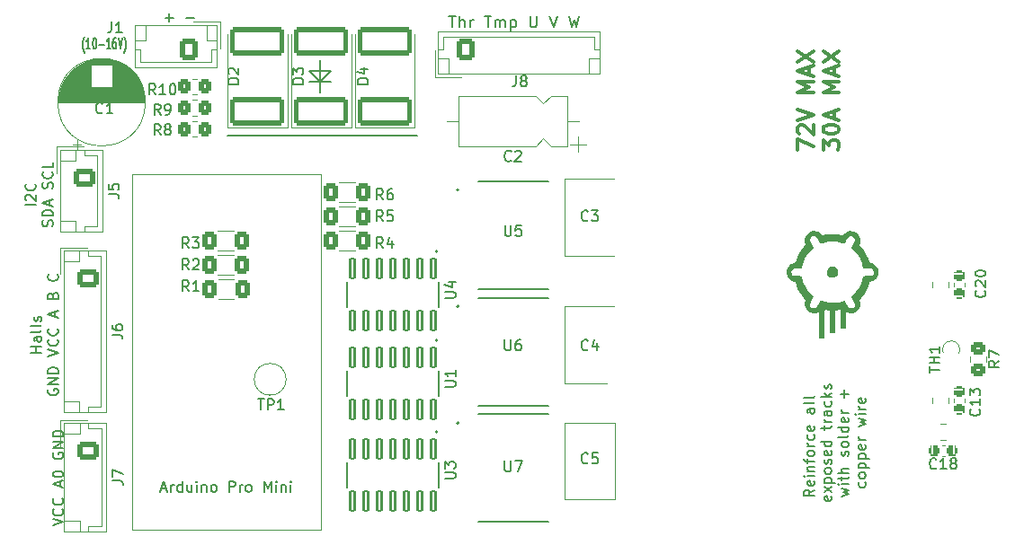
<source format=gto>
G04 #@! TF.GenerationSoftware,KiCad,Pcbnew,(6.0.7)*
G04 #@! TF.CreationDate,2022-11-24T14:56:22+11:00*
G04 #@! TF.ProjectId,epic esc with regen,65706963-2065-4736-9320-776974682072,rev?*
G04 #@! TF.SameCoordinates,Original*
G04 #@! TF.FileFunction,Legend,Top*
G04 #@! TF.FilePolarity,Positive*
%FSLAX46Y46*%
G04 Gerber Fmt 4.6, Leading zero omitted, Abs format (unit mm)*
G04 Created by KiCad (PCBNEW (6.0.7)) date 2022-11-24 14:56:22*
%MOMM*%
%LPD*%
G01*
G04 APERTURE LIST*
G04 Aperture macros list*
%AMRoundRect*
0 Rectangle with rounded corners*
0 $1 Rounding radius*
0 $2 $3 $4 $5 $6 $7 $8 $9 X,Y pos of 4 corners*
0 Add a 4 corners polygon primitive as box body*
4,1,4,$2,$3,$4,$5,$6,$7,$8,$9,$2,$3,0*
0 Add four circle primitives for the rounded corners*
1,1,$1+$1,$2,$3*
1,1,$1+$1,$4,$5*
1,1,$1+$1,$6,$7*
1,1,$1+$1,$8,$9*
0 Add four rect primitives between the rounded corners*
20,1,$1+$1,$2,$3,$4,$5,0*
20,1,$1+$1,$4,$5,$6,$7,0*
20,1,$1+$1,$6,$7,$8,$9,0*
20,1,$1+$1,$8,$9,$2,$3,0*%
%AMFreePoly0*
4,1,13,0.587500,-0.725000,0.100000,-0.725000,0.100000,-2.000000,0.080902,-2.058779,0.030902,-2.095106,-0.030902,-2.095106,-0.080902,-2.058779,-0.100000,-2.000000,-0.100000,-0.725000,-0.587500,-0.725000,-0.587500,0.725000,0.587500,0.725000,0.587500,-0.725000,0.587500,-0.725000,$1*%
G04 Aperture macros list end*
%ADD10C,0.150000*%
%ADD11C,0.300000*%
%ADD12C,0.127000*%
%ADD13C,0.200000*%
%ADD14C,0.120000*%
%ADD15C,3.000000*%
%ADD16C,1.900000*%
%ADD17C,2.000000*%
%ADD18RoundRect,0.090000X-0.210000X0.895000X-0.210000X-0.895000X0.210000X-0.895000X0.210000X0.895000X0*%
%ADD19RoundRect,0.237500X0.237500X-0.300000X0.237500X0.300000X-0.237500X0.300000X-0.237500X-0.300000X0*%
%ADD20FreePoly0,90.000000*%
%ADD21RoundRect,0.237500X-0.300000X-0.237500X0.300000X-0.237500X0.300000X0.237500X-0.300000X0.237500X0*%
%ADD22FreePoly0,0.000000*%
%ADD23C,1.600000*%
%ADD24RoundRect,0.250001X2.324999X-1.074999X2.324999X1.074999X-2.324999X1.074999X-2.324999X-1.074999X0*%
%ADD25RoundRect,0.250000X-0.750000X0.600000X-0.750000X-0.600000X0.750000X-0.600000X0.750000X0.600000X0*%
%ADD26O,2.000000X1.700000*%
%ADD27R,1.318000X1.318000*%
%ADD28C,1.318000*%
%ADD29RoundRect,0.250000X-0.725000X0.600000X-0.725000X-0.600000X0.725000X-0.600000X0.725000X0.600000X0*%
%ADD30O,1.950000X1.700000*%
%ADD31C,1.879600*%
%ADD32C,3.200000*%
%ADD33R,2.000000X2.000000*%
%ADD34O,2.000000X2.000000*%
%ADD35RoundRect,0.250000X-0.450000X0.350000X-0.450000X-0.350000X0.450000X-0.350000X0.450000X0.350000X0*%
%ADD36RoundRect,0.250000X0.400000X0.625000X-0.400000X0.625000X-0.400000X-0.625000X0.400000X-0.625000X0*%
%ADD37C,2.000000*%
%ADD38RoundRect,0.250000X0.350000X0.450000X-0.350000X0.450000X-0.350000X-0.450000X0.350000X-0.450000X0*%
%ADD39C,1.400000*%
%ADD40O,1.400000X1.400000*%
%ADD41R,1.600000X1.600000*%
%ADD42RoundRect,0.250000X-0.400000X-0.625000X0.400000X-0.625000X0.400000X0.625000X-0.400000X0.625000X0*%
%ADD43RoundRect,0.250000X0.600000X0.750000X-0.600000X0.750000X-0.600000X-0.750000X0.600000X-0.750000X0*%
%ADD44O,1.700000X2.000000*%
%ADD45RoundRect,0.250000X-0.600000X-0.725000X0.600000X-0.725000X0.600000X0.725000X-0.600000X0.725000X0*%
%ADD46O,1.700000X1.950000*%
%ADD47R,2.000000X1.905000*%
%ADD48O,2.000000X1.905000*%
%ADD49C,4.000000*%
G04 APERTURE END LIST*
D10*
X90638380Y-108409809D02*
X91638380Y-108076476D01*
X90638380Y-107743142D01*
X91543142Y-106838380D02*
X91590761Y-106886000D01*
X91638380Y-107028857D01*
X91638380Y-107124095D01*
X91590761Y-107266952D01*
X91495523Y-107362190D01*
X91400285Y-107409809D01*
X91209809Y-107457428D01*
X91066952Y-107457428D01*
X90876476Y-107409809D01*
X90781238Y-107362190D01*
X90686000Y-107266952D01*
X90638380Y-107124095D01*
X90638380Y-107028857D01*
X90686000Y-106886000D01*
X90733619Y-106838380D01*
X91543142Y-105838380D02*
X91590761Y-105886000D01*
X91638380Y-106028857D01*
X91638380Y-106124095D01*
X91590761Y-106266952D01*
X91495523Y-106362190D01*
X91400285Y-106409809D01*
X91209809Y-106457428D01*
X91066952Y-106457428D01*
X90876476Y-106409809D01*
X90781238Y-106362190D01*
X90686000Y-106266952D01*
X90638380Y-106124095D01*
X90638380Y-106028857D01*
X90686000Y-105886000D01*
X90733619Y-105838380D01*
X91352666Y-104695523D02*
X91352666Y-104219333D01*
X91638380Y-104790761D02*
X90638380Y-104457428D01*
X91638380Y-104124095D01*
X90638380Y-103600285D02*
X90638380Y-103505047D01*
X90686000Y-103409809D01*
X90733619Y-103362190D01*
X90828857Y-103314571D01*
X91019333Y-103266952D01*
X91257428Y-103266952D01*
X91447904Y-103314571D01*
X91543142Y-103362190D01*
X91590761Y-103409809D01*
X91638380Y-103505047D01*
X91638380Y-103600285D01*
X91590761Y-103695523D01*
X91543142Y-103743142D01*
X91447904Y-103790761D01*
X91257428Y-103838380D01*
X91019333Y-103838380D01*
X90828857Y-103790761D01*
X90733619Y-103743142D01*
X90686000Y-103695523D01*
X90638380Y-103600285D01*
X90686000Y-101552666D02*
X90638380Y-101647904D01*
X90638380Y-101790761D01*
X90686000Y-101933619D01*
X90781238Y-102028857D01*
X90876476Y-102076476D01*
X91066952Y-102124095D01*
X91209809Y-102124095D01*
X91400285Y-102076476D01*
X91495523Y-102028857D01*
X91590761Y-101933619D01*
X91638380Y-101790761D01*
X91638380Y-101695523D01*
X91590761Y-101552666D01*
X91543142Y-101505047D01*
X91209809Y-101505047D01*
X91209809Y-101695523D01*
X91638380Y-101076476D02*
X90638380Y-101076476D01*
X91638380Y-100505047D01*
X90638380Y-100505047D01*
X91638380Y-100028857D02*
X90638380Y-100028857D01*
X90638380Y-99790761D01*
X90686000Y-99647904D01*
X90781238Y-99552666D01*
X90876476Y-99505047D01*
X91066952Y-99457428D01*
X91209809Y-99457428D01*
X91400285Y-99505047D01*
X91495523Y-99552666D01*
X91590761Y-99647904D01*
X91638380Y-99790761D01*
X91638380Y-100028857D01*
X115824000Y-66548000D02*
X116840000Y-65532000D01*
X114808000Y-65532000D02*
X115824000Y-66548000D01*
X116840000Y-65532000D02*
X114808000Y-65532000D01*
X107085000Y-71628000D02*
X124968000Y-71628000D01*
X115824000Y-64516000D02*
X115824000Y-67564000D01*
X114808000Y-66548000D02*
X116840000Y-66548000D01*
X93646857Y-63825333D02*
X93618285Y-63777714D01*
X93561142Y-63634857D01*
X93532571Y-63539619D01*
X93504000Y-63396761D01*
X93475428Y-63158666D01*
X93475428Y-62968190D01*
X93504000Y-62730095D01*
X93532571Y-62587238D01*
X93561142Y-62492000D01*
X93618285Y-62349142D01*
X93646857Y-62301523D01*
X94189714Y-63444380D02*
X93846857Y-63444380D01*
X94018285Y-63444380D02*
X94018285Y-62444380D01*
X93961142Y-62587238D01*
X93904000Y-62682476D01*
X93846857Y-62730095D01*
X94561142Y-62444380D02*
X94618285Y-62444380D01*
X94675428Y-62492000D01*
X94704000Y-62539619D01*
X94732571Y-62634857D01*
X94761142Y-62825333D01*
X94761142Y-63063428D01*
X94732571Y-63253904D01*
X94704000Y-63349142D01*
X94675428Y-63396761D01*
X94618285Y-63444380D01*
X94561142Y-63444380D01*
X94504000Y-63396761D01*
X94475428Y-63349142D01*
X94446857Y-63253904D01*
X94418285Y-63063428D01*
X94418285Y-62825333D01*
X94446857Y-62634857D01*
X94475428Y-62539619D01*
X94504000Y-62492000D01*
X94561142Y-62444380D01*
X95018285Y-63063428D02*
X95475428Y-63063428D01*
X96075428Y-63444380D02*
X95732571Y-63444380D01*
X95904000Y-63444380D02*
X95904000Y-62444380D01*
X95846857Y-62587238D01*
X95789714Y-62682476D01*
X95732571Y-62730095D01*
X96589714Y-62444380D02*
X96475428Y-62444380D01*
X96418285Y-62492000D01*
X96389714Y-62539619D01*
X96332571Y-62682476D01*
X96304000Y-62872952D01*
X96304000Y-63253904D01*
X96332571Y-63349142D01*
X96361142Y-63396761D01*
X96418285Y-63444380D01*
X96532571Y-63444380D01*
X96589714Y-63396761D01*
X96618285Y-63349142D01*
X96646857Y-63253904D01*
X96646857Y-63015809D01*
X96618285Y-62920571D01*
X96589714Y-62872952D01*
X96532571Y-62825333D01*
X96418285Y-62825333D01*
X96361142Y-62872952D01*
X96332571Y-62920571D01*
X96304000Y-63015809D01*
X96818285Y-62444380D02*
X97018285Y-63444380D01*
X97218285Y-62444380D01*
X97361142Y-63825333D02*
X97389714Y-63777714D01*
X97446857Y-63634857D01*
X97475428Y-63539619D01*
X97504000Y-63396761D01*
X97532571Y-63158666D01*
X97532571Y-62968190D01*
X97504000Y-62730095D01*
X97475428Y-62587238D01*
X97446857Y-62492000D01*
X97389714Y-62349142D01*
X97361142Y-62301523D01*
X101235047Y-60523428D02*
X101996952Y-60523428D01*
X101616000Y-60904380D02*
X101616000Y-60142476D01*
X103235047Y-60523428D02*
X103996952Y-60523428D01*
X89055380Y-78192190D02*
X88055380Y-78192190D01*
X88150619Y-77763619D02*
X88103000Y-77716000D01*
X88055380Y-77620761D01*
X88055380Y-77382666D01*
X88103000Y-77287428D01*
X88150619Y-77239809D01*
X88245857Y-77192190D01*
X88341095Y-77192190D01*
X88483952Y-77239809D01*
X89055380Y-77811238D01*
X89055380Y-77192190D01*
X88960142Y-76192190D02*
X89007761Y-76239809D01*
X89055380Y-76382666D01*
X89055380Y-76477904D01*
X89007761Y-76620761D01*
X88912523Y-76716000D01*
X88817285Y-76763619D01*
X88626809Y-76811238D01*
X88483952Y-76811238D01*
X88293476Y-76763619D01*
X88198238Y-76716000D01*
X88103000Y-76620761D01*
X88055380Y-76477904D01*
X88055380Y-76382666D01*
X88103000Y-76239809D01*
X88150619Y-76192190D01*
X90617761Y-80192190D02*
X90665380Y-80049333D01*
X90665380Y-79811238D01*
X90617761Y-79716000D01*
X90570142Y-79668380D01*
X90474904Y-79620761D01*
X90379666Y-79620761D01*
X90284428Y-79668380D01*
X90236809Y-79716000D01*
X90189190Y-79811238D01*
X90141571Y-80001714D01*
X90093952Y-80096952D01*
X90046333Y-80144571D01*
X89951095Y-80192190D01*
X89855857Y-80192190D01*
X89760619Y-80144571D01*
X89713000Y-80096952D01*
X89665380Y-80001714D01*
X89665380Y-79763619D01*
X89713000Y-79620761D01*
X90665380Y-79192190D02*
X89665380Y-79192190D01*
X89665380Y-78954095D01*
X89713000Y-78811238D01*
X89808238Y-78716000D01*
X89903476Y-78668380D01*
X90093952Y-78620761D01*
X90236809Y-78620761D01*
X90427285Y-78668380D01*
X90522523Y-78716000D01*
X90617761Y-78811238D01*
X90665380Y-78954095D01*
X90665380Y-79192190D01*
X90379666Y-78239809D02*
X90379666Y-77763619D01*
X90665380Y-78335047D02*
X89665380Y-78001714D01*
X90665380Y-77668380D01*
X90617761Y-76620761D02*
X90665380Y-76477904D01*
X90665380Y-76239809D01*
X90617761Y-76144571D01*
X90570142Y-76096952D01*
X90474904Y-76049333D01*
X90379666Y-76049333D01*
X90284428Y-76096952D01*
X90236809Y-76144571D01*
X90189190Y-76239809D01*
X90141571Y-76430285D01*
X90093952Y-76525523D01*
X90046333Y-76573142D01*
X89951095Y-76620761D01*
X89855857Y-76620761D01*
X89760619Y-76573142D01*
X89713000Y-76525523D01*
X89665380Y-76430285D01*
X89665380Y-76192190D01*
X89713000Y-76049333D01*
X90570142Y-75049333D02*
X90617761Y-75096952D01*
X90665380Y-75239809D01*
X90665380Y-75335047D01*
X90617761Y-75477904D01*
X90522523Y-75573142D01*
X90427285Y-75620761D01*
X90236809Y-75668380D01*
X90093952Y-75668380D01*
X89903476Y-75620761D01*
X89808238Y-75573142D01*
X89713000Y-75477904D01*
X89665380Y-75335047D01*
X89665380Y-75239809D01*
X89713000Y-75096952D01*
X89760619Y-75049333D01*
X90665380Y-74144571D02*
X90665380Y-74620761D01*
X89665380Y-74620761D01*
X127957238Y-60412380D02*
X128585809Y-60412380D01*
X128271523Y-61412380D02*
X128271523Y-60412380D01*
X128952476Y-61412380D02*
X128952476Y-60412380D01*
X129423904Y-61412380D02*
X129423904Y-60888571D01*
X129371523Y-60793333D01*
X129266761Y-60745714D01*
X129109619Y-60745714D01*
X129004857Y-60793333D01*
X128952476Y-60840952D01*
X129947714Y-61412380D02*
X129947714Y-60745714D01*
X129947714Y-60936190D02*
X130000095Y-60840952D01*
X130052476Y-60793333D01*
X130157238Y-60745714D01*
X130262000Y-60745714D01*
X131309619Y-60412380D02*
X131938190Y-60412380D01*
X131623904Y-61412380D02*
X131623904Y-60412380D01*
X132304857Y-61412380D02*
X132304857Y-60745714D01*
X132304857Y-60840952D02*
X132357238Y-60793333D01*
X132462000Y-60745714D01*
X132619142Y-60745714D01*
X132723904Y-60793333D01*
X132776285Y-60888571D01*
X132776285Y-61412380D01*
X132776285Y-60888571D02*
X132828666Y-60793333D01*
X132933428Y-60745714D01*
X133090571Y-60745714D01*
X133195333Y-60793333D01*
X133247714Y-60888571D01*
X133247714Y-61412380D01*
X133771523Y-60745714D02*
X133771523Y-61745714D01*
X133771523Y-60793333D02*
X133876285Y-60745714D01*
X134085809Y-60745714D01*
X134190571Y-60793333D01*
X134242952Y-60840952D01*
X134295333Y-60936190D01*
X134295333Y-61221904D01*
X134242952Y-61317142D01*
X134190571Y-61364761D01*
X134085809Y-61412380D01*
X133876285Y-61412380D01*
X133771523Y-61364761D01*
X135604857Y-60412380D02*
X135604857Y-61221904D01*
X135657238Y-61317142D01*
X135709619Y-61364761D01*
X135814380Y-61412380D01*
X136023904Y-61412380D01*
X136128666Y-61364761D01*
X136181047Y-61317142D01*
X136233428Y-61221904D01*
X136233428Y-60412380D01*
X137438190Y-60412380D02*
X137804857Y-61412380D01*
X138171523Y-60412380D01*
X139271523Y-60412380D02*
X139533428Y-61412380D01*
X139742952Y-60698095D01*
X139952476Y-61412380D01*
X140214380Y-60412380D01*
X162375380Y-105036380D02*
X161899190Y-105369714D01*
X162375380Y-105607809D02*
X161375380Y-105607809D01*
X161375380Y-105226857D01*
X161423000Y-105131619D01*
X161470619Y-105084000D01*
X161565857Y-105036380D01*
X161708714Y-105036380D01*
X161803952Y-105084000D01*
X161851571Y-105131619D01*
X161899190Y-105226857D01*
X161899190Y-105607809D01*
X162327761Y-104226857D02*
X162375380Y-104322095D01*
X162375380Y-104512571D01*
X162327761Y-104607809D01*
X162232523Y-104655428D01*
X161851571Y-104655428D01*
X161756333Y-104607809D01*
X161708714Y-104512571D01*
X161708714Y-104322095D01*
X161756333Y-104226857D01*
X161851571Y-104179238D01*
X161946809Y-104179238D01*
X162042047Y-104655428D01*
X162375380Y-103750666D02*
X161708714Y-103750666D01*
X161375380Y-103750666D02*
X161423000Y-103798285D01*
X161470619Y-103750666D01*
X161423000Y-103703047D01*
X161375380Y-103750666D01*
X161470619Y-103750666D01*
X161708714Y-103274476D02*
X162375380Y-103274476D01*
X161803952Y-103274476D02*
X161756333Y-103226857D01*
X161708714Y-103131619D01*
X161708714Y-102988761D01*
X161756333Y-102893523D01*
X161851571Y-102845904D01*
X162375380Y-102845904D01*
X161708714Y-102512571D02*
X161708714Y-102131619D01*
X162375380Y-102369714D02*
X161518238Y-102369714D01*
X161423000Y-102322095D01*
X161375380Y-102226857D01*
X161375380Y-102131619D01*
X162375380Y-101655428D02*
X162327761Y-101750666D01*
X162280142Y-101798285D01*
X162184904Y-101845904D01*
X161899190Y-101845904D01*
X161803952Y-101798285D01*
X161756333Y-101750666D01*
X161708714Y-101655428D01*
X161708714Y-101512571D01*
X161756333Y-101417333D01*
X161803952Y-101369714D01*
X161899190Y-101322095D01*
X162184904Y-101322095D01*
X162280142Y-101369714D01*
X162327761Y-101417333D01*
X162375380Y-101512571D01*
X162375380Y-101655428D01*
X162375380Y-100893523D02*
X161708714Y-100893523D01*
X161899190Y-100893523D02*
X161803952Y-100845904D01*
X161756333Y-100798285D01*
X161708714Y-100703047D01*
X161708714Y-100607809D01*
X162327761Y-99845904D02*
X162375380Y-99941142D01*
X162375380Y-100131619D01*
X162327761Y-100226857D01*
X162280142Y-100274476D01*
X162184904Y-100322095D01*
X161899190Y-100322095D01*
X161803952Y-100274476D01*
X161756333Y-100226857D01*
X161708714Y-100131619D01*
X161708714Y-99941142D01*
X161756333Y-99845904D01*
X162327761Y-99036380D02*
X162375380Y-99131619D01*
X162375380Y-99322095D01*
X162327761Y-99417333D01*
X162232523Y-99464952D01*
X161851571Y-99464952D01*
X161756333Y-99417333D01*
X161708714Y-99322095D01*
X161708714Y-99131619D01*
X161756333Y-99036380D01*
X161851571Y-98988761D01*
X161946809Y-98988761D01*
X162042047Y-99464952D01*
X162375380Y-97369714D02*
X161851571Y-97369714D01*
X161756333Y-97417333D01*
X161708714Y-97512571D01*
X161708714Y-97703047D01*
X161756333Y-97798285D01*
X162327761Y-97369714D02*
X162375380Y-97464952D01*
X162375380Y-97703047D01*
X162327761Y-97798285D01*
X162232523Y-97845904D01*
X162137285Y-97845904D01*
X162042047Y-97798285D01*
X161994428Y-97703047D01*
X161994428Y-97464952D01*
X161946809Y-97369714D01*
X162375380Y-96750666D02*
X162327761Y-96845904D01*
X162232523Y-96893523D01*
X161375380Y-96893523D01*
X162375380Y-96226857D02*
X162327761Y-96322095D01*
X162232523Y-96369714D01*
X161375380Y-96369714D01*
X163937761Y-105655428D02*
X163985380Y-105750666D01*
X163985380Y-105941142D01*
X163937761Y-106036380D01*
X163842523Y-106084000D01*
X163461571Y-106084000D01*
X163366333Y-106036380D01*
X163318714Y-105941142D01*
X163318714Y-105750666D01*
X163366333Y-105655428D01*
X163461571Y-105607809D01*
X163556809Y-105607809D01*
X163652047Y-106084000D01*
X163985380Y-105274476D02*
X163318714Y-104750666D01*
X163318714Y-105274476D02*
X163985380Y-104750666D01*
X163318714Y-104369714D02*
X164318714Y-104369714D01*
X163366333Y-104369714D02*
X163318714Y-104274476D01*
X163318714Y-104084000D01*
X163366333Y-103988761D01*
X163413952Y-103941142D01*
X163509190Y-103893523D01*
X163794904Y-103893523D01*
X163890142Y-103941142D01*
X163937761Y-103988761D01*
X163985380Y-104084000D01*
X163985380Y-104274476D01*
X163937761Y-104369714D01*
X163985380Y-103322095D02*
X163937761Y-103417333D01*
X163890142Y-103464952D01*
X163794904Y-103512571D01*
X163509190Y-103512571D01*
X163413952Y-103464952D01*
X163366333Y-103417333D01*
X163318714Y-103322095D01*
X163318714Y-103179238D01*
X163366333Y-103084000D01*
X163413952Y-103036380D01*
X163509190Y-102988761D01*
X163794904Y-102988761D01*
X163890142Y-103036380D01*
X163937761Y-103084000D01*
X163985380Y-103179238D01*
X163985380Y-103322095D01*
X163937761Y-102607809D02*
X163985380Y-102512571D01*
X163985380Y-102322095D01*
X163937761Y-102226857D01*
X163842523Y-102179238D01*
X163794904Y-102179238D01*
X163699666Y-102226857D01*
X163652047Y-102322095D01*
X163652047Y-102464952D01*
X163604428Y-102560190D01*
X163509190Y-102607809D01*
X163461571Y-102607809D01*
X163366333Y-102560190D01*
X163318714Y-102464952D01*
X163318714Y-102322095D01*
X163366333Y-102226857D01*
X163937761Y-101369714D02*
X163985380Y-101464952D01*
X163985380Y-101655428D01*
X163937761Y-101750666D01*
X163842523Y-101798285D01*
X163461571Y-101798285D01*
X163366333Y-101750666D01*
X163318714Y-101655428D01*
X163318714Y-101464952D01*
X163366333Y-101369714D01*
X163461571Y-101322095D01*
X163556809Y-101322095D01*
X163652047Y-101798285D01*
X163985380Y-100464952D02*
X162985380Y-100464952D01*
X163937761Y-100464952D02*
X163985380Y-100560190D01*
X163985380Y-100750666D01*
X163937761Y-100845904D01*
X163890142Y-100893523D01*
X163794904Y-100941142D01*
X163509190Y-100941142D01*
X163413952Y-100893523D01*
X163366333Y-100845904D01*
X163318714Y-100750666D01*
X163318714Y-100560190D01*
X163366333Y-100464952D01*
X163318714Y-99369714D02*
X163318714Y-98988761D01*
X162985380Y-99226857D02*
X163842523Y-99226857D01*
X163937761Y-99179238D01*
X163985380Y-99084000D01*
X163985380Y-98988761D01*
X163985380Y-98655428D02*
X163318714Y-98655428D01*
X163509190Y-98655428D02*
X163413952Y-98607809D01*
X163366333Y-98560190D01*
X163318714Y-98464952D01*
X163318714Y-98369714D01*
X163985380Y-97607809D02*
X163461571Y-97607809D01*
X163366333Y-97655428D01*
X163318714Y-97750666D01*
X163318714Y-97941142D01*
X163366333Y-98036380D01*
X163937761Y-97607809D02*
X163985380Y-97703047D01*
X163985380Y-97941142D01*
X163937761Y-98036380D01*
X163842523Y-98084000D01*
X163747285Y-98084000D01*
X163652047Y-98036380D01*
X163604428Y-97941142D01*
X163604428Y-97703047D01*
X163556809Y-97607809D01*
X163937761Y-96703047D02*
X163985380Y-96798285D01*
X163985380Y-96988761D01*
X163937761Y-97084000D01*
X163890142Y-97131619D01*
X163794904Y-97179238D01*
X163509190Y-97179238D01*
X163413952Y-97131619D01*
X163366333Y-97084000D01*
X163318714Y-96988761D01*
X163318714Y-96798285D01*
X163366333Y-96703047D01*
X163985380Y-96274476D02*
X162985380Y-96274476D01*
X163604428Y-96179238D02*
X163985380Y-95893523D01*
X163318714Y-95893523D02*
X163699666Y-96274476D01*
X163937761Y-95512571D02*
X163985380Y-95417333D01*
X163985380Y-95226857D01*
X163937761Y-95131619D01*
X163842523Y-95084000D01*
X163794904Y-95084000D01*
X163699666Y-95131619D01*
X163652047Y-95226857D01*
X163652047Y-95369714D01*
X163604428Y-95464952D01*
X163509190Y-95512571D01*
X163461571Y-95512571D01*
X163366333Y-95464952D01*
X163318714Y-95369714D01*
X163318714Y-95226857D01*
X163366333Y-95131619D01*
X164928714Y-105631619D02*
X165595380Y-105441142D01*
X165119190Y-105250666D01*
X165595380Y-105060190D01*
X164928714Y-104869714D01*
X165595380Y-104488761D02*
X164928714Y-104488761D01*
X164595380Y-104488761D02*
X164643000Y-104536380D01*
X164690619Y-104488761D01*
X164643000Y-104441142D01*
X164595380Y-104488761D01*
X164690619Y-104488761D01*
X164928714Y-104155428D02*
X164928714Y-103774476D01*
X164595380Y-104012571D02*
X165452523Y-104012571D01*
X165547761Y-103964952D01*
X165595380Y-103869714D01*
X165595380Y-103774476D01*
X165595380Y-103441142D02*
X164595380Y-103441142D01*
X165595380Y-103012571D02*
X165071571Y-103012571D01*
X164976333Y-103060190D01*
X164928714Y-103155428D01*
X164928714Y-103298285D01*
X164976333Y-103393523D01*
X165023952Y-103441142D01*
X165547761Y-101822095D02*
X165595380Y-101726857D01*
X165595380Y-101536380D01*
X165547761Y-101441142D01*
X165452523Y-101393523D01*
X165404904Y-101393523D01*
X165309666Y-101441142D01*
X165262047Y-101536380D01*
X165262047Y-101679238D01*
X165214428Y-101774476D01*
X165119190Y-101822095D01*
X165071571Y-101822095D01*
X164976333Y-101774476D01*
X164928714Y-101679238D01*
X164928714Y-101536380D01*
X164976333Y-101441142D01*
X165595380Y-100822095D02*
X165547761Y-100917333D01*
X165500142Y-100964952D01*
X165404904Y-101012571D01*
X165119190Y-101012571D01*
X165023952Y-100964952D01*
X164976333Y-100917333D01*
X164928714Y-100822095D01*
X164928714Y-100679238D01*
X164976333Y-100584000D01*
X165023952Y-100536380D01*
X165119190Y-100488761D01*
X165404904Y-100488761D01*
X165500142Y-100536380D01*
X165547761Y-100584000D01*
X165595380Y-100679238D01*
X165595380Y-100822095D01*
X165595380Y-99917333D02*
X165547761Y-100012571D01*
X165452523Y-100060190D01*
X164595380Y-100060190D01*
X165595380Y-99107809D02*
X164595380Y-99107809D01*
X165547761Y-99107809D02*
X165595380Y-99203047D01*
X165595380Y-99393523D01*
X165547761Y-99488761D01*
X165500142Y-99536380D01*
X165404904Y-99584000D01*
X165119190Y-99584000D01*
X165023952Y-99536380D01*
X164976333Y-99488761D01*
X164928714Y-99393523D01*
X164928714Y-99203047D01*
X164976333Y-99107809D01*
X165547761Y-98250666D02*
X165595380Y-98345904D01*
X165595380Y-98536380D01*
X165547761Y-98631619D01*
X165452523Y-98679238D01*
X165071571Y-98679238D01*
X164976333Y-98631619D01*
X164928714Y-98536380D01*
X164928714Y-98345904D01*
X164976333Y-98250666D01*
X165071571Y-98203047D01*
X165166809Y-98203047D01*
X165262047Y-98679238D01*
X165595380Y-97774476D02*
X164928714Y-97774476D01*
X165119190Y-97774476D02*
X165023952Y-97726857D01*
X164976333Y-97679238D01*
X164928714Y-97584000D01*
X164928714Y-97488761D01*
X165214428Y-96393523D02*
X165214428Y-95631619D01*
X165595380Y-96012571D02*
X164833476Y-96012571D01*
X167157761Y-104322095D02*
X167205380Y-104417333D01*
X167205380Y-104607809D01*
X167157761Y-104703047D01*
X167110142Y-104750666D01*
X167014904Y-104798285D01*
X166729190Y-104798285D01*
X166633952Y-104750666D01*
X166586333Y-104703047D01*
X166538714Y-104607809D01*
X166538714Y-104417333D01*
X166586333Y-104322095D01*
X167205380Y-103750666D02*
X167157761Y-103845904D01*
X167110142Y-103893523D01*
X167014904Y-103941142D01*
X166729190Y-103941142D01*
X166633952Y-103893523D01*
X166586333Y-103845904D01*
X166538714Y-103750666D01*
X166538714Y-103607809D01*
X166586333Y-103512571D01*
X166633952Y-103464952D01*
X166729190Y-103417333D01*
X167014904Y-103417333D01*
X167110142Y-103464952D01*
X167157761Y-103512571D01*
X167205380Y-103607809D01*
X167205380Y-103750666D01*
X166538714Y-102988761D02*
X167538714Y-102988761D01*
X166586333Y-102988761D02*
X166538714Y-102893523D01*
X166538714Y-102703047D01*
X166586333Y-102607809D01*
X166633952Y-102560190D01*
X166729190Y-102512571D01*
X167014904Y-102512571D01*
X167110142Y-102560190D01*
X167157761Y-102607809D01*
X167205380Y-102703047D01*
X167205380Y-102893523D01*
X167157761Y-102988761D01*
X166538714Y-102084000D02*
X167538714Y-102084000D01*
X166586333Y-102084000D02*
X166538714Y-101988761D01*
X166538714Y-101798285D01*
X166586333Y-101703047D01*
X166633952Y-101655428D01*
X166729190Y-101607809D01*
X167014904Y-101607809D01*
X167110142Y-101655428D01*
X167157761Y-101703047D01*
X167205380Y-101798285D01*
X167205380Y-101988761D01*
X167157761Y-102084000D01*
X167157761Y-100798285D02*
X167205380Y-100893523D01*
X167205380Y-101084000D01*
X167157761Y-101179238D01*
X167062523Y-101226857D01*
X166681571Y-101226857D01*
X166586333Y-101179238D01*
X166538714Y-101084000D01*
X166538714Y-100893523D01*
X166586333Y-100798285D01*
X166681571Y-100750666D01*
X166776809Y-100750666D01*
X166872047Y-101226857D01*
X167205380Y-100322095D02*
X166538714Y-100322095D01*
X166729190Y-100322095D02*
X166633952Y-100274476D01*
X166586333Y-100226857D01*
X166538714Y-100131619D01*
X166538714Y-100036380D01*
X166538714Y-99036380D02*
X167205380Y-98845904D01*
X166729190Y-98655428D01*
X167205380Y-98464952D01*
X166538714Y-98274476D01*
X167205380Y-97893523D02*
X166538714Y-97893523D01*
X166205380Y-97893523D02*
X166253000Y-97941142D01*
X166300619Y-97893523D01*
X166253000Y-97845904D01*
X166205380Y-97893523D01*
X166300619Y-97893523D01*
X167205380Y-97417333D02*
X166538714Y-97417333D01*
X166729190Y-97417333D02*
X166633952Y-97369714D01*
X166586333Y-97322095D01*
X166538714Y-97226857D01*
X166538714Y-97131619D01*
X167157761Y-96417333D02*
X167205380Y-96512571D01*
X167205380Y-96703047D01*
X167157761Y-96798285D01*
X167062523Y-96845904D01*
X166681571Y-96845904D01*
X166586333Y-96798285D01*
X166538714Y-96703047D01*
X166538714Y-96512571D01*
X166586333Y-96417333D01*
X166681571Y-96369714D01*
X166776809Y-96369714D01*
X166872047Y-96845904D01*
X89563380Y-92090666D02*
X88563380Y-92090666D01*
X89039571Y-92090666D02*
X89039571Y-91519238D01*
X89563380Y-91519238D02*
X88563380Y-91519238D01*
X89563380Y-90614476D02*
X89039571Y-90614476D01*
X88944333Y-90662095D01*
X88896714Y-90757333D01*
X88896714Y-90947809D01*
X88944333Y-91043047D01*
X89515761Y-90614476D02*
X89563380Y-90709714D01*
X89563380Y-90947809D01*
X89515761Y-91043047D01*
X89420523Y-91090666D01*
X89325285Y-91090666D01*
X89230047Y-91043047D01*
X89182428Y-90947809D01*
X89182428Y-90709714D01*
X89134809Y-90614476D01*
X89563380Y-89995428D02*
X89515761Y-90090666D01*
X89420523Y-90138285D01*
X88563380Y-90138285D01*
X89563380Y-89471619D02*
X89515761Y-89566857D01*
X89420523Y-89614476D01*
X88563380Y-89614476D01*
X89515761Y-89138285D02*
X89563380Y-89043047D01*
X89563380Y-88852571D01*
X89515761Y-88757333D01*
X89420523Y-88709714D01*
X89372904Y-88709714D01*
X89277666Y-88757333D01*
X89230047Y-88852571D01*
X89230047Y-88995428D01*
X89182428Y-89090666D01*
X89087190Y-89138285D01*
X89039571Y-89138285D01*
X88944333Y-89090666D01*
X88896714Y-88995428D01*
X88896714Y-88852571D01*
X88944333Y-88757333D01*
X90221000Y-95566857D02*
X90173380Y-95662095D01*
X90173380Y-95804952D01*
X90221000Y-95947809D01*
X90316238Y-96043047D01*
X90411476Y-96090666D01*
X90601952Y-96138285D01*
X90744809Y-96138285D01*
X90935285Y-96090666D01*
X91030523Y-96043047D01*
X91125761Y-95947809D01*
X91173380Y-95804952D01*
X91173380Y-95709714D01*
X91125761Y-95566857D01*
X91078142Y-95519238D01*
X90744809Y-95519238D01*
X90744809Y-95709714D01*
X91173380Y-95090666D02*
X90173380Y-95090666D01*
X91173380Y-94519238D01*
X90173380Y-94519238D01*
X91173380Y-94043047D02*
X90173380Y-94043047D01*
X90173380Y-93804952D01*
X90221000Y-93662095D01*
X90316238Y-93566857D01*
X90411476Y-93519238D01*
X90601952Y-93471619D01*
X90744809Y-93471619D01*
X90935285Y-93519238D01*
X91030523Y-93566857D01*
X91125761Y-93662095D01*
X91173380Y-93804952D01*
X91173380Y-94043047D01*
X90173380Y-92424000D02*
X91173380Y-92090666D01*
X90173380Y-91757333D01*
X91078142Y-90852571D02*
X91125761Y-90900190D01*
X91173380Y-91043047D01*
X91173380Y-91138285D01*
X91125761Y-91281142D01*
X91030523Y-91376380D01*
X90935285Y-91424000D01*
X90744809Y-91471619D01*
X90601952Y-91471619D01*
X90411476Y-91424000D01*
X90316238Y-91376380D01*
X90221000Y-91281142D01*
X90173380Y-91138285D01*
X90173380Y-91043047D01*
X90221000Y-90900190D01*
X90268619Y-90852571D01*
X91078142Y-89852571D02*
X91125761Y-89900190D01*
X91173380Y-90043047D01*
X91173380Y-90138285D01*
X91125761Y-90281142D01*
X91030523Y-90376380D01*
X90935285Y-90424000D01*
X90744809Y-90471619D01*
X90601952Y-90471619D01*
X90411476Y-90424000D01*
X90316238Y-90376380D01*
X90221000Y-90281142D01*
X90173380Y-90138285D01*
X90173380Y-90043047D01*
X90221000Y-89900190D01*
X90268619Y-89852571D01*
X90887666Y-88709714D02*
X90887666Y-88233523D01*
X91173380Y-88804952D02*
X90173380Y-88471619D01*
X91173380Y-88138285D01*
X90649571Y-86709714D02*
X90697190Y-86566857D01*
X90744809Y-86519238D01*
X90840047Y-86471619D01*
X90982904Y-86471619D01*
X91078142Y-86519238D01*
X91125761Y-86566857D01*
X91173380Y-86662095D01*
X91173380Y-87043047D01*
X90173380Y-87043047D01*
X90173380Y-86709714D01*
X90221000Y-86614476D01*
X90268619Y-86566857D01*
X90363857Y-86519238D01*
X90459095Y-86519238D01*
X90554333Y-86566857D01*
X90601952Y-86614476D01*
X90649571Y-86709714D01*
X90649571Y-87043047D01*
X91078142Y-84709714D02*
X91125761Y-84757333D01*
X91173380Y-84900190D01*
X91173380Y-84995428D01*
X91125761Y-85138285D01*
X91030523Y-85233523D01*
X90935285Y-85281142D01*
X90744809Y-85328761D01*
X90601952Y-85328761D01*
X90411476Y-85281142D01*
X90316238Y-85233523D01*
X90221000Y-85138285D01*
X90173380Y-84995428D01*
X90173380Y-84900190D01*
X90221000Y-84757333D01*
X90268619Y-84709714D01*
D11*
X160785071Y-72968857D02*
X160785071Y-71968857D01*
X162285071Y-72611714D01*
X160927928Y-71468857D02*
X160856500Y-71397428D01*
X160785071Y-71254571D01*
X160785071Y-70897428D01*
X160856500Y-70754571D01*
X160927928Y-70683142D01*
X161070785Y-70611714D01*
X161213642Y-70611714D01*
X161427928Y-70683142D01*
X162285071Y-71540285D01*
X162285071Y-70611714D01*
X160785071Y-70183142D02*
X162285071Y-69683142D01*
X160785071Y-69183142D01*
X162285071Y-67540285D02*
X160785071Y-67540285D01*
X161856500Y-67040285D01*
X160785071Y-66540285D01*
X162285071Y-66540285D01*
X161856500Y-65897428D02*
X161856500Y-65183142D01*
X162285071Y-66040285D02*
X160785071Y-65540285D01*
X162285071Y-65040285D01*
X160785071Y-64683142D02*
X162285071Y-63683142D01*
X160785071Y-63683142D02*
X162285071Y-64683142D01*
X163200071Y-72968857D02*
X163200071Y-72040285D01*
X163771500Y-72540285D01*
X163771500Y-72326000D01*
X163842928Y-72183142D01*
X163914357Y-72111714D01*
X164057214Y-72040285D01*
X164414357Y-72040285D01*
X164557214Y-72111714D01*
X164628642Y-72183142D01*
X164700071Y-72326000D01*
X164700071Y-72754571D01*
X164628642Y-72897428D01*
X164557214Y-72968857D01*
X163200071Y-71111714D02*
X163200071Y-70968857D01*
X163271500Y-70826000D01*
X163342928Y-70754571D01*
X163485785Y-70683142D01*
X163771500Y-70611714D01*
X164128642Y-70611714D01*
X164414357Y-70683142D01*
X164557214Y-70754571D01*
X164628642Y-70826000D01*
X164700071Y-70968857D01*
X164700071Y-71111714D01*
X164628642Y-71254571D01*
X164557214Y-71326000D01*
X164414357Y-71397428D01*
X164128642Y-71468857D01*
X163771500Y-71468857D01*
X163485785Y-71397428D01*
X163342928Y-71326000D01*
X163271500Y-71254571D01*
X163200071Y-71111714D01*
X164271500Y-70040285D02*
X164271500Y-69326000D01*
X164700071Y-70183142D02*
X163200071Y-69683142D01*
X164700071Y-69183142D01*
X164700071Y-67540285D02*
X163200071Y-67540285D01*
X164271500Y-67040285D01*
X163200071Y-66540285D01*
X164700071Y-66540285D01*
X164271500Y-65897428D02*
X164271500Y-65183142D01*
X164700071Y-66040285D02*
X163200071Y-65540285D01*
X164700071Y-65040285D01*
X163200071Y-64683142D02*
X164700071Y-63683142D01*
X163200071Y-63683142D02*
X164700071Y-64683142D01*
D10*
X127569380Y-86950904D02*
X128378904Y-86950904D01*
X128474142Y-86903285D01*
X128521761Y-86855666D01*
X128569380Y-86760428D01*
X128569380Y-86569952D01*
X128521761Y-86474714D01*
X128474142Y-86427095D01*
X128378904Y-86379476D01*
X127569380Y-86379476D01*
X127902714Y-85474714D02*
X128569380Y-85474714D01*
X127521761Y-85712809D02*
X128236047Y-85950904D01*
X128236047Y-85331857D01*
X127569380Y-103968904D02*
X128378904Y-103968904D01*
X128474142Y-103921285D01*
X128521761Y-103873666D01*
X128569380Y-103778428D01*
X128569380Y-103587952D01*
X128521761Y-103492714D01*
X128474142Y-103445095D01*
X128378904Y-103397476D01*
X127569380Y-103397476D01*
X127569380Y-103016523D02*
X127569380Y-102397476D01*
X127950333Y-102730809D01*
X127950333Y-102587952D01*
X127997952Y-102492714D01*
X128045571Y-102445095D01*
X128140809Y-102397476D01*
X128378904Y-102397476D01*
X128474142Y-102445095D01*
X128521761Y-102492714D01*
X128569380Y-102587952D01*
X128569380Y-102873666D01*
X128521761Y-102968904D01*
X128474142Y-103016523D01*
X127569380Y-95332904D02*
X128378904Y-95332904D01*
X128474142Y-95285285D01*
X128521761Y-95237666D01*
X128569380Y-95142428D01*
X128569380Y-94951952D01*
X128521761Y-94856714D01*
X128474142Y-94809095D01*
X128378904Y-94761476D01*
X127569380Y-94761476D01*
X128569380Y-93761476D02*
X128569380Y-94332904D01*
X128569380Y-94047190D02*
X127569380Y-94047190D01*
X127712238Y-94142428D01*
X127807476Y-94237666D01*
X127855095Y-94332904D01*
X178411142Y-86240857D02*
X178458761Y-86288476D01*
X178506380Y-86431333D01*
X178506380Y-86526571D01*
X178458761Y-86669428D01*
X178363523Y-86764666D01*
X178268285Y-86812285D01*
X178077809Y-86859904D01*
X177934952Y-86859904D01*
X177744476Y-86812285D01*
X177649238Y-86764666D01*
X177554000Y-86669428D01*
X177506380Y-86526571D01*
X177506380Y-86431333D01*
X177554000Y-86288476D01*
X177601619Y-86240857D01*
X177601619Y-85859904D02*
X177554000Y-85812285D01*
X177506380Y-85717047D01*
X177506380Y-85478952D01*
X177554000Y-85383714D01*
X177601619Y-85336095D01*
X177696857Y-85288476D01*
X177792095Y-85288476D01*
X177934952Y-85336095D01*
X178506380Y-85907523D01*
X178506380Y-85288476D01*
X177506380Y-84669428D02*
X177506380Y-84574190D01*
X177554000Y-84478952D01*
X177601619Y-84431333D01*
X177696857Y-84383714D01*
X177887333Y-84336095D01*
X178125428Y-84336095D01*
X178315904Y-84383714D01*
X178411142Y-84431333D01*
X178458761Y-84478952D01*
X178506380Y-84574190D01*
X178506380Y-84669428D01*
X178458761Y-84764666D01*
X178411142Y-84812285D01*
X178315904Y-84859904D01*
X178125428Y-84907523D01*
X177887333Y-84907523D01*
X177696857Y-84859904D01*
X177601619Y-84812285D01*
X177554000Y-84764666D01*
X177506380Y-84669428D01*
X173855142Y-102973142D02*
X173807523Y-103020761D01*
X173664666Y-103068380D01*
X173569428Y-103068380D01*
X173426571Y-103020761D01*
X173331333Y-102925523D01*
X173283714Y-102830285D01*
X173236095Y-102639809D01*
X173236095Y-102496952D01*
X173283714Y-102306476D01*
X173331333Y-102211238D01*
X173426571Y-102116000D01*
X173569428Y-102068380D01*
X173664666Y-102068380D01*
X173807523Y-102116000D01*
X173855142Y-102163619D01*
X174807523Y-103068380D02*
X174236095Y-103068380D01*
X174521809Y-103068380D02*
X174521809Y-102068380D01*
X174426571Y-102211238D01*
X174331333Y-102306476D01*
X174236095Y-102354095D01*
X175378952Y-102496952D02*
X175283714Y-102449333D01*
X175236095Y-102401714D01*
X175188476Y-102306476D01*
X175188476Y-102258857D01*
X175236095Y-102163619D01*
X175283714Y-102116000D01*
X175378952Y-102068380D01*
X175569428Y-102068380D01*
X175664666Y-102116000D01*
X175712285Y-102163619D01*
X175759904Y-102258857D01*
X175759904Y-102306476D01*
X175712285Y-102401714D01*
X175664666Y-102449333D01*
X175569428Y-102496952D01*
X175378952Y-102496952D01*
X175283714Y-102544571D01*
X175236095Y-102592190D01*
X175188476Y-102687428D01*
X175188476Y-102877904D01*
X175236095Y-102973142D01*
X175283714Y-103020761D01*
X175378952Y-103068380D01*
X175569428Y-103068380D01*
X175664666Y-103020761D01*
X175712285Y-102973142D01*
X175759904Y-102877904D01*
X175759904Y-102687428D01*
X175712285Y-102592190D01*
X175664666Y-102544571D01*
X175569428Y-102496952D01*
X177903142Y-97416857D02*
X177950761Y-97464476D01*
X177998380Y-97607333D01*
X177998380Y-97702571D01*
X177950761Y-97845428D01*
X177855523Y-97940666D01*
X177760285Y-97988285D01*
X177569809Y-98035904D01*
X177426952Y-98035904D01*
X177236476Y-97988285D01*
X177141238Y-97940666D01*
X177046000Y-97845428D01*
X176998380Y-97702571D01*
X176998380Y-97607333D01*
X177046000Y-97464476D01*
X177093619Y-97416857D01*
X177998380Y-96464476D02*
X177998380Y-97035904D01*
X177998380Y-96750190D02*
X176998380Y-96750190D01*
X177141238Y-96845428D01*
X177236476Y-96940666D01*
X177284095Y-97035904D01*
X176998380Y-96131142D02*
X176998380Y-95512095D01*
X177379333Y-95845428D01*
X177379333Y-95702571D01*
X177426952Y-95607333D01*
X177474571Y-95559714D01*
X177569809Y-95512095D01*
X177807904Y-95512095D01*
X177903142Y-95559714D01*
X177950761Y-95607333D01*
X177998380Y-95702571D01*
X177998380Y-95988285D01*
X177950761Y-96083523D01*
X177903142Y-96131142D01*
X141057333Y-102465142D02*
X141009714Y-102512761D01*
X140866857Y-102560380D01*
X140771619Y-102560380D01*
X140628761Y-102512761D01*
X140533523Y-102417523D01*
X140485904Y-102322285D01*
X140438285Y-102131809D01*
X140438285Y-101988952D01*
X140485904Y-101798476D01*
X140533523Y-101703238D01*
X140628761Y-101608000D01*
X140771619Y-101560380D01*
X140866857Y-101560380D01*
X141009714Y-101608000D01*
X141057333Y-101655619D01*
X141962095Y-101560380D02*
X141485904Y-101560380D01*
X141438285Y-102036571D01*
X141485904Y-101988952D01*
X141581142Y-101941333D01*
X141819238Y-101941333D01*
X141914476Y-101988952D01*
X141962095Y-102036571D01*
X142009714Y-102131809D01*
X142009714Y-102369904D01*
X141962095Y-102465142D01*
X141914476Y-102512761D01*
X141819238Y-102560380D01*
X141581142Y-102560380D01*
X141485904Y-102512761D01*
X141438285Y-102465142D01*
X108148380Y-66778095D02*
X107148380Y-66778095D01*
X107148380Y-66540000D01*
X107196000Y-66397142D01*
X107291238Y-66301904D01*
X107386476Y-66254285D01*
X107576952Y-66206666D01*
X107719809Y-66206666D01*
X107910285Y-66254285D01*
X108005523Y-66301904D01*
X108100761Y-66397142D01*
X108148380Y-66540000D01*
X108148380Y-66778095D01*
X107243619Y-65825714D02*
X107196000Y-65778095D01*
X107148380Y-65682857D01*
X107148380Y-65444761D01*
X107196000Y-65349523D01*
X107243619Y-65301904D01*
X107338857Y-65254285D01*
X107434095Y-65254285D01*
X107576952Y-65301904D01*
X108148380Y-65873333D01*
X108148380Y-65254285D01*
X95897380Y-77168333D02*
X96611666Y-77168333D01*
X96754523Y-77215952D01*
X96849761Y-77311190D01*
X96897380Y-77454047D01*
X96897380Y-77549285D01*
X95897380Y-76215952D02*
X95897380Y-76692142D01*
X96373571Y-76739761D01*
X96325952Y-76692142D01*
X96278333Y-76596904D01*
X96278333Y-76358809D01*
X96325952Y-76263571D01*
X96373571Y-76215952D01*
X96468809Y-76168333D01*
X96706904Y-76168333D01*
X96802142Y-76215952D01*
X96849761Y-76263571D01*
X96897380Y-76358809D01*
X96897380Y-76596904D01*
X96849761Y-76692142D01*
X96802142Y-76739761D01*
X133238095Y-80097380D02*
X133238095Y-80906904D01*
X133285714Y-81002142D01*
X133333333Y-81049761D01*
X133428571Y-81097380D01*
X133619047Y-81097380D01*
X133714285Y-81049761D01*
X133761904Y-81002142D01*
X133809523Y-80906904D01*
X133809523Y-80097380D01*
X134761904Y-80097380D02*
X134285714Y-80097380D01*
X134238095Y-80573571D01*
X134285714Y-80525952D01*
X134380952Y-80478333D01*
X134619047Y-80478333D01*
X134714285Y-80525952D01*
X134761904Y-80573571D01*
X134809523Y-80668809D01*
X134809523Y-80906904D01*
X134761904Y-81002142D01*
X134714285Y-81049761D01*
X134619047Y-81097380D01*
X134380952Y-81097380D01*
X134285714Y-81049761D01*
X134238095Y-81002142D01*
X96252380Y-104179333D02*
X96966666Y-104179333D01*
X97109523Y-104226952D01*
X97204761Y-104322190D01*
X97252380Y-104465047D01*
X97252380Y-104560285D01*
X96252380Y-103798380D02*
X96252380Y-103131714D01*
X97252380Y-103560285D01*
X96232380Y-90423333D02*
X96946666Y-90423333D01*
X97089523Y-90470952D01*
X97184761Y-90566190D01*
X97232380Y-90709047D01*
X97232380Y-90804285D01*
X96232380Y-89518571D02*
X96232380Y-89709047D01*
X96280000Y-89804285D01*
X96327619Y-89851904D01*
X96470476Y-89947142D01*
X96660952Y-89994761D01*
X97041904Y-89994761D01*
X97137142Y-89947142D01*
X97184761Y-89899523D01*
X97232380Y-89804285D01*
X97232380Y-89613809D01*
X97184761Y-89518571D01*
X97137142Y-89470952D01*
X97041904Y-89423333D01*
X96803809Y-89423333D01*
X96708571Y-89470952D01*
X96660952Y-89518571D01*
X96613333Y-89613809D01*
X96613333Y-89804285D01*
X96660952Y-89899523D01*
X96708571Y-89947142D01*
X96803809Y-89994761D01*
X100880952Y-104941666D02*
X101357142Y-104941666D01*
X100785714Y-105227380D02*
X101119047Y-104227380D01*
X101452380Y-105227380D01*
X101785714Y-105227380D02*
X101785714Y-104560714D01*
X101785714Y-104751190D02*
X101833333Y-104655952D01*
X101880952Y-104608333D01*
X101976190Y-104560714D01*
X102071428Y-104560714D01*
X102833333Y-105227380D02*
X102833333Y-104227380D01*
X102833333Y-105179761D02*
X102738095Y-105227380D01*
X102547619Y-105227380D01*
X102452380Y-105179761D01*
X102404761Y-105132142D01*
X102357142Y-105036904D01*
X102357142Y-104751190D01*
X102404761Y-104655952D01*
X102452380Y-104608333D01*
X102547619Y-104560714D01*
X102738095Y-104560714D01*
X102833333Y-104608333D01*
X103738095Y-104560714D02*
X103738095Y-105227380D01*
X103309523Y-104560714D02*
X103309523Y-105084523D01*
X103357142Y-105179761D01*
X103452380Y-105227380D01*
X103595238Y-105227380D01*
X103690476Y-105179761D01*
X103738095Y-105132142D01*
X104214285Y-105227380D02*
X104214285Y-104560714D01*
X104214285Y-104227380D02*
X104166666Y-104275000D01*
X104214285Y-104322619D01*
X104261904Y-104275000D01*
X104214285Y-104227380D01*
X104214285Y-104322619D01*
X104690476Y-104560714D02*
X104690476Y-105227380D01*
X104690476Y-104655952D02*
X104738095Y-104608333D01*
X104833333Y-104560714D01*
X104976190Y-104560714D01*
X105071428Y-104608333D01*
X105119047Y-104703571D01*
X105119047Y-105227380D01*
X105738095Y-105227380D02*
X105642857Y-105179761D01*
X105595238Y-105132142D01*
X105547619Y-105036904D01*
X105547619Y-104751190D01*
X105595238Y-104655952D01*
X105642857Y-104608333D01*
X105738095Y-104560714D01*
X105880952Y-104560714D01*
X105976190Y-104608333D01*
X106023809Y-104655952D01*
X106071428Y-104751190D01*
X106071428Y-105036904D01*
X106023809Y-105132142D01*
X105976190Y-105179761D01*
X105880952Y-105227380D01*
X105738095Y-105227380D01*
X107261904Y-105227380D02*
X107261904Y-104227380D01*
X107642857Y-104227380D01*
X107738095Y-104275000D01*
X107785714Y-104322619D01*
X107833333Y-104417857D01*
X107833333Y-104560714D01*
X107785714Y-104655952D01*
X107738095Y-104703571D01*
X107642857Y-104751190D01*
X107261904Y-104751190D01*
X108261904Y-105227380D02*
X108261904Y-104560714D01*
X108261904Y-104751190D02*
X108309523Y-104655952D01*
X108357142Y-104608333D01*
X108452380Y-104560714D01*
X108547619Y-104560714D01*
X109023809Y-105227380D02*
X108928571Y-105179761D01*
X108880952Y-105132142D01*
X108833333Y-105036904D01*
X108833333Y-104751190D01*
X108880952Y-104655952D01*
X108928571Y-104608333D01*
X109023809Y-104560714D01*
X109166666Y-104560714D01*
X109261904Y-104608333D01*
X109309523Y-104655952D01*
X109357142Y-104751190D01*
X109357142Y-105036904D01*
X109309523Y-105132142D01*
X109261904Y-105179761D01*
X109166666Y-105227380D01*
X109023809Y-105227380D01*
X110547619Y-105227380D02*
X110547619Y-104227380D01*
X110880952Y-104941666D01*
X111214285Y-104227380D01*
X111214285Y-105227380D01*
X111690476Y-105227380D02*
X111690476Y-104560714D01*
X111690476Y-104227380D02*
X111642857Y-104275000D01*
X111690476Y-104322619D01*
X111738095Y-104275000D01*
X111690476Y-104227380D01*
X111690476Y-104322619D01*
X112166666Y-104560714D02*
X112166666Y-105227380D01*
X112166666Y-104655952D02*
X112214285Y-104608333D01*
X112309523Y-104560714D01*
X112452380Y-104560714D01*
X112547619Y-104608333D01*
X112595238Y-104703571D01*
X112595238Y-105227380D01*
X113071428Y-105227380D02*
X113071428Y-104560714D01*
X113071428Y-104227380D02*
X113023809Y-104275000D01*
X113071428Y-104322619D01*
X113119047Y-104275000D01*
X113071428Y-104227380D01*
X113071428Y-104322619D01*
X141057333Y-79605142D02*
X141009714Y-79652761D01*
X140866857Y-79700380D01*
X140771619Y-79700380D01*
X140628761Y-79652761D01*
X140533523Y-79557523D01*
X140485904Y-79462285D01*
X140438285Y-79271809D01*
X140438285Y-79128952D01*
X140485904Y-78938476D01*
X140533523Y-78843238D01*
X140628761Y-78748000D01*
X140771619Y-78700380D01*
X140866857Y-78700380D01*
X141009714Y-78748000D01*
X141057333Y-78795619D01*
X141390666Y-78700380D02*
X142009714Y-78700380D01*
X141676380Y-79081333D01*
X141819238Y-79081333D01*
X141914476Y-79128952D01*
X141962095Y-79176571D01*
X142009714Y-79271809D01*
X142009714Y-79509904D01*
X141962095Y-79605142D01*
X141914476Y-79652761D01*
X141819238Y-79700380D01*
X141533523Y-79700380D01*
X141438285Y-79652761D01*
X141390666Y-79605142D01*
X133818333Y-73969642D02*
X133770714Y-74017261D01*
X133627857Y-74064880D01*
X133532619Y-74064880D01*
X133389761Y-74017261D01*
X133294523Y-73922023D01*
X133246904Y-73826785D01*
X133199285Y-73636309D01*
X133199285Y-73493452D01*
X133246904Y-73302976D01*
X133294523Y-73207738D01*
X133389761Y-73112500D01*
X133532619Y-73064880D01*
X133627857Y-73064880D01*
X133770714Y-73112500D01*
X133818333Y-73160119D01*
X134199285Y-73160119D02*
X134246904Y-73112500D01*
X134342142Y-73064880D01*
X134580238Y-73064880D01*
X134675476Y-73112500D01*
X134723095Y-73160119D01*
X134770714Y-73255357D01*
X134770714Y-73350595D01*
X134723095Y-73493452D01*
X134151666Y-74064880D01*
X134770714Y-74064880D01*
X133223095Y-90892380D02*
X133223095Y-91701904D01*
X133270714Y-91797142D01*
X133318333Y-91844761D01*
X133413571Y-91892380D01*
X133604047Y-91892380D01*
X133699285Y-91844761D01*
X133746904Y-91797142D01*
X133794523Y-91701904D01*
X133794523Y-90892380D01*
X134699285Y-90892380D02*
X134508809Y-90892380D01*
X134413571Y-90940000D01*
X134365952Y-90987619D01*
X134270714Y-91130476D01*
X134223095Y-91320952D01*
X134223095Y-91701904D01*
X134270714Y-91797142D01*
X134318333Y-91844761D01*
X134413571Y-91892380D01*
X134604047Y-91892380D01*
X134699285Y-91844761D01*
X134746904Y-91797142D01*
X134794523Y-91701904D01*
X134794523Y-91463809D01*
X134746904Y-91368571D01*
X134699285Y-91320952D01*
X134604047Y-91273333D01*
X134413571Y-91273333D01*
X134318333Y-91320952D01*
X134270714Y-91368571D01*
X134223095Y-91463809D01*
X120340380Y-66778095D02*
X119340380Y-66778095D01*
X119340380Y-66540000D01*
X119388000Y-66397142D01*
X119483238Y-66301904D01*
X119578476Y-66254285D01*
X119768952Y-66206666D01*
X119911809Y-66206666D01*
X120102285Y-66254285D01*
X120197523Y-66301904D01*
X120292761Y-66397142D01*
X120340380Y-66540000D01*
X120340380Y-66778095D01*
X119673714Y-65349523D02*
X120340380Y-65349523D01*
X119292761Y-65587619D02*
X120007047Y-65825714D01*
X120007047Y-65206666D01*
X179776380Y-92876666D02*
X179300190Y-93210000D01*
X179776380Y-93448095D02*
X178776380Y-93448095D01*
X178776380Y-93067142D01*
X178824000Y-92971904D01*
X178871619Y-92924285D01*
X178966857Y-92876666D01*
X179109714Y-92876666D01*
X179204952Y-92924285D01*
X179252571Y-92971904D01*
X179300190Y-93067142D01*
X179300190Y-93448095D01*
X178776380Y-92543333D02*
X178776380Y-91876666D01*
X179776380Y-92305238D01*
X103465333Y-86304380D02*
X103132000Y-85828190D01*
X102893904Y-86304380D02*
X102893904Y-85304380D01*
X103274857Y-85304380D01*
X103370095Y-85352000D01*
X103417714Y-85399619D01*
X103465333Y-85494857D01*
X103465333Y-85637714D01*
X103417714Y-85732952D01*
X103370095Y-85780571D01*
X103274857Y-85828190D01*
X102893904Y-85828190D01*
X104417714Y-86304380D02*
X103846285Y-86304380D01*
X104132000Y-86304380D02*
X104132000Y-85304380D01*
X104036761Y-85447238D01*
X103941523Y-85542476D01*
X103846285Y-85590095D01*
X109990095Y-96480380D02*
X110561523Y-96480380D01*
X110275809Y-97480380D02*
X110275809Y-96480380D01*
X110894857Y-97480380D02*
X110894857Y-96480380D01*
X111275809Y-96480380D01*
X111371047Y-96528000D01*
X111418666Y-96575619D01*
X111466285Y-96670857D01*
X111466285Y-96813714D01*
X111418666Y-96908952D01*
X111371047Y-96956571D01*
X111275809Y-97004190D01*
X110894857Y-97004190D01*
X112418666Y-97480380D02*
X111847238Y-97480380D01*
X112132952Y-97480380D02*
X112132952Y-96480380D01*
X112037714Y-96623238D01*
X111942476Y-96718476D01*
X111847238Y-96766095D01*
X100798333Y-71572380D02*
X100465000Y-71096190D01*
X100226904Y-71572380D02*
X100226904Y-70572380D01*
X100607857Y-70572380D01*
X100703095Y-70620000D01*
X100750714Y-70667619D01*
X100798333Y-70762857D01*
X100798333Y-70905714D01*
X100750714Y-71000952D01*
X100703095Y-71048571D01*
X100607857Y-71096190D01*
X100226904Y-71096190D01*
X101369761Y-71000952D02*
X101274523Y-70953333D01*
X101226904Y-70905714D01*
X101179285Y-70810476D01*
X101179285Y-70762857D01*
X101226904Y-70667619D01*
X101274523Y-70620000D01*
X101369761Y-70572380D01*
X101560238Y-70572380D01*
X101655476Y-70620000D01*
X101703095Y-70667619D01*
X101750714Y-70762857D01*
X101750714Y-70810476D01*
X101703095Y-70905714D01*
X101655476Y-70953333D01*
X101560238Y-71000952D01*
X101369761Y-71000952D01*
X101274523Y-71048571D01*
X101226904Y-71096190D01*
X101179285Y-71191428D01*
X101179285Y-71381904D01*
X101226904Y-71477142D01*
X101274523Y-71524761D01*
X101369761Y-71572380D01*
X101560238Y-71572380D01*
X101655476Y-71524761D01*
X101703095Y-71477142D01*
X101750714Y-71381904D01*
X101750714Y-71191428D01*
X101703095Y-71096190D01*
X101655476Y-71048571D01*
X101560238Y-71000952D01*
X173188380Y-93995714D02*
X173188380Y-93424285D01*
X174188380Y-93710000D02*
X173188380Y-93710000D01*
X174188380Y-93090952D02*
X173188380Y-93090952D01*
X173664571Y-93090952D02*
X173664571Y-92519523D01*
X174188380Y-92519523D02*
X173188380Y-92519523D01*
X174188380Y-91519523D02*
X174188380Y-92090952D01*
X174188380Y-91805238D02*
X173188380Y-91805238D01*
X173331238Y-91900476D01*
X173426476Y-91995714D01*
X173474095Y-92090952D01*
X100798333Y-69667380D02*
X100465000Y-69191190D01*
X100226904Y-69667380D02*
X100226904Y-68667380D01*
X100607857Y-68667380D01*
X100703095Y-68715000D01*
X100750714Y-68762619D01*
X100798333Y-68857857D01*
X100798333Y-69000714D01*
X100750714Y-69095952D01*
X100703095Y-69143571D01*
X100607857Y-69191190D01*
X100226904Y-69191190D01*
X101274523Y-69667380D02*
X101465000Y-69667380D01*
X101560238Y-69619761D01*
X101607857Y-69572142D01*
X101703095Y-69429285D01*
X101750714Y-69238809D01*
X101750714Y-68857857D01*
X101703095Y-68762619D01*
X101655476Y-68715000D01*
X101560238Y-68667380D01*
X101369761Y-68667380D01*
X101274523Y-68715000D01*
X101226904Y-68762619D01*
X101179285Y-68857857D01*
X101179285Y-69095952D01*
X101226904Y-69191190D01*
X101274523Y-69238809D01*
X101369761Y-69286428D01*
X101560238Y-69286428D01*
X101655476Y-69238809D01*
X101703095Y-69191190D01*
X101750714Y-69095952D01*
X114244380Y-66778095D02*
X113244380Y-66778095D01*
X113244380Y-66540000D01*
X113292000Y-66397142D01*
X113387238Y-66301904D01*
X113482476Y-66254285D01*
X113672952Y-66206666D01*
X113815809Y-66206666D01*
X114006285Y-66254285D01*
X114101523Y-66301904D01*
X114196761Y-66397142D01*
X114244380Y-66540000D01*
X114244380Y-66778095D01*
X113244380Y-65873333D02*
X113244380Y-65254285D01*
X113625333Y-65587619D01*
X113625333Y-65444761D01*
X113672952Y-65349523D01*
X113720571Y-65301904D01*
X113815809Y-65254285D01*
X114053904Y-65254285D01*
X114149142Y-65301904D01*
X114196761Y-65349523D01*
X114244380Y-65444761D01*
X114244380Y-65730476D01*
X114196761Y-65825714D01*
X114149142Y-65873333D01*
X95337333Y-69445142D02*
X95289714Y-69492761D01*
X95146857Y-69540380D01*
X95051619Y-69540380D01*
X94908761Y-69492761D01*
X94813523Y-69397523D01*
X94765904Y-69302285D01*
X94718285Y-69111809D01*
X94718285Y-68968952D01*
X94765904Y-68778476D01*
X94813523Y-68683238D01*
X94908761Y-68588000D01*
X95051619Y-68540380D01*
X95146857Y-68540380D01*
X95289714Y-68588000D01*
X95337333Y-68635619D01*
X96289714Y-69540380D02*
X95718285Y-69540380D01*
X96004000Y-69540380D02*
X96004000Y-68540380D01*
X95908761Y-68683238D01*
X95813523Y-68778476D01*
X95718285Y-68826095D01*
X103465333Y-84272380D02*
X103132000Y-83796190D01*
X102893904Y-84272380D02*
X102893904Y-83272380D01*
X103274857Y-83272380D01*
X103370095Y-83320000D01*
X103417714Y-83367619D01*
X103465333Y-83462857D01*
X103465333Y-83605714D01*
X103417714Y-83700952D01*
X103370095Y-83748571D01*
X103274857Y-83796190D01*
X102893904Y-83796190D01*
X103846285Y-83367619D02*
X103893904Y-83320000D01*
X103989142Y-83272380D01*
X104227238Y-83272380D01*
X104322476Y-83320000D01*
X104370095Y-83367619D01*
X104417714Y-83462857D01*
X104417714Y-83558095D01*
X104370095Y-83700952D01*
X103798666Y-84272380D01*
X104417714Y-84272380D01*
X141057333Y-91797142D02*
X141009714Y-91844761D01*
X140866857Y-91892380D01*
X140771619Y-91892380D01*
X140628761Y-91844761D01*
X140533523Y-91749523D01*
X140485904Y-91654285D01*
X140438285Y-91463809D01*
X140438285Y-91320952D01*
X140485904Y-91130476D01*
X140533523Y-91035238D01*
X140628761Y-90940000D01*
X140771619Y-90892380D01*
X140866857Y-90892380D01*
X141009714Y-90940000D01*
X141057333Y-90987619D01*
X141914476Y-91225714D02*
X141914476Y-91892380D01*
X141676380Y-90844761D02*
X141438285Y-91559047D01*
X142057333Y-91559047D01*
X121753333Y-82240380D02*
X121420000Y-81764190D01*
X121181904Y-82240380D02*
X121181904Y-81240380D01*
X121562857Y-81240380D01*
X121658095Y-81288000D01*
X121705714Y-81335619D01*
X121753333Y-81430857D01*
X121753333Y-81573714D01*
X121705714Y-81668952D01*
X121658095Y-81716571D01*
X121562857Y-81764190D01*
X121181904Y-81764190D01*
X122610476Y-81573714D02*
X122610476Y-82240380D01*
X122372380Y-81192761D02*
X122134285Y-81907047D01*
X122753333Y-81907047D01*
X103465333Y-82240380D02*
X103132000Y-81764190D01*
X102893904Y-82240380D02*
X102893904Y-81240380D01*
X103274857Y-81240380D01*
X103370095Y-81288000D01*
X103417714Y-81335619D01*
X103465333Y-81430857D01*
X103465333Y-81573714D01*
X103417714Y-81668952D01*
X103370095Y-81716571D01*
X103274857Y-81764190D01*
X102893904Y-81764190D01*
X103798666Y-81240380D02*
X104417714Y-81240380D01*
X104084380Y-81621333D01*
X104227238Y-81621333D01*
X104322476Y-81668952D01*
X104370095Y-81716571D01*
X104417714Y-81811809D01*
X104417714Y-82049904D01*
X104370095Y-82145142D01*
X104322476Y-82192761D01*
X104227238Y-82240380D01*
X103941523Y-82240380D01*
X103846285Y-82192761D01*
X103798666Y-82145142D01*
X96186666Y-60920380D02*
X96186666Y-61634666D01*
X96139047Y-61777523D01*
X96043809Y-61872761D01*
X95900952Y-61920380D01*
X95805714Y-61920380D01*
X97186666Y-61920380D02*
X96615238Y-61920380D01*
X96900952Y-61920380D02*
X96900952Y-60920380D01*
X96805714Y-61063238D01*
X96710476Y-61158476D01*
X96615238Y-61206095D01*
X133223095Y-102322380D02*
X133223095Y-103131904D01*
X133270714Y-103227142D01*
X133318333Y-103274761D01*
X133413571Y-103322380D01*
X133604047Y-103322380D01*
X133699285Y-103274761D01*
X133746904Y-103227142D01*
X133794523Y-103131904D01*
X133794523Y-102322380D01*
X134175476Y-102322380D02*
X134842142Y-102322380D01*
X134413571Y-103322380D01*
X100322142Y-67762380D02*
X99988809Y-67286190D01*
X99750714Y-67762380D02*
X99750714Y-66762380D01*
X100131666Y-66762380D01*
X100226904Y-66810000D01*
X100274523Y-66857619D01*
X100322142Y-66952857D01*
X100322142Y-67095714D01*
X100274523Y-67190952D01*
X100226904Y-67238571D01*
X100131666Y-67286190D01*
X99750714Y-67286190D01*
X101274523Y-67762380D02*
X100703095Y-67762380D01*
X100988809Y-67762380D02*
X100988809Y-66762380D01*
X100893571Y-66905238D01*
X100798333Y-67000476D01*
X100703095Y-67048095D01*
X101893571Y-66762380D02*
X101988809Y-66762380D01*
X102084047Y-66810000D01*
X102131666Y-66857619D01*
X102179285Y-66952857D01*
X102226904Y-67143333D01*
X102226904Y-67381428D01*
X102179285Y-67571904D01*
X102131666Y-67667142D01*
X102084047Y-67714761D01*
X101988809Y-67762380D01*
X101893571Y-67762380D01*
X101798333Y-67714761D01*
X101750714Y-67667142D01*
X101703095Y-67571904D01*
X101655476Y-67381428D01*
X101655476Y-67143333D01*
X101703095Y-66952857D01*
X101750714Y-66857619D01*
X101798333Y-66810000D01*
X101893571Y-66762380D01*
X121753333Y-77668380D02*
X121420000Y-77192190D01*
X121181904Y-77668380D02*
X121181904Y-76668380D01*
X121562857Y-76668380D01*
X121658095Y-76716000D01*
X121705714Y-76763619D01*
X121753333Y-76858857D01*
X121753333Y-77001714D01*
X121705714Y-77096952D01*
X121658095Y-77144571D01*
X121562857Y-77192190D01*
X121181904Y-77192190D01*
X122610476Y-76668380D02*
X122420000Y-76668380D01*
X122324761Y-76716000D01*
X122277142Y-76763619D01*
X122181904Y-76906476D01*
X122134285Y-77096952D01*
X122134285Y-77477904D01*
X122181904Y-77573142D01*
X122229523Y-77620761D01*
X122324761Y-77668380D01*
X122515238Y-77668380D01*
X122610476Y-77620761D01*
X122658095Y-77573142D01*
X122705714Y-77477904D01*
X122705714Y-77239809D01*
X122658095Y-77144571D01*
X122610476Y-77096952D01*
X122515238Y-77049333D01*
X122324761Y-77049333D01*
X122229523Y-77096952D01*
X122181904Y-77144571D01*
X122134285Y-77239809D01*
X121753333Y-79700380D02*
X121420000Y-79224190D01*
X121181904Y-79700380D02*
X121181904Y-78700380D01*
X121562857Y-78700380D01*
X121658095Y-78748000D01*
X121705714Y-78795619D01*
X121753333Y-78890857D01*
X121753333Y-79033714D01*
X121705714Y-79128952D01*
X121658095Y-79176571D01*
X121562857Y-79224190D01*
X121181904Y-79224190D01*
X122658095Y-78700380D02*
X122181904Y-78700380D01*
X122134285Y-79176571D01*
X122181904Y-79128952D01*
X122277142Y-79081333D01*
X122515238Y-79081333D01*
X122610476Y-79128952D01*
X122658095Y-79176571D01*
X122705714Y-79271809D01*
X122705714Y-79509904D01*
X122658095Y-79605142D01*
X122610476Y-79652761D01*
X122515238Y-79700380D01*
X122277142Y-79700380D01*
X122181904Y-79652761D01*
X122134285Y-79605142D01*
X134286666Y-66000380D02*
X134286666Y-66714666D01*
X134239047Y-66857523D01*
X134143809Y-66952761D01*
X134000952Y-67000380D01*
X133905714Y-67000380D01*
X134905714Y-66428952D02*
X134810476Y-66381333D01*
X134762857Y-66333714D01*
X134715238Y-66238476D01*
X134715238Y-66190857D01*
X134762857Y-66095619D01*
X134810476Y-66048000D01*
X134905714Y-66000380D01*
X135096190Y-66000380D01*
X135191428Y-66048000D01*
X135239047Y-66095619D01*
X135286666Y-66190857D01*
X135286666Y-66238476D01*
X135239047Y-66333714D01*
X135191428Y-66381333D01*
X135096190Y-66428952D01*
X134905714Y-66428952D01*
X134810476Y-66476571D01*
X134762857Y-66524190D01*
X134715238Y-66619428D01*
X134715238Y-66809904D01*
X134762857Y-66905142D01*
X134810476Y-66952761D01*
X134905714Y-67000380D01*
X135096190Y-67000380D01*
X135191428Y-66952761D01*
X135239047Y-66905142D01*
X135286666Y-66809904D01*
X135286666Y-66619428D01*
X135239047Y-66524190D01*
X135191428Y-66476571D01*
X135096190Y-66428952D01*
D12*
X118357000Y-85444000D02*
X118357000Y-87784000D01*
X127007000Y-85444000D02*
X127007000Y-87784000D01*
D13*
X126882000Y-82564000D02*
G75*
G03*
X126882000Y-82564000I-100000J0D01*
G01*
D12*
X118357000Y-102462000D02*
X118357000Y-104802000D01*
X127007000Y-102462000D02*
X127007000Y-104802000D01*
D13*
X126882000Y-99582000D02*
G75*
G03*
X126882000Y-99582000I-100000J0D01*
G01*
D12*
X118357000Y-93826000D02*
X118357000Y-96166000D01*
X127007000Y-93826000D02*
X127007000Y-96166000D01*
D13*
X126882000Y-90946000D02*
G75*
G03*
X126882000Y-90946000I-100000J0D01*
G01*
D14*
X175512000Y-85844767D02*
X175512000Y-85552233D01*
X173509000Y-85981252D02*
X173509000Y-85458748D01*
X174979000Y-85981252D02*
X174979000Y-85458748D01*
X176532000Y-85844767D02*
X176532000Y-85552233D01*
X174373233Y-100834000D02*
X174665767Y-100834000D01*
X174236748Y-98831000D02*
X174759252Y-98831000D01*
X174236748Y-100301000D02*
X174759252Y-100301000D01*
X174373233Y-101854000D02*
X174665767Y-101854000D01*
X175512000Y-96766767D02*
X175512000Y-96474233D01*
X173509000Y-96903252D02*
X173509000Y-96380748D01*
X174979000Y-96903252D02*
X174979000Y-96380748D01*
X176532000Y-96766767D02*
X176532000Y-96474233D01*
X143594000Y-98722000D02*
X138854000Y-98722000D01*
X138854000Y-98722000D02*
X138854000Y-105962000D01*
X143594000Y-105962000D02*
X138854000Y-105962000D01*
X143594000Y-98722000D02*
X143594000Y-105962000D01*
X112755000Y-70900000D02*
X112755000Y-62040000D01*
X107085000Y-62040000D02*
X107085000Y-70900000D01*
X107085000Y-70900000D02*
X112755000Y-70900000D01*
X93645000Y-73475000D02*
X94855000Y-73475000D01*
X95355000Y-80695000D02*
X95355000Y-72975000D01*
X94855000Y-73475000D02*
X94855000Y-80195000D01*
X92835000Y-72975000D02*
X92835000Y-73975000D01*
X92835000Y-73975000D02*
X91335000Y-73975000D01*
X94855000Y-80195000D02*
X93645000Y-80195000D01*
X93645000Y-80195000D02*
X93645000Y-80695000D01*
X95355000Y-72975000D02*
X91335000Y-72975000D01*
X91035000Y-72675000D02*
X91035000Y-75175000D01*
X93645000Y-72975000D02*
X93645000Y-73475000D01*
X91335000Y-80695000D02*
X95355000Y-80695000D01*
X93535000Y-72675000D02*
X91035000Y-72675000D01*
X91335000Y-72975000D02*
X91335000Y-80695000D01*
X92835000Y-79695000D02*
X91335000Y-79695000D01*
X92835000Y-80695000D02*
X92835000Y-79695000D01*
D13*
X128900000Y-76750000D02*
G75*
G03*
X128900000Y-76750000I-100000J0D01*
G01*
D12*
X130698000Y-75920000D02*
X137302000Y-75920000D01*
X137302000Y-86080000D02*
X130698000Y-86080000D01*
D14*
X91690000Y-98736000D02*
X91690000Y-108956000D01*
X94000000Y-108456000D02*
X94000000Y-108956000D01*
X93190000Y-107956000D02*
X91690000Y-107956000D01*
X95210000Y-108456000D02*
X94000000Y-108456000D01*
X93890000Y-98436000D02*
X91390000Y-98436000D01*
X93190000Y-108956000D02*
X93190000Y-107956000D01*
X94000000Y-99236000D02*
X95210000Y-99236000D01*
X91390000Y-98436000D02*
X91390000Y-100936000D01*
X95710000Y-108956000D02*
X95710000Y-98736000D01*
X93190000Y-98736000D02*
X93190000Y-99736000D01*
X93190000Y-99736000D02*
X91690000Y-99736000D01*
X95710000Y-98736000D02*
X91690000Y-98736000D01*
X94000000Y-98736000D02*
X94000000Y-99236000D01*
X91690000Y-108956000D02*
X95710000Y-108956000D01*
X95210000Y-99236000D02*
X95210000Y-108456000D01*
X93170000Y-83480000D02*
X91670000Y-83480000D01*
X93170000Y-97700000D02*
X93170000Y-96700000D01*
X93980000Y-97200000D02*
X93980000Y-97700000D01*
X93870000Y-82180000D02*
X91370000Y-82180000D01*
X91670000Y-82480000D02*
X91670000Y-97700000D01*
X93170000Y-96700000D02*
X91670000Y-96700000D01*
X91670000Y-97700000D02*
X95690000Y-97700000D01*
X95190000Y-82980000D02*
X95190000Y-97200000D01*
X93980000Y-82480000D02*
X93980000Y-82980000D01*
X95190000Y-97200000D02*
X93980000Y-97200000D01*
X93980000Y-82980000D02*
X95190000Y-82980000D01*
X91370000Y-82180000D02*
X91370000Y-84680000D01*
X93170000Y-82480000D02*
X93170000Y-83480000D01*
X95690000Y-97700000D02*
X95690000Y-82480000D01*
X95690000Y-82480000D02*
X91670000Y-82480000D01*
X115890000Y-108764000D02*
X98110000Y-108764000D01*
X98110000Y-108764000D02*
X98110000Y-75236000D01*
X98110000Y-75236000D02*
X115890000Y-75236000D01*
X115890000Y-75236000D02*
X115890000Y-108764000D01*
X143594000Y-75722000D02*
X138854000Y-75722000D01*
X138854000Y-75722000D02*
X138854000Y-82962000D01*
X143594000Y-82962000D02*
X138854000Y-82962000D01*
X143594000Y-75722000D02*
X143594000Y-82962000D01*
X136105000Y-67872500D02*
X128865000Y-67872500D01*
X140855000Y-72442500D02*
X139355000Y-72442500D01*
X136855000Y-71862500D02*
X136105000Y-72612500D01*
X128865000Y-72612500D02*
X128865000Y-67872500D01*
X139105000Y-72612500D02*
X139105000Y-67872500D01*
X137605000Y-72612500D02*
X136855000Y-71862500D01*
X139105000Y-72612500D02*
X137605000Y-72612500D01*
X137605000Y-67872500D02*
X136855000Y-68622500D01*
X136855000Y-68622500D02*
X136105000Y-67872500D01*
X136105000Y-72612500D02*
X128865000Y-72612500D01*
X127725000Y-70242500D02*
X128865000Y-70242500D01*
X139105000Y-67872500D02*
X137605000Y-67872500D01*
X140105000Y-73192500D02*
X140105000Y-71692500D01*
X140245000Y-70242500D02*
X139105000Y-70242500D01*
D13*
X128900000Y-87750000D02*
G75*
G03*
X128900000Y-87750000I-100000J0D01*
G01*
D12*
X130698000Y-86920000D02*
X137302000Y-86920000D01*
X137302000Y-97080000D02*
X130698000Y-97080000D01*
D14*
X124755000Y-70900000D02*
X124755000Y-62040000D01*
X119085000Y-62040000D02*
X119085000Y-70900000D01*
X119085000Y-70900000D02*
X124755000Y-70900000D01*
X178535000Y-92482936D02*
X178535000Y-92937064D01*
X177065000Y-92482936D02*
X177065000Y-92937064D01*
X107727064Y-87016000D02*
X106272936Y-87016000D01*
X107727064Y-85196000D02*
X106272936Y-85196000D01*
X112625000Y-94615000D02*
G75*
G03*
X112625000Y-94615000I-1500000J0D01*
G01*
X104227064Y-71735000D02*
X103772936Y-71735000D01*
X104227064Y-70265000D02*
X103772936Y-70265000D01*
X175960000Y-92222133D02*
G75*
G03*
X174510641Y-92125095I-700000J417133D01*
G01*
X104227064Y-69735000D02*
X103772936Y-69735000D01*
X104227064Y-68265000D02*
X103772936Y-68265000D01*
X118755000Y-70900000D02*
X118755000Y-62040000D01*
X113085000Y-62040000D02*
X113085000Y-70900000D01*
X113085000Y-70900000D02*
X118755000Y-70900000D01*
X91283000Y-67521651D02*
X99217000Y-67521651D01*
X93698000Y-64681651D02*
X96802000Y-64681651D01*
X93084000Y-65001651D02*
X94210000Y-65001651D01*
X96290000Y-66801651D02*
X98972000Y-66801651D01*
X92305000Y-65641651D02*
X94210000Y-65641651D01*
X91248000Y-67681651D02*
X99252000Y-67681651D01*
X96290000Y-66481651D02*
X98812000Y-66481651D01*
X91293000Y-67481651D02*
X99207000Y-67481651D01*
X96290000Y-66241651D02*
X98668000Y-66241651D01*
X91445000Y-67001651D02*
X94210000Y-67001651D01*
X96290000Y-65881651D02*
X98406000Y-65881651D01*
X93797000Y-64641651D02*
X96703000Y-64641651D01*
X91256000Y-67641651D02*
X99244000Y-67641651D01*
X91176000Y-68242651D02*
X99324000Y-68242651D01*
X93286000Y-64881651D02*
X97214000Y-64881651D01*
X91198000Y-68002651D02*
X99302000Y-68002651D01*
X96290000Y-65401651D02*
X97947000Y-65401651D01*
X96290000Y-65281651D02*
X97806000Y-65281651D01*
X94717000Y-64401651D02*
X95783000Y-64401651D01*
X96290000Y-65601651D02*
X98157000Y-65601651D01*
X96290000Y-66161651D02*
X98615000Y-66161651D01*
X91193000Y-68042651D02*
X99307000Y-68042651D01*
X91170000Y-68402651D02*
X99330000Y-68402651D01*
X96290000Y-66121651D02*
X98588000Y-66121651D01*
X91710000Y-66441651D02*
X94210000Y-66441651D01*
X92599000Y-65361651D02*
X94210000Y-65361651D01*
X92963000Y-65081651D02*
X94210000Y-65081651D01*
X92694000Y-65281651D02*
X94210000Y-65281651D01*
X91832000Y-66241651D02*
X94210000Y-66241651D01*
X96290000Y-65801651D02*
X98340000Y-65801651D01*
X92509000Y-65441651D02*
X94210000Y-65441651D01*
X96290000Y-67001651D02*
X99055000Y-67001651D01*
X94021000Y-64561651D02*
X96479000Y-64561651D01*
X91348000Y-67281651D02*
X99152000Y-67281651D01*
X91546000Y-66761651D02*
X94210000Y-66761651D01*
X92094000Y-65881651D02*
X94210000Y-65881651D01*
X92935000Y-72892349D02*
X92935000Y-72092349D01*
X91265000Y-67601651D02*
X99235000Y-67601651D01*
X91373000Y-67201651D02*
X99127000Y-67201651D01*
X91220000Y-67842651D02*
X99280000Y-67842651D01*
X91493000Y-66881651D02*
X94210000Y-66881651D01*
X92195000Y-65761651D02*
X94210000Y-65761651D01*
X93148000Y-64961651D02*
X94210000Y-64961651D01*
X91336000Y-67321651D02*
X99164000Y-67321651D01*
X91912000Y-66121651D02*
X94210000Y-66121651D01*
X94302000Y-64481651D02*
X96198000Y-64481651D01*
X91564000Y-66721651D02*
X94210000Y-66721651D01*
X93437000Y-64801651D02*
X97063000Y-64801651D01*
X96290000Y-66361651D02*
X98743000Y-66361651D01*
X91387000Y-67161651D02*
X99113000Y-67161651D01*
X91603000Y-66641651D02*
X94210000Y-66641651D01*
X96290000Y-65641651D02*
X98195000Y-65641651D01*
X93904000Y-64601651D02*
X96596000Y-64601651D01*
X96290000Y-66401651D02*
X98767000Y-66401651D01*
X92535000Y-72492349D02*
X93335000Y-72492349D01*
X91858000Y-66201651D02*
X94210000Y-66201651D01*
X91528000Y-66801651D02*
X94210000Y-66801651D01*
X96290000Y-66841651D02*
X98990000Y-66841651D01*
X91314000Y-67401651D02*
X99186000Y-67401651D01*
X96290000Y-66321651D02*
X98719000Y-66321651D01*
X96290000Y-65761651D02*
X98305000Y-65761651D01*
X92126000Y-65841651D02*
X94210000Y-65841651D01*
X91182000Y-68162651D02*
X99318000Y-68162651D01*
X96290000Y-66921651D02*
X99024000Y-66921651D01*
X92796000Y-65201651D02*
X94210000Y-65201651D01*
X96290000Y-65041651D02*
X97478000Y-65041651D01*
X91325000Y-67361651D02*
X99175000Y-67361651D01*
X93605000Y-64721651D02*
X96895000Y-64721651D01*
X91806000Y-66281651D02*
X94210000Y-66281651D01*
X91208000Y-67922651D02*
X99292000Y-67922651D01*
X96290000Y-65841651D02*
X98374000Y-65841651D01*
X92646000Y-65321651D02*
X94210000Y-65321651D01*
X96290000Y-64961651D02*
X97352000Y-64961651D01*
X94152000Y-64521651D02*
X96348000Y-64521651D01*
X91666000Y-66521651D02*
X94210000Y-66521651D01*
X92061000Y-65921651D02*
X94210000Y-65921651D01*
X91274000Y-67561651D02*
X99226000Y-67561651D01*
X92466000Y-65481651D02*
X94210000Y-65481651D01*
X91361000Y-67241651D02*
X99139000Y-67241651D01*
X94482000Y-64441651D02*
X96018000Y-64441651D01*
X96290000Y-66961651D02*
X99040000Y-66961651D01*
X96290000Y-66441651D02*
X98790000Y-66441651D01*
X91644000Y-66561651D02*
X94210000Y-66561651D01*
X96290000Y-66281651D02*
X98694000Y-66281651D01*
X96290000Y-66681651D02*
X98916000Y-66681651D01*
X96290000Y-66521651D02*
X98834000Y-66521651D01*
X96290000Y-65721651D02*
X98269000Y-65721651D01*
X96290000Y-65161651D02*
X97650000Y-65161651D01*
X91213000Y-67882651D02*
X99287000Y-67882651D01*
X96290000Y-66641651D02*
X98897000Y-66641651D01*
X96290000Y-66721651D02*
X98936000Y-66721651D01*
X96290000Y-66601651D02*
X98877000Y-66601651D01*
X91185000Y-68122651D02*
X99315000Y-68122651D01*
X91202000Y-67962651D02*
X99298000Y-67962651D01*
X93360000Y-64841651D02*
X97140000Y-64841651D01*
X91233000Y-67761651D02*
X99267000Y-67761651D01*
X91415000Y-67081651D02*
X99085000Y-67081651D01*
X96290000Y-66201651D02*
X98642000Y-66201651D01*
X96290000Y-66041651D02*
X98530000Y-66041651D01*
X92231000Y-65721651D02*
X94210000Y-65721651D01*
X96290000Y-66881651D02*
X99007000Y-66881651D01*
X92850000Y-65161651D02*
X94210000Y-65161651D01*
X91885000Y-66161651D02*
X94210000Y-66161651D01*
X91584000Y-66681651D02*
X94210000Y-66681651D01*
X91179000Y-68202651D02*
X99321000Y-68202651D01*
X92267000Y-65681651D02*
X94210000Y-65681651D01*
X96290000Y-65241651D02*
X97755000Y-65241651D01*
X91429000Y-67041651D02*
X99071000Y-67041651D01*
X91171000Y-68362651D02*
X99329000Y-68362651D01*
X93022000Y-65041651D02*
X94210000Y-65041651D01*
X96290000Y-65321651D02*
X97854000Y-65321651D01*
X96290000Y-66561651D02*
X98856000Y-66561651D01*
X91173000Y-68322651D02*
X99327000Y-68322651D01*
X96290000Y-66001651D02*
X98500000Y-66001651D01*
X91476000Y-66921651D02*
X94210000Y-66921651D01*
X96290000Y-65681651D02*
X98233000Y-65681651D01*
X91733000Y-66401651D02*
X94210000Y-66401651D01*
X92424000Y-65521651D02*
X94210000Y-65521651D01*
X91510000Y-66841651D02*
X94210000Y-66841651D01*
X96290000Y-65481651D02*
X98034000Y-65481651D01*
X96290000Y-65441651D02*
X97991000Y-65441651D01*
X91170000Y-68442651D02*
X99330000Y-68442651D01*
X91226000Y-67802651D02*
X99274000Y-67802651D01*
X91303000Y-67441651D02*
X99197000Y-67441651D01*
X96290000Y-65121651D02*
X97595000Y-65121651D01*
X91781000Y-66321651D02*
X94210000Y-66321651D01*
X91170000Y-68482651D02*
X99330000Y-68482651D01*
X92030000Y-65961651D02*
X94210000Y-65961651D01*
X92905000Y-65121651D02*
X94210000Y-65121651D01*
X92160000Y-65801651D02*
X94210000Y-65801651D01*
X92745000Y-65241651D02*
X94210000Y-65241651D01*
X96290000Y-65201651D02*
X97704000Y-65201651D01*
X91688000Y-66481651D02*
X94210000Y-66481651D01*
X96290000Y-66761651D02*
X98954000Y-66761651D01*
X96290000Y-65081651D02*
X97537000Y-65081651D01*
X91189000Y-68082651D02*
X99311000Y-68082651D01*
X92553000Y-65401651D02*
X94210000Y-65401651D01*
X93216000Y-64921651D02*
X97284000Y-64921651D01*
X96290000Y-65961651D02*
X98470000Y-65961651D01*
X92343000Y-65601651D02*
X94210000Y-65601651D01*
X96290000Y-66081651D02*
X98559000Y-66081651D01*
X91460000Y-66961651D02*
X94210000Y-66961651D01*
X96290000Y-65361651D02*
X97901000Y-65361651D01*
X91240000Y-67721651D02*
X99260000Y-67721651D01*
X96290000Y-65561651D02*
X98117000Y-65561651D01*
X96290000Y-65921651D02*
X98439000Y-65921651D01*
X92383000Y-65561651D02*
X94210000Y-65561651D01*
X96290000Y-65521651D02*
X98076000Y-65521651D01*
X91941000Y-66081651D02*
X94210000Y-66081651D01*
X91970000Y-66041651D02*
X94210000Y-66041651D01*
X91174000Y-68282651D02*
X99326000Y-68282651D01*
X92000000Y-66001651D02*
X94210000Y-66001651D01*
X91623000Y-66601651D02*
X94210000Y-66601651D01*
X91757000Y-66361651D02*
X94210000Y-66361651D01*
X96290000Y-65001651D02*
X97416000Y-65001651D01*
X93519000Y-64761651D02*
X96981000Y-64761651D01*
X91400000Y-67121651D02*
X99100000Y-67121651D01*
X99370000Y-68482651D02*
G75*
G03*
X99370000Y-68482651I-4120000J0D01*
G01*
X107661064Y-84730000D02*
X106206936Y-84730000D01*
X107661064Y-82910000D02*
X106206936Y-82910000D01*
X143594000Y-87722000D02*
X138854000Y-87722000D01*
X138854000Y-87722000D02*
X138854000Y-94962000D01*
X143594000Y-94962000D02*
X138854000Y-94962000D01*
X143594000Y-87722000D02*
X143594000Y-94962000D01*
X117636936Y-80624000D02*
X119091064Y-80624000D01*
X117636936Y-82444000D02*
X119091064Y-82444000D01*
X107661064Y-82444000D02*
X106206936Y-82444000D01*
X107661064Y-80624000D02*
X106206936Y-80624000D01*
X105615000Y-63500000D02*
X105615000Y-64710000D01*
X98395000Y-65210000D02*
X106115000Y-65210000D01*
X105615000Y-64710000D02*
X98895000Y-64710000D01*
X106115000Y-62690000D02*
X105115000Y-62690000D01*
X105115000Y-62690000D02*
X105115000Y-61190000D01*
X98895000Y-64710000D02*
X98895000Y-63500000D01*
X98895000Y-63500000D02*
X98395000Y-63500000D01*
X106115000Y-65210000D02*
X106115000Y-61190000D01*
X106415000Y-60890000D02*
X103915000Y-60890000D01*
X106115000Y-63500000D02*
X105615000Y-63500000D01*
X98395000Y-61190000D02*
X98395000Y-65210000D01*
X106415000Y-63390000D02*
X106415000Y-60890000D01*
X106115000Y-61190000D02*
X98395000Y-61190000D01*
X99395000Y-62690000D02*
X99395000Y-61190000D01*
X98395000Y-62690000D02*
X99395000Y-62690000D01*
D13*
X128900000Y-98750000D02*
G75*
G03*
X128900000Y-98750000I-100000J0D01*
G01*
D12*
X130698000Y-97920000D02*
X137302000Y-97920000D01*
X137302000Y-108080000D02*
X130698000Y-108080000D01*
D14*
X104227064Y-67735000D02*
X103772936Y-67735000D01*
X104227064Y-66265000D02*
X103772936Y-66265000D01*
G36*
X159765803Y-84327421D02*
G01*
X159817898Y-84165422D01*
X159903941Y-84014387D01*
X160017298Y-83881652D01*
X160133531Y-83779671D01*
X160250274Y-83705652D01*
X160378881Y-83653094D01*
X160452184Y-83632584D01*
X160580534Y-83601034D01*
X160660815Y-83361245D01*
X160785414Y-83039416D01*
X160938519Y-82734978D01*
X161122329Y-82444186D01*
X161339039Y-82163292D01*
X161413971Y-82076821D01*
X161549137Y-81924845D01*
X161513874Y-81832937D01*
X161484414Y-81723717D01*
X161469511Y-81596458D01*
X161469945Y-81466524D01*
X161486491Y-81349277D01*
X161488885Y-81339531D01*
X161551452Y-81162486D01*
X161641941Y-81007498D01*
X161758819Y-80876241D01*
X161900549Y-80770387D01*
X162065597Y-80691610D01*
X162091992Y-80682325D01*
X162252880Y-80646331D01*
X162419388Y-80642170D01*
X162585116Y-80668087D01*
X162743666Y-80722328D01*
X162888640Y-80803137D01*
X163013637Y-80908759D01*
X163045237Y-80943782D01*
X163117499Y-81029193D01*
X163271055Y-80993358D01*
X163402477Y-80964451D01*
X163521078Y-80942892D01*
X163636349Y-80927720D01*
X163757784Y-80917971D01*
X163894873Y-80912681D01*
X164057109Y-80910887D01*
X164084000Y-80910860D01*
X164250657Y-80912212D01*
X164390775Y-80916910D01*
X164513868Y-80925916D01*
X164629449Y-80940193D01*
X164747031Y-80960703D01*
X164876129Y-80988409D01*
X164896142Y-80993028D01*
X165048897Y-81028532D01*
X165117742Y-80947990D01*
X165239006Y-80833049D01*
X165382809Y-80742405D01*
X165542518Y-80679035D01*
X165711502Y-80645917D01*
X165800242Y-80641636D01*
X165978506Y-80659394D01*
X166145254Y-80709703D01*
X166297067Y-80789903D01*
X166430529Y-80897336D01*
X166542222Y-81029340D01*
X166628728Y-81183256D01*
X166678894Y-81325525D01*
X166697457Y-81433759D01*
X166701657Y-81555688D01*
X166692384Y-81679170D01*
X166670529Y-81792065D01*
X166638270Y-81879737D01*
X166628516Y-81902198D01*
X166627581Y-81922805D01*
X166638960Y-81947796D01*
X166666147Y-81983412D01*
X166712636Y-82035890D01*
X166746357Y-82072741D01*
X166970991Y-82342463D01*
X167168344Y-82631543D01*
X167336072Y-82935886D01*
X167471833Y-83251400D01*
X167543259Y-83465369D01*
X167583052Y-83599949D01*
X167713609Y-83632042D01*
X167795336Y-83656085D01*
X167878432Y-83686814D01*
X167937731Y-83714004D01*
X168016278Y-83765858D01*
X168102988Y-83839007D01*
X168188076Y-83923690D01*
X168261757Y-84010145D01*
X168314249Y-84088608D01*
X168315475Y-84090888D01*
X168382567Y-84253575D01*
X168415972Y-84422448D01*
X168416453Y-84592806D01*
X168384773Y-84759947D01*
X168321697Y-84919169D01*
X168227987Y-85065771D01*
X168141642Y-85161192D01*
X168018311Y-85263457D01*
X167887153Y-85337658D01*
X167736373Y-85390243D01*
X167710638Y-85396836D01*
X167583052Y-85428198D01*
X167543777Y-85562779D01*
X167432368Y-85881119D01*
X167286557Y-86192033D01*
X167107731Y-86493066D01*
X166897276Y-86781765D01*
X166770431Y-86932275D01*
X166620754Y-87101330D01*
X166661655Y-87221322D01*
X166699145Y-87384236D01*
X166703218Y-87547530D01*
X166676328Y-87707242D01*
X166620927Y-87859409D01*
X166539468Y-88000071D01*
X166434403Y-88125265D01*
X166308186Y-88231029D01*
X166163268Y-88313402D01*
X166002103Y-88368422D01*
X165944223Y-88380164D01*
X165808956Y-88390680D01*
X165666653Y-88380620D01*
X165532413Y-88351686D01*
X165461204Y-88325617D01*
X165413001Y-88304849D01*
X165380537Y-88291900D01*
X165373382Y-88289749D01*
X165371947Y-88307193D01*
X165370616Y-88357035D01*
X165369423Y-88435544D01*
X165368401Y-88538988D01*
X165367583Y-88663634D01*
X165367001Y-88805752D01*
X165366690Y-88961608D01*
X165366645Y-89048498D01*
X165366645Y-89807246D01*
X164842748Y-89807246D01*
X164842748Y-88931072D01*
X164842478Y-88757017D01*
X164841702Y-88594476D01*
X164840476Y-88446920D01*
X164838851Y-88317820D01*
X164836883Y-88210647D01*
X164834625Y-88128872D01*
X164832130Y-88075966D01*
X164829453Y-88055400D01*
X164829199Y-88055254D01*
X164806183Y-88058439D01*
X164757047Y-88066584D01*
X164691207Y-88078114D01*
X164671126Y-88081722D01*
X164591551Y-88094487D01*
X164515447Y-88103982D01*
X164457842Y-88108367D01*
X164452681Y-88108465D01*
X164378759Y-88109095D01*
X164366921Y-88447822D01*
X164364259Y-88543292D01*
X164361804Y-88668542D01*
X164359623Y-88817222D01*
X164357788Y-88982979D01*
X164356366Y-89159465D01*
X164355426Y-89340327D01*
X164355038Y-89519215D01*
X164355032Y-89540781D01*
X164354981Y-90295012D01*
X163831084Y-90295012D01*
X163831084Y-88127849D01*
X163790436Y-88120010D01*
X163750958Y-88113376D01*
X163690642Y-88104347D01*
X163618001Y-88094066D01*
X163541552Y-88083676D01*
X163469809Y-88074320D01*
X163411288Y-88067140D01*
X163374504Y-88063280D01*
X163366289Y-88063088D01*
X163365464Y-88081190D01*
X163364365Y-88132614D01*
X163363028Y-88214555D01*
X163361486Y-88324204D01*
X163359774Y-88458754D01*
X163357927Y-88615400D01*
X163355978Y-88791333D01*
X163353962Y-88983748D01*
X163351912Y-89189836D01*
X163349864Y-89406791D01*
X163349785Y-89415437D01*
X163337406Y-90764714D01*
X162815599Y-90764714D01*
X162822025Y-89518198D01*
X162823068Y-89309596D01*
X162823992Y-89111935D01*
X162824788Y-88928126D01*
X162825446Y-88761080D01*
X162825957Y-88613710D01*
X162826311Y-88488927D01*
X162826498Y-88389643D01*
X162826510Y-88318769D01*
X162826336Y-88279217D01*
X162826119Y-88271683D01*
X162809879Y-88278502D01*
X162770122Y-88296192D01*
X162726759Y-88315795D01*
X162565259Y-88370947D01*
X162402770Y-88392679D01*
X162242757Y-88383427D01*
X162088683Y-88345627D01*
X161944012Y-88281714D01*
X161812209Y-88194125D01*
X161696738Y-88085295D01*
X161601063Y-87957659D01*
X161528647Y-87813654D01*
X161482956Y-87655716D01*
X161467452Y-87486280D01*
X161469328Y-87431641D01*
X161478696Y-87347370D01*
X161494500Y-87263087D01*
X161513395Y-87196483D01*
X161514223Y-87194292D01*
X161549834Y-87101466D01*
X161415401Y-86950879D01*
X161185245Y-86669285D01*
X160988693Y-86377104D01*
X160824046Y-86071444D01*
X160689604Y-85749408D01*
X160659521Y-85663038D01*
X160580534Y-85427113D01*
X160452371Y-85395609D01*
X160281515Y-85335962D01*
X160129515Y-85247531D01*
X159999113Y-85133807D01*
X159893048Y-84998281D01*
X159814064Y-84844445D01*
X159764901Y-84675790D01*
X159748956Y-84505946D01*
X160202819Y-84505946D01*
X160204474Y-84541866D01*
X160234140Y-84655262D01*
X160294164Y-84751486D01*
X160361113Y-84812153D01*
X160437782Y-84866350D01*
X160828687Y-84875382D01*
X161219591Y-84884415D01*
X161241316Y-85014369D01*
X161309870Y-85316266D01*
X161412316Y-85609904D01*
X161546762Y-85892014D01*
X161711315Y-86159326D01*
X161904083Y-86408572D01*
X162123174Y-86636482D01*
X162240163Y-86739881D01*
X162338361Y-86822030D01*
X162160417Y-87126836D01*
X162093911Y-87242434D01*
X162044619Y-87332486D01*
X162010225Y-87401840D01*
X161988409Y-87455346D01*
X161976855Y-87497854D01*
X161974208Y-87516437D01*
X161971651Y-87617412D01*
X161988849Y-87697216D01*
X162029399Y-87766990D01*
X162069482Y-87811745D01*
X162159831Y-87883398D01*
X162254785Y-87920118D01*
X162358763Y-87923103D01*
X162428202Y-87908954D01*
X162477455Y-87890108D01*
X162524204Y-87859630D01*
X162571733Y-87813626D01*
X162623325Y-87748202D01*
X162682263Y-87659463D01*
X162751831Y-87543516D01*
X162784969Y-87485838D01*
X162837428Y-87393900D01*
X162883640Y-87313332D01*
X162920689Y-87249186D01*
X162945658Y-87206510D01*
X162955579Y-87190404D01*
X162974161Y-87192990D01*
X163019278Y-87205108D01*
X163083282Y-87224596D01*
X163129907Y-87239701D01*
X163446757Y-87328713D01*
X163756660Y-87383056D01*
X164062729Y-87402761D01*
X164368079Y-87387861D01*
X164675822Y-87338386D01*
X164975588Y-87258650D01*
X165060994Y-87232238D01*
X165133017Y-87210924D01*
X165185214Y-87196542D01*
X165211137Y-87190928D01*
X165212777Y-87191129D01*
X165222885Y-87207869D01*
X165247969Y-87250982D01*
X165285128Y-87315440D01*
X165331466Y-87396216D01*
X165382688Y-87485838D01*
X165439499Y-87582684D01*
X165494985Y-87672375D01*
X165544984Y-87748542D01*
X165585336Y-87804813D01*
X165608978Y-87832277D01*
X165684729Y-87884427D01*
X165774531Y-87918651D01*
X165845379Y-87928239D01*
X165946017Y-87911833D01*
X166036621Y-87866689D01*
X166112382Y-87798925D01*
X166168490Y-87714654D01*
X166200135Y-87619991D01*
X166202508Y-87521053D01*
X166194832Y-87483962D01*
X166179606Y-87445901D01*
X166149212Y-87383263D01*
X166107008Y-87302489D01*
X166056351Y-87210022D01*
X166005889Y-87121409D01*
X165952598Y-87029170D01*
X165906175Y-86948121D01*
X165869444Y-86883249D01*
X165845227Y-86839540D01*
X165836349Y-86821982D01*
X165836347Y-86821944D01*
X165849244Y-86808083D01*
X165884220Y-86775973D01*
X165935704Y-86730620D01*
X165988919Y-86684854D01*
X166158647Y-86523644D01*
X166323408Y-86335482D01*
X166476342Y-86129497D01*
X166610588Y-85914818D01*
X166705252Y-85731525D01*
X166756638Y-85609239D01*
X166808030Y-85466993D01*
X166855487Y-85317344D01*
X166895066Y-85172852D01*
X166922823Y-85046078D01*
X166925795Y-85028939D01*
X166949759Y-84884415D01*
X167339988Y-84875382D01*
X167730217Y-84866350D01*
X167806886Y-84812153D01*
X167887201Y-84737564D01*
X167936828Y-84647283D01*
X167957733Y-84537287D01*
X167958705Y-84501611D01*
X167955470Y-84431202D01*
X167943068Y-84379993D01*
X167916696Y-84331316D01*
X167904509Y-84313533D01*
X167869333Y-84267216D01*
X167833848Y-84231333D01*
X167792918Y-84204474D01*
X167741405Y-84185229D01*
X167674171Y-84172189D01*
X167586078Y-84163944D01*
X167471990Y-84159085D01*
X167331351Y-84156268D01*
X167206082Y-84154310D01*
X167112257Y-84152273D01*
X167045192Y-84149606D01*
X167000205Y-84145756D01*
X166972611Y-84140173D01*
X166957727Y-84132303D01*
X166950869Y-84121596D01*
X166948119Y-84111104D01*
X166940810Y-84075315D01*
X166928890Y-84015341D01*
X166914599Y-83942475D01*
X166910467Y-83921250D01*
X166854322Y-83697293D01*
X166772865Y-83464134D01*
X166670824Y-83232651D01*
X166552926Y-83013721D01*
X166441673Y-82842676D01*
X166349672Y-82723475D01*
X166239175Y-82595075D01*
X166120265Y-82468363D01*
X166003023Y-82354224D01*
X165928747Y-82288807D01*
X165831461Y-82207688D01*
X166005437Y-81906604D01*
X166061436Y-81807265D01*
X166111838Y-81713297D01*
X166153377Y-81631149D01*
X166182791Y-81567268D01*
X166196675Y-81528751D01*
X166203398Y-81425753D01*
X166179388Y-81330918D01*
X166129774Y-81247993D01*
X166059683Y-81180725D01*
X165974243Y-81132863D01*
X165878581Y-81108154D01*
X165777826Y-81110344D01*
X165677105Y-81143182D01*
X165672372Y-81145587D01*
X165637858Y-81167785D01*
X165602525Y-81200802D01*
X165563441Y-81248695D01*
X165517672Y-81315524D01*
X165462287Y-81405347D01*
X165394353Y-81522222D01*
X165372730Y-81560265D01*
X165322114Y-81649321D01*
X165277643Y-81726956D01*
X165242365Y-81787900D01*
X165219326Y-81826882D01*
X165211741Y-81838727D01*
X165192543Y-81836513D01*
X165147013Y-81824409D01*
X165082875Y-81804598D01*
X165036998Y-81789349D01*
X164722755Y-81699612D01*
X164411081Y-81645353D01*
X164102832Y-81626680D01*
X163853529Y-81637972D01*
X163680874Y-81657106D01*
X163530293Y-81681014D01*
X163387780Y-81712574D01*
X163239328Y-81754660D01*
X163157533Y-81780867D01*
X163079726Y-81805814D01*
X163015547Y-81824990D01*
X162972073Y-81836376D01*
X162956475Y-81838271D01*
X162945959Y-81821116D01*
X162920505Y-81777613D01*
X162883037Y-81712819D01*
X162836480Y-81631793D01*
X162785312Y-81542310D01*
X162710175Y-81413847D01*
X162647095Y-81314206D01*
X162592787Y-81239495D01*
X162543968Y-81185823D01*
X162497353Y-81149300D01*
X162449659Y-81126034D01*
X162428202Y-81119193D01*
X162344983Y-81102601D01*
X162274010Y-81106734D01*
X162197020Y-81132960D01*
X162187454Y-81137228D01*
X162086966Y-81196572D01*
X162018974Y-81270163D01*
X161981627Y-81361024D01*
X161973076Y-81472183D01*
X161973870Y-81486625D01*
X161977800Y-81527289D01*
X161985415Y-81565395D01*
X161999258Y-81606645D01*
X162021868Y-81656742D01*
X162055786Y-81721390D01*
X162103551Y-81806291D01*
X162158925Y-81902058D01*
X162336629Y-82207609D01*
X162239298Y-82288907D01*
X162014693Y-82498883D01*
X161812542Y-82733404D01*
X161635286Y-82988266D01*
X161485366Y-83259262D01*
X161365224Y-83542188D01*
X161277301Y-83832839D01*
X161241188Y-84008242D01*
X161218236Y-84143732D01*
X160840058Y-84153210D01*
X160724755Y-84156802D01*
X160620108Y-84161386D01*
X160532095Y-84166594D01*
X160466697Y-84172057D01*
X160429893Y-84177406D01*
X160425749Y-84178732D01*
X160337233Y-84235359D01*
X160267166Y-84314360D01*
X160220658Y-84407351D01*
X160202819Y-84505946D01*
X159748956Y-84505946D01*
X159748296Y-84498915D01*
X159765803Y-84327421D01*
G37*
G36*
X164188459Y-83987825D02*
G01*
X164289120Y-84016384D01*
X164300785Y-84021772D01*
X164422254Y-84096530D01*
X164513192Y-84187995D01*
X164562673Y-84268449D01*
X164608270Y-84398411D01*
X164620976Y-84528096D01*
X164603397Y-84652951D01*
X164558136Y-84768429D01*
X164487801Y-84869980D01*
X164394996Y-84953053D01*
X164282326Y-85013100D01*
X164152397Y-85045572D01*
X164115711Y-85048960D01*
X164036751Y-85048697D01*
X163962743Y-85040028D01*
X163930428Y-85032057D01*
X163800234Y-84971950D01*
X163695167Y-84886925D01*
X163617333Y-84779912D01*
X163568832Y-84653835D01*
X163551769Y-84511623D01*
X163551774Y-84505041D01*
X163569430Y-84367616D01*
X163619477Y-84244409D01*
X163699932Y-84138511D01*
X163808811Y-84053014D01*
X163859574Y-84025367D01*
X163959745Y-83992430D01*
X164074021Y-83979878D01*
X164188459Y-83987825D01*
G37*
X117636936Y-76052000D02*
X119091064Y-76052000D01*
X117636936Y-77872000D02*
X119091064Y-77872000D01*
X117636936Y-78338000D02*
X119091064Y-78338000D01*
X117636936Y-80158000D02*
X119091064Y-80158000D01*
X127930000Y-64310000D02*
X127930000Y-65810000D01*
X142150000Y-64310000D02*
X141150000Y-64310000D01*
X141650000Y-63500000D02*
X142150000Y-63500000D01*
X126630000Y-63610000D02*
X126630000Y-66110000D01*
X126930000Y-65810000D02*
X142150000Y-65810000D01*
X141150000Y-64310000D02*
X141150000Y-65810000D01*
X142150000Y-65810000D02*
X142150000Y-61790000D01*
X127430000Y-62290000D02*
X141650000Y-62290000D01*
X126930000Y-63500000D02*
X127430000Y-63500000D01*
X141650000Y-62290000D02*
X141650000Y-63500000D01*
X127430000Y-63500000D02*
X127430000Y-62290000D01*
X126630000Y-66110000D02*
X129130000Y-66110000D01*
X126930000Y-64310000D02*
X127930000Y-64310000D01*
X142150000Y-61790000D02*
X126930000Y-61790000D01*
X126930000Y-61790000D02*
X126930000Y-65810000D01*
%LPC*%
D15*
X145186400Y-97028000D02*
X145186400Y-100203000D01*
D16*
X149860000Y-82296000D02*
X145288000Y-77724000D01*
X150114000Y-84836000D02*
X150114000Y-82550000D01*
D17*
X145288000Y-76708000D02*
X149352000Y-76708000D01*
D15*
X144272000Y-96012000D02*
X145542000Y-97282000D01*
D10*
X145288000Y-77724000D02*
X145288000Y-76708000D01*
D17*
X149390866Y-76744109D02*
X150152866Y-75982109D01*
X145215935Y-91114508D02*
X149991135Y-95889708D01*
X149606000Y-71374000D02*
X145796000Y-71374000D01*
X145288000Y-86360000D02*
X148336000Y-86360000D01*
D16*
X148507085Y-86302702D02*
X150030129Y-84778702D01*
D17*
X150098085Y-99704868D02*
X150073381Y-96024500D01*
D15*
X145288000Y-100330000D02*
X146304000Y-101346000D01*
D16*
X149860000Y-71374000D02*
X150114000Y-71628000D01*
D17*
X148502976Y-101291622D02*
X150098085Y-99704868D01*
D15*
X145034000Y-63500000D02*
X145034000Y-94488000D01*
D17*
X150114000Y-75946000D02*
X150114000Y-71882000D01*
X141496631Y-70236716D02*
X144290631Y-70236716D01*
D15*
X145034000Y-94869000D02*
X144272000Y-95504000D01*
G36*
X152329951Y-103334559D02*
G01*
X152461298Y-103066975D01*
X152653423Y-102836556D01*
X152896929Y-102657643D01*
X153182424Y-102544573D01*
X153500514Y-102511683D01*
X153841806Y-102573312D01*
X153853312Y-102577108D01*
X154166736Y-102735802D01*
X154414784Y-102982990D01*
X154556986Y-103219383D01*
X154709441Y-103530989D01*
X155261865Y-103530989D01*
X155261865Y-91904643D01*
X154257745Y-90902498D01*
X153977268Y-90626370D01*
X153717695Y-90377983D01*
X153582653Y-90253036D01*
X156438459Y-90253036D01*
X156455568Y-90304744D01*
X156541900Y-90405887D01*
X156695319Y-90558918D01*
X156787560Y-90644571D01*
X156868883Y-90716859D01*
X156939970Y-90783039D01*
X157001503Y-90850370D01*
X157054164Y-90926113D01*
X157098637Y-91017525D01*
X157135602Y-91131866D01*
X157165743Y-91276395D01*
X157189741Y-91458370D01*
X157208280Y-91685050D01*
X157222040Y-91963695D01*
X157231706Y-92301564D01*
X157237958Y-92705915D01*
X157241479Y-93184008D01*
X157242951Y-93743100D01*
X157243058Y-94390452D01*
X157242480Y-95133323D01*
X157241901Y-95978971D01*
X157241821Y-96373210D01*
X157241821Y-101464545D01*
X157977233Y-100730766D01*
X158712645Y-99996986D01*
X158712645Y-94475205D01*
X158712608Y-93562426D01*
X158712406Y-92756052D01*
X158711903Y-92049347D01*
X158710964Y-91435577D01*
X158709453Y-90908005D01*
X158707233Y-90459897D01*
X158704170Y-90084517D01*
X158700127Y-89775130D01*
X158694968Y-89525000D01*
X158688557Y-89327392D01*
X158680760Y-89175571D01*
X158671439Y-89062801D01*
X158660459Y-88982347D01*
X158647684Y-88927474D01*
X158632979Y-88891445D01*
X158616207Y-88867527D01*
X158599212Y-88850769D01*
X158554595Y-88815492D01*
X158508725Y-88803744D01*
X158448118Y-88825012D01*
X158359289Y-88888780D01*
X158228753Y-89004536D01*
X158043023Y-89181763D01*
X157821373Y-89397909D01*
X157547607Y-89660977D01*
X157334226Y-89853592D01*
X157165004Y-89988560D01*
X157023717Y-90078688D01*
X156894140Y-90136782D01*
X156878180Y-90142353D01*
X156693791Y-90197677D01*
X156537135Y-90232346D01*
X156482189Y-90238142D01*
X156438459Y-90253036D01*
X153582653Y-90253036D01*
X153491231Y-90168448D01*
X153310081Y-90008876D01*
X153186452Y-89910379D01*
X153137947Y-89883117D01*
X152929057Y-89808686D01*
X152708055Y-89660539D01*
X152512961Y-89466388D01*
X152450888Y-89382345D01*
X152359466Y-89224389D01*
X152311109Y-89072168D01*
X152293308Y-88877193D01*
X152293110Y-88861240D01*
X152333205Y-88861240D01*
X152406945Y-89166045D01*
X152577784Y-89450753D01*
X152629776Y-89509628D01*
X152775075Y-89636178D01*
X152947853Y-89749834D01*
X153105190Y-89824289D01*
X153166837Y-89838797D01*
X153143457Y-89803207D01*
X153057556Y-89707098D01*
X152926652Y-89569915D01*
X152901291Y-89544017D01*
X152690785Y-89307653D01*
X152653065Y-89247024D01*
X153395050Y-89247024D01*
X153424655Y-89322320D01*
X153449845Y-89331879D01*
X153480971Y-89290413D01*
X153472078Y-89247024D01*
X153431925Y-89172591D01*
X153417283Y-89162169D01*
X153397507Y-89208363D01*
X153395050Y-89247024D01*
X152653065Y-89247024D01*
X152562229Y-89101019D01*
X152500845Y-88895153D01*
X152493735Y-88792731D01*
X152885919Y-88792731D01*
X152901053Y-88896034D01*
X152968431Y-88914993D01*
X153021173Y-88904097D01*
X153138104Y-88899994D01*
X153194222Y-88931305D01*
X153181041Y-88980047D01*
X153111390Y-88992458D01*
X153019598Y-89020809D01*
X153011104Y-89091456D01*
X153073075Y-89168348D01*
X153128393Y-89173832D01*
X153214673Y-89194077D01*
X153234393Y-89230402D01*
X153245999Y-89232931D01*
X153262944Y-89145015D01*
X153266262Y-89119741D01*
X153296385Y-88994573D01*
X153339135Y-88936407D01*
X153343277Y-88935888D01*
X153402922Y-88981868D01*
X153466954Y-89088376D01*
X153536432Y-89240863D01*
X153572188Y-89074233D01*
X153607945Y-88907603D01*
X153614638Y-89091456D01*
X153637976Y-89232295D01*
X153679814Y-89270755D01*
X153718984Y-89210417D01*
X153730643Y-89105599D01*
X153791041Y-89105599D01*
X153802101Y-89197672D01*
X153817336Y-89218739D01*
X153861162Y-89175435D01*
X153904182Y-89105599D01*
X153935732Y-89018597D01*
X153890505Y-88992756D01*
X153877887Y-88992458D01*
X153806582Y-89039730D01*
X153791041Y-89105599D01*
X153730643Y-89105599D01*
X153734471Y-89071181D01*
X153741538Y-88937895D01*
X153778087Y-88890112D01*
X153867143Y-88900376D01*
X153875896Y-88902548D01*
X153979888Y-88913489D01*
X154014815Y-88852817D01*
X154017322Y-88792731D01*
X153979517Y-88584732D01*
X153880799Y-88406583D01*
X153743208Y-88288346D01*
X153624549Y-88257046D01*
X153600761Y-88304190D01*
X153607485Y-88398472D01*
X153614294Y-88493858D01*
X153564555Y-88530616D01*
X153444073Y-88533335D01*
X153340546Y-88523490D01*
X153344051Y-88506013D01*
X153366765Y-88499559D01*
X153497711Y-88449050D01*
X153543707Y-88389956D01*
X153492188Y-88338806D01*
X153489690Y-88337829D01*
X153425241Y-88284614D01*
X153426999Y-88251119D01*
X153424418Y-88205986D01*
X153338134Y-88213804D01*
X153195474Y-88268060D01*
X153035864Y-88395947D01*
X152924154Y-88590969D01*
X152885919Y-88792731D01*
X152493735Y-88792731D01*
X152489928Y-88737893D01*
X152541522Y-88418480D01*
X152687281Y-88146459D01*
X152913672Y-87934557D01*
X153207160Y-87795501D01*
X153548801Y-87742124D01*
X153703911Y-87737385D01*
X153754562Y-87728727D01*
X153709426Y-87710994D01*
X153632837Y-87692160D01*
X153453677Y-87676000D01*
X153248433Y-87692292D01*
X153208561Y-87699939D01*
X152887846Y-87820579D01*
X152633884Y-88016006D01*
X152452744Y-88267244D01*
X152350494Y-88555314D01*
X152333205Y-88861240D01*
X152293110Y-88861240D01*
X152291932Y-88766178D01*
X152300354Y-88536992D01*
X152333900Y-88371883D01*
X152404989Y-88222501D01*
X152449764Y-88151709D01*
X152688347Y-87886055D01*
X152984730Y-87706370D01*
X153317343Y-87620606D01*
X153664615Y-87636716D01*
X153772808Y-87663922D01*
X153982566Y-87706410D01*
X154271435Y-87735231D01*
X154605865Y-87747162D01*
X154641009Y-87747303D01*
X155236412Y-87747915D01*
X155646816Y-87334754D01*
X155813671Y-87157897D01*
X155938681Y-87008037D01*
X156007094Y-86903969D01*
X156013106Y-86868050D01*
X156002452Y-86843955D01*
X156022223Y-86858310D01*
X156085890Y-86843881D01*
X156201961Y-86764093D01*
X156345477Y-86636147D01*
X156347502Y-86634156D01*
X156619549Y-86366199D01*
X156619549Y-72675880D01*
X155558859Y-73730030D01*
X155227791Y-74057297D01*
X154964941Y-74312303D01*
X154759814Y-74504064D01*
X154601917Y-74641593D01*
X154480757Y-74733902D01*
X154385840Y-74790007D01*
X154306672Y-74818919D01*
X154286030Y-74823346D01*
X154149948Y-74862903D01*
X154077522Y-74912089D01*
X154073892Y-74924099D01*
X154047527Y-74950498D01*
X154006008Y-74917804D01*
X153914757Y-74880828D01*
X153748635Y-74856326D01*
X153594992Y-74849920D01*
X153251775Y-74812874D01*
X152973154Y-74694484D01*
X152735203Y-74483871D01*
X152701515Y-74443623D01*
X152658490Y-74369073D01*
X153395050Y-74369073D01*
X153424655Y-74444369D01*
X153449845Y-74453928D01*
X153480971Y-74412462D01*
X153472078Y-74369073D01*
X153431925Y-74294640D01*
X153417283Y-74284218D01*
X153397507Y-74330412D01*
X153395050Y-74369073D01*
X152658490Y-74369073D01*
X152540911Y-74165343D01*
X152494485Y-73903905D01*
X152885919Y-73903905D01*
X152900999Y-73996403D01*
X152969011Y-74021960D01*
X153055629Y-74013434D01*
X153173818Y-74012194D01*
X153225266Y-74043566D01*
X153225340Y-74045231D01*
X153179187Y-74089459D01*
X153126342Y-74094079D01*
X153043260Y-74130148D01*
X153027344Y-74199363D01*
X153060736Y-74287587D01*
X153126342Y-74295881D01*
X153214019Y-74315650D01*
X153234849Y-74352451D01*
X153245644Y-74351526D01*
X153261144Y-74260693D01*
X153266549Y-74213505D01*
X153293633Y-74077090D01*
X153332962Y-74004832D01*
X153343108Y-74001367D01*
X153402876Y-74047350D01*
X153466954Y-74153855D01*
X153536432Y-74306342D01*
X153572188Y-74139712D01*
X153595553Y-74040171D01*
X153607116Y-74038459D01*
X153613200Y-74141354D01*
X153614638Y-74185220D01*
X153637081Y-74339719D01*
X153678015Y-74392948D01*
X153717217Y-74343634D01*
X153732099Y-74213505D01*
X153792840Y-74213505D01*
X153799007Y-74318378D01*
X153826954Y-74321578D01*
X153875883Y-74261741D01*
X153927812Y-74160758D01*
X153927316Y-74106173D01*
X153862600Y-74055949D01*
X153810864Y-74101752D01*
X153792840Y-74213505D01*
X153732099Y-74213505D01*
X153734471Y-74192768D01*
X153742087Y-74058747D01*
X153780195Y-74008874D01*
X153871684Y-74014414D01*
X153875896Y-74015213D01*
X153981130Y-74018123D01*
X154015699Y-73952389D01*
X154017322Y-73911329D01*
X153972140Y-73688173D01*
X153852862Y-73498670D01*
X153735751Y-73408042D01*
X153632433Y-73362654D01*
X153595151Y-73389855D01*
X153591196Y-73482998D01*
X153570614Y-73597356D01*
X153482412Y-73644807D01*
X153437478Y-73651561D01*
X153325176Y-73648787D01*
X153281910Y-73618784D01*
X153329507Y-73580396D01*
X153403467Y-73572599D01*
X153511058Y-73547508D01*
X153549607Y-73506378D01*
X153527816Y-73444840D01*
X153489334Y-73435666D01*
X153401454Y-73401121D01*
X153384108Y-73374554D01*
X153327228Y-73343596D01*
X153223361Y-73376239D01*
X153103913Y-73454507D01*
X153000290Y-73560422D01*
X152966531Y-73613580D01*
X152907091Y-73772389D01*
X152885919Y-73903905D01*
X152494485Y-73903905D01*
X152488574Y-73870619D01*
X152543539Y-73572486D01*
X152704840Y-73283979D01*
X152795249Y-73178061D01*
X152943643Y-73031353D01*
X153067354Y-72948652D01*
X153213084Y-72906186D01*
X153368947Y-72886022D01*
X153545491Y-72862898D01*
X153617081Y-72839392D01*
X153591872Y-72812555D01*
X153582332Y-72808823D01*
X153424055Y-72792902D01*
X153212166Y-72824889D01*
X152990136Y-72894591D01*
X152801432Y-72991811D01*
X152801064Y-72992063D01*
X152552775Y-73225516D01*
X152393209Y-73514750D01*
X152330611Y-73837858D01*
X152366169Y-74147771D01*
X152472171Y-74430722D01*
X152633313Y-74646370D01*
X152825425Y-74801552D01*
X152942439Y-74870214D01*
X153068631Y-74910681D01*
X153238514Y-74929888D01*
X153486603Y-74934775D01*
X153488178Y-74934775D01*
X153687787Y-74938875D01*
X153821472Y-74949830D01*
X153869734Y-74965623D01*
X153859808Y-74973226D01*
X153750374Y-74995576D01*
X153574718Y-75011305D01*
X153449464Y-75015654D01*
X153084458Y-74968864D01*
X152767079Y-74822277D01*
X152507965Y-74581238D01*
X152462399Y-74519768D01*
X152367547Y-74367916D01*
X152315915Y-74228642D01*
X152294997Y-74055613D01*
X152291932Y-73888227D01*
X152298744Y-73663368D01*
X152327504Y-73504884D01*
X152390700Y-73366407D01*
X152462019Y-73256686D01*
X152704221Y-73002836D01*
X153012911Y-72828907D01*
X153363757Y-72747341D01*
X153466909Y-72742747D01*
X153762756Y-72741778D01*
X154823447Y-71689169D01*
X155884137Y-70636560D01*
X155884137Y-64912627D01*
X155604473Y-64731410D01*
X155286701Y-64475077D01*
X155023500Y-64146809D01*
X154823125Y-63781170D01*
X154747286Y-63603132D01*
X154700935Y-63441144D01*
X154677129Y-63256261D01*
X154668924Y-63009537D01*
X154668462Y-62913617D01*
X154668477Y-62912427D01*
X154724449Y-62912427D01*
X154728306Y-63181134D01*
X154744630Y-63374918D01*
X154780546Y-63531870D01*
X154843181Y-63690081D01*
X154887239Y-63782568D01*
X155147002Y-64210123D01*
X155471188Y-64556135D01*
X155629571Y-64681407D01*
X155765551Y-64774496D01*
X155837631Y-64802499D01*
X155869591Y-64771839D01*
X155875807Y-64747913D01*
X155849115Y-64642828D01*
X155797346Y-64594933D01*
X155490835Y-64362222D01*
X155325039Y-64158160D01*
X156619549Y-64158160D01*
X156960488Y-64158160D01*
X156882012Y-63970340D01*
X156798640Y-63785666D01*
X156713807Y-63616777D01*
X156624079Y-63451033D01*
X156621814Y-63804597D01*
X156619549Y-64158160D01*
X155325039Y-64158160D01*
X155236097Y-64048690D01*
X155042395Y-63678368D01*
X154918990Y-63275286D01*
X154886011Y-62965538D01*
X155605377Y-62965538D01*
X155626201Y-63170111D01*
X155655755Y-63301451D01*
X155690055Y-63338551D01*
X155751289Y-63298960D01*
X155769045Y-63283089D01*
X155872493Y-63232198D01*
X156014326Y-63208208D01*
X156154912Y-63211258D01*
X156254623Y-63241483D01*
X156278796Y-63281323D01*
X156227673Y-63317103D01*
X156118645Y-63321570D01*
X155942624Y-63353657D01*
X155862154Y-63415784D01*
X155797614Y-63500870D01*
X155800619Y-63574736D01*
X155859425Y-63674827D01*
X155963498Y-63803359D01*
X156065117Y-63882627D01*
X156140704Y-63899276D01*
X156166988Y-63849015D01*
X156211387Y-63772744D01*
X156251843Y-63762169D01*
X156320404Y-63810805D01*
X156336698Y-63894166D01*
X156351321Y-64012969D01*
X156374412Y-64063876D01*
X156436045Y-64099962D01*
X156476436Y-64054833D01*
X156498799Y-63918393D01*
X156506345Y-63680541D01*
X156506409Y-63649029D01*
X156516227Y-63387293D01*
X156547244Y-63235353D01*
X156601801Y-63192927D01*
X156682242Y-63259739D01*
X156790907Y-63435509D01*
X156876324Y-63605005D01*
X157072110Y-64013543D01*
X157072110Y-63605005D01*
X157079376Y-63397108D01*
X157098939Y-63252891D01*
X157127449Y-63196551D01*
X157128680Y-63196467D01*
X157156695Y-63249396D01*
X157176382Y-63393897D01*
X157185062Y-63608543D01*
X157185251Y-63649029D01*
X157187974Y-63859210D01*
X157195213Y-64017476D01*
X157205566Y-64097053D01*
X157208909Y-64101590D01*
X157309197Y-64082130D01*
X157370929Y-64010624D01*
X157402301Y-63867382D01*
X157411505Y-63632715D01*
X157411531Y-63614691D01*
X157411531Y-63597755D01*
X157581242Y-63597755D01*
X157592779Y-63783831D01*
X157631122Y-63861375D01*
X157701866Y-63832986D01*
X157808942Y-63703605D01*
X157884247Y-63547203D01*
X157854880Y-63432898D01*
X157719623Y-63356983D01*
X157692529Y-63349302D01*
X157626021Y-63344077D01*
X157592918Y-63390653D01*
X157581955Y-63514181D01*
X157581242Y-63597755D01*
X157411531Y-63597755D01*
X157411531Y-63196467D01*
X157613246Y-63196467D01*
X157782358Y-63212516D01*
X157917416Y-63251431D01*
X157922991Y-63254284D01*
X158006521Y-63279253D01*
X158052268Y-63219533D01*
X158067675Y-63166062D01*
X158087450Y-62903799D01*
X158037551Y-62606197D01*
X157926700Y-62319489D01*
X157898198Y-62267888D01*
X157703639Y-62029784D01*
X157436110Y-61829569D01*
X157142823Y-61699420D01*
X157070452Y-61685297D01*
X157032474Y-61714574D01*
X157017853Y-61811270D01*
X157015540Y-61976397D01*
X157022992Y-62165322D01*
X157049179Y-62263192D01*
X157099851Y-62291343D01*
X157100395Y-62291345D01*
X157175394Y-62336627D01*
X157185251Y-62376200D01*
X157157317Y-62427373D01*
X157059302Y-62453719D01*
X156874115Y-62461055D01*
X156686481Y-62453437D01*
X156589880Y-62426706D01*
X156562979Y-62376200D01*
X156610141Y-62307094D01*
X156676119Y-62291345D01*
X156740930Y-62278142D01*
X156775023Y-62220818D01*
X156787845Y-62092800D01*
X156789259Y-61973138D01*
X156789259Y-61654931D01*
X156609288Y-61690925D01*
X156277045Y-61811494D01*
X155997693Y-62018558D01*
X155784071Y-62292799D01*
X155649019Y-62614899D01*
X155605377Y-62965538D01*
X154886011Y-62965538D01*
X154875144Y-62863473D01*
X154920118Y-62466959D01*
X154943927Y-62380685D01*
X154987079Y-62210328D01*
X155002272Y-62081336D01*
X154995600Y-62041264D01*
X154988842Y-62008482D01*
X155004566Y-62019544D01*
X155056649Y-61998584D01*
X155146050Y-61903617D01*
X155225773Y-61795145D01*
X155382856Y-61600113D01*
X155574975Y-61411626D01*
X155657856Y-61344969D01*
X155815911Y-61227657D01*
X155945696Y-61128620D01*
X155995887Y-61088522D01*
X156064644Y-61041191D01*
X156080742Y-61041694D01*
X156131145Y-61042445D01*
X156259779Y-61020126D01*
X156385825Y-60992017D01*
X156837743Y-60938281D01*
X157276737Y-60988773D01*
X157688468Y-61134587D01*
X158058599Y-61366821D01*
X158372794Y-61676568D01*
X158616714Y-62054926D01*
X158771218Y-62473487D01*
X158828482Y-62646896D01*
X158896193Y-62778701D01*
X158925448Y-62812765D01*
X158974749Y-62842923D01*
X158993005Y-62810441D01*
X158984495Y-62695833D01*
X158971639Y-62602338D01*
X158851803Y-62156588D01*
X158633148Y-61743003D01*
X158329104Y-61379586D01*
X157953101Y-61084343D01*
X157758082Y-60975595D01*
X157569913Y-60887872D01*
X157414304Y-60833637D01*
X157251979Y-60805010D01*
X157043664Y-60794114D01*
X156847019Y-60792819D01*
X156571938Y-60797631D01*
X156371233Y-60815884D01*
X156206334Y-60854362D01*
X156038673Y-60919846D01*
X155984941Y-60944431D01*
X155578924Y-61193089D01*
X155225488Y-61526685D01*
X154949985Y-61920344D01*
X154907808Y-62001365D01*
X154820018Y-62189760D01*
X154765718Y-62345763D01*
X154736992Y-62508703D01*
X154725926Y-62717909D01*
X154724449Y-62912427D01*
X154668477Y-62912427D01*
X154671868Y-62646774D01*
X154688011Y-62452736D01*
X154724748Y-62291271D01*
X154789936Y-62122150D01*
X154847455Y-61997140D01*
X155112349Y-61565778D01*
X155460136Y-61210301D01*
X155884426Y-60937098D01*
X155929353Y-60915242D01*
X156123377Y-60828613D01*
X156285227Y-60775266D01*
X156455195Y-60747305D01*
X156673575Y-60736836D01*
X156845830Y-60735666D01*
X157112957Y-60739396D01*
X157307340Y-60755850D01*
X157469273Y-60792922D01*
X157639049Y-60858509D01*
X157762306Y-60915242D01*
X158176004Y-61169374D01*
X158523395Y-61501059D01*
X158791925Y-61893356D01*
X158969044Y-62329325D01*
X159028754Y-62624431D01*
X159079626Y-62868154D01*
X159177175Y-63060593D01*
X159255059Y-63160635D01*
X159296716Y-63206355D01*
X159335072Y-63245092D01*
X159370263Y-63281459D01*
X159402423Y-63320067D01*
X159431690Y-63365530D01*
X159458198Y-63422459D01*
X159482083Y-63495467D01*
X159503480Y-63589167D01*
X159522526Y-63708169D01*
X159539355Y-63857087D01*
X159554104Y-64040534D01*
X159566907Y-64263120D01*
X159577902Y-64529459D01*
X159587222Y-64844163D01*
X159595004Y-65211843D01*
X159601384Y-65637113D01*
X159606496Y-66124585D01*
X159610478Y-66678871D01*
X159613463Y-67304583D01*
X159615588Y-68006333D01*
X159616988Y-68788735D01*
X159617800Y-69656399D01*
X159618158Y-70613939D01*
X159618198Y-71665966D01*
X159618056Y-72817093D01*
X159617867Y-74071933D01*
X159617768Y-75435097D01*
X159617767Y-75497738D01*
X159617767Y-87100013D01*
X160076374Y-87551247D01*
X160270276Y-87751168D01*
X160439155Y-87942060D01*
X160562322Y-88099545D01*
X160613791Y-88184517D01*
X160627401Y-88272331D01*
X160639869Y-88464227D01*
X160651197Y-88751153D01*
X160661384Y-89124056D01*
X160670431Y-89573884D01*
X160678339Y-90091584D01*
X160685108Y-90668104D01*
X160690739Y-91294392D01*
X160695232Y-91961394D01*
X160698588Y-92660060D01*
X160700807Y-93381335D01*
X160701890Y-94116168D01*
X160701838Y-94855506D01*
X160700650Y-95590297D01*
X160698328Y-96311488D01*
X160694872Y-97010028D01*
X160690283Y-97676863D01*
X160684560Y-98302940D01*
X160677705Y-98879209D01*
X160669719Y-99396615D01*
X160660601Y-99846108D01*
X160650352Y-100218633D01*
X160638973Y-100505140D01*
X160626465Y-100696575D01*
X160613043Y-100783383D01*
X160556170Y-100864265D01*
X160427476Y-101014935D01*
X160236031Y-101226222D01*
X159990905Y-101488955D01*
X159701169Y-101793962D01*
X159375894Y-102132073D01*
X159024150Y-102494118D01*
X158655008Y-102870924D01*
X158277539Y-103253321D01*
X157900813Y-103632138D01*
X157533901Y-103998204D01*
X157185873Y-104342348D01*
X156865801Y-104655400D01*
X156582754Y-104928187D01*
X156345804Y-105151539D01*
X156164021Y-105316286D01*
X156046476Y-105413255D01*
X156013237Y-105434070D01*
X155885646Y-105462654D01*
X155671273Y-105484539D01*
X155396287Y-105499550D01*
X155086859Y-105507507D01*
X154769158Y-105508234D01*
X154469353Y-105501553D01*
X154213616Y-105487287D01*
X154028115Y-105465259D01*
X153960752Y-105447983D01*
X153848025Y-105380460D01*
X153691847Y-105258602D01*
X153536476Y-105118578D01*
X153356693Y-104965638D01*
X153170230Y-104839894D01*
X153034938Y-104775414D01*
X152863963Y-104692453D01*
X152679107Y-104561151D01*
X152600193Y-104489806D01*
X152394500Y-104216934D01*
X152287158Y-103923877D01*
X152277699Y-103770103D01*
X152333323Y-103770103D01*
X152395974Y-104060430D01*
X152542649Y-104329735D01*
X152778358Y-104560473D01*
X152857634Y-104613710D01*
X153008951Y-104697775D01*
X153073468Y-104709998D01*
X153051109Y-104651196D01*
X152941796Y-104522188D01*
X152872868Y-104450254D01*
X152666469Y-104212343D01*
X152649165Y-104181545D01*
X153395050Y-104181545D01*
X153424655Y-104256841D01*
X153449845Y-104266401D01*
X153480971Y-104224934D01*
X153472078Y-104181545D01*
X153431925Y-104107112D01*
X153417283Y-104096690D01*
X153397507Y-104142884D01*
X153395050Y-104181545D01*
X152649165Y-104181545D01*
X152545219Y-103996546D01*
X152494101Y-103772363D01*
X152491764Y-103716377D01*
X152885919Y-103716377D01*
X152900999Y-103808875D01*
X152969011Y-103834432D01*
X153055629Y-103825906D01*
X153173818Y-103824667D01*
X153225266Y-103856038D01*
X153225340Y-103857703D01*
X153179187Y-103901931D01*
X153126342Y-103906552D01*
X153043260Y-103942621D01*
X153027344Y-104011835D01*
X153060736Y-104100059D01*
X153126342Y-104108353D01*
X153214019Y-104128122D01*
X153234849Y-104164923D01*
X153245644Y-104163998D01*
X153261144Y-104073165D01*
X153266549Y-104025977D01*
X153293633Y-103889562D01*
X153332962Y-103817304D01*
X153343108Y-103813839D01*
X153402876Y-103859822D01*
X153466954Y-103966327D01*
X153536432Y-104118814D01*
X153572188Y-103952184D01*
X153595553Y-103852643D01*
X153607116Y-103850931D01*
X153613200Y-103953826D01*
X153614638Y-103997692D01*
X153637081Y-104152191D01*
X153678015Y-104205420D01*
X153717217Y-104156106D01*
X153732099Y-104025977D01*
X153792840Y-104025977D01*
X153799007Y-104130851D01*
X153826954Y-104134050D01*
X153875883Y-104074214D01*
X153927812Y-103973230D01*
X153927316Y-103918646D01*
X153862600Y-103868421D01*
X153810864Y-103914224D01*
X153792840Y-104025977D01*
X153732099Y-104025977D01*
X153734471Y-104005240D01*
X153742087Y-103871219D01*
X153780195Y-103821346D01*
X153871684Y-103826886D01*
X153875896Y-103827685D01*
X153981130Y-103830595D01*
X154015699Y-103764861D01*
X154017322Y-103723801D01*
X153972140Y-103500645D01*
X153852862Y-103311142D01*
X153735751Y-103220515D01*
X153632433Y-103175126D01*
X153595151Y-103202327D01*
X153591196Y-103295470D01*
X153570614Y-103409828D01*
X153482412Y-103457279D01*
X153437478Y-103464033D01*
X153324037Y-103457609D01*
X153281910Y-103419126D01*
X153325214Y-103366880D01*
X153352623Y-103365501D01*
X153504119Y-103366167D01*
X153560376Y-103324170D01*
X153514660Y-103250215D01*
X153453187Y-103205674D01*
X153305958Y-103171584D01*
X153153120Y-103226823D01*
X153017178Y-103351130D01*
X152920638Y-103524244D01*
X152885919Y-103716377D01*
X152491764Y-103716377D01*
X152489928Y-103672414D01*
X152538605Y-103380713D01*
X152671444Y-103112857D01*
X152868656Y-102893581D01*
X153110451Y-102747624D01*
X153262732Y-102706399D01*
X153554236Y-102688054D01*
X153798821Y-102738849D01*
X154031197Y-102870628D01*
X154222923Y-103034053D01*
X154367496Y-103162933D01*
X154474686Y-103243528D01*
X154524950Y-103261516D01*
X154526453Y-103256507D01*
X154491361Y-103176086D01*
X154403812Y-103059331D01*
X154290398Y-102934381D01*
X154177712Y-102829375D01*
X154092346Y-102772451D01*
X154067732Y-102771098D01*
X154020047Y-102763792D01*
X154017322Y-102747879D01*
X153966365Y-102688612D01*
X153835487Y-102632324D01*
X153657671Y-102589242D01*
X153465904Y-102569595D01*
X153441362Y-102569296D01*
X153105078Y-102617274D01*
X152822759Y-102749510D01*
X152599414Y-102948457D01*
X152440052Y-103196570D01*
X152349685Y-103476300D01*
X152333323Y-103770103D01*
X152277699Y-103770103D01*
X152268772Y-103624973D01*
X152329951Y-103334559D01*
G37*
G36*
X147650419Y-70242548D02*
G01*
X147856417Y-70197421D01*
X148020471Y-70191427D01*
X148206797Y-70224565D01*
X148278211Y-70242548D01*
X148505372Y-70282807D01*
X148816722Y-70310597D01*
X149183769Y-70323619D01*
X149292791Y-70324307D01*
X149577403Y-70328852D01*
X149833043Y-70341223D01*
X150031575Y-70359526D01*
X150144275Y-70381641D01*
X150278545Y-70461080D01*
X150457328Y-70603959D01*
X150654828Y-70785076D01*
X150845250Y-70979230D01*
X151002797Y-71161220D01*
X151101674Y-71305842D01*
X151111527Y-71326610D01*
X151129973Y-71426696D01*
X151146190Y-71624894D01*
X151160126Y-71906197D01*
X151171726Y-72255598D01*
X151180937Y-72658090D01*
X151187705Y-73098666D01*
X151191977Y-73562318D01*
X151193699Y-74034040D01*
X151192818Y-74498824D01*
X151189279Y-74941663D01*
X151183029Y-75347550D01*
X151174015Y-75701477D01*
X151162183Y-75988439D01*
X151147479Y-76193427D01*
X151129849Y-76301434D01*
X151129312Y-76302918D01*
X151058430Y-76419875D01*
X150922005Y-76589520D01*
X150740554Y-76791094D01*
X150534594Y-77003838D01*
X150324642Y-77206993D01*
X150131216Y-77379802D01*
X149974833Y-77501505D01*
X149903660Y-77542990D01*
X149816601Y-77568851D01*
X149681118Y-77588832D01*
X149484956Y-77603522D01*
X149215862Y-77613512D01*
X148861582Y-77619390D01*
X148409861Y-77621748D01*
X148265058Y-77621857D01*
X146808492Y-77621857D01*
X147115763Y-77932993D01*
X147336579Y-78132983D01*
X147505347Y-78232852D01*
X147622490Y-78232712D01*
X147688435Y-78132677D01*
X147697516Y-78088561D01*
X147721082Y-77932993D01*
X147729559Y-78084803D01*
X147762388Y-78203566D01*
X147865389Y-78255237D01*
X147893602Y-78260180D01*
X148049170Y-78283747D01*
X147893602Y-78292223D01*
X147807133Y-78303161D01*
X147752170Y-78329376D01*
X147733824Y-78377396D01*
X147757208Y-78453752D01*
X147827434Y-78564971D01*
X147949614Y-78717585D01*
X148128859Y-78918122D01*
X148370282Y-79173111D01*
X148678995Y-79489082D01*
X149060110Y-79872564D01*
X149384247Y-80196165D01*
X149743649Y-80556714D01*
X150079834Y-80898704D01*
X150383790Y-81212620D01*
X150646508Y-81488943D01*
X150858976Y-81718159D01*
X151012183Y-81890750D01*
X151097119Y-81997201D01*
X151109636Y-82018370D01*
X151137265Y-82111250D01*
X151158107Y-82254862D01*
X151172852Y-82462214D01*
X151182189Y-82746317D01*
X151186808Y-83120178D01*
X151187572Y-83489194D01*
X151186204Y-83914734D01*
X151182277Y-84243331D01*
X151174666Y-84491176D01*
X151162249Y-84674458D01*
X151143903Y-84809366D01*
X151118503Y-84912089D01*
X151084927Y-84998816D01*
X151082445Y-85004262D01*
X150999495Y-85130622D01*
X150837991Y-85324204D01*
X150604551Y-85577751D01*
X150305788Y-85884004D01*
X150051282Y-86135666D01*
X149751919Y-86427062D01*
X149518193Y-86650737D01*
X149335083Y-86818314D01*
X149187570Y-86941416D01*
X149060635Y-87031666D01*
X148939259Y-87100687D01*
X148808422Y-87160101D01*
X148653104Y-87221531D01*
X148643157Y-87225351D01*
X148291862Y-87343243D01*
X148004874Y-87396595D01*
X147754706Y-87387009D01*
X147513873Y-87316086D01*
X147463149Y-87294111D01*
X147259934Y-87228630D01*
X147465148Y-87228630D01*
X147520487Y-87260020D01*
X147540039Y-87269112D01*
X147706776Y-87318597D01*
X147910971Y-87345304D01*
X147964315Y-87346821D01*
X148165532Y-87328912D01*
X148350267Y-87284384D01*
X148388591Y-87269112D01*
X148455421Y-87234757D01*
X148467042Y-87212320D01*
X148409762Y-87199295D01*
X148269887Y-87193171D01*
X148033724Y-87191442D01*
X147964315Y-87191403D01*
X147704058Y-87192475D01*
X147543240Y-87197365D01*
X147468168Y-87208581D01*
X147465148Y-87228630D01*
X147259934Y-87228630D01*
X147236407Y-87221049D01*
X146989150Y-87183697D01*
X146939875Y-87182213D01*
X146663202Y-87182213D01*
X146663202Y-90888110D01*
X148846796Y-93065785D01*
X149270293Y-93489998D01*
X149667809Y-93891808D01*
X150031992Y-94263546D01*
X150355486Y-94597543D01*
X150630939Y-94886129D01*
X150850994Y-95121635D01*
X151008299Y-95296393D01*
X151095499Y-95402732D01*
X151109603Y-95425497D01*
X151132609Y-95536259D01*
X151152083Y-95743860D01*
X151168019Y-96032052D01*
X151180414Y-96384587D01*
X151189263Y-96785219D01*
X151194562Y-97217700D01*
X151196306Y-97665782D01*
X151194492Y-98113220D01*
X151189114Y-98543765D01*
X151180169Y-98941170D01*
X151167652Y-99289189D01*
X151151560Y-99571573D01*
X151131887Y-99772077D01*
X151110780Y-99869888D01*
X151049554Y-99959276D01*
X150918871Y-100113940D01*
X150730857Y-100320770D01*
X150497642Y-100566656D01*
X150231354Y-100838489D01*
X150021804Y-101047003D01*
X149688359Y-101372700D01*
X149422745Y-101625698D01*
X149214485Y-101814957D01*
X149053102Y-101949439D01*
X148928119Y-102038104D01*
X148829059Y-102089914D01*
X148784582Y-102105190D01*
X148589353Y-102159940D01*
X148360290Y-102224585D01*
X148269052Y-102250451D01*
X148018161Y-102300476D01*
X147790140Y-102290451D01*
X147720340Y-102277265D01*
X147547407Y-102249574D01*
X147423149Y-102266631D01*
X147288158Y-102339737D01*
X147246903Y-102367326D01*
X147032929Y-102512726D01*
X148062333Y-102512726D01*
X148428458Y-102513468D01*
X148697596Y-102516779D01*
X148885896Y-102524282D01*
X149009510Y-102537601D01*
X149084585Y-102558362D01*
X149127273Y-102588187D01*
X149150298Y-102622147D01*
X149172314Y-102720682D01*
X149189094Y-102908212D01*
X149200637Y-103160712D01*
X149206943Y-103454157D01*
X149208013Y-103764523D01*
X149203847Y-104067786D01*
X149194443Y-104339921D01*
X149179804Y-104556903D01*
X149159928Y-104694708D01*
X149150298Y-104722681D01*
X149123804Y-104760034D01*
X149079706Y-104787783D01*
X149002639Y-104807346D01*
X148877241Y-104820139D01*
X148688147Y-104827581D01*
X148419994Y-104831089D01*
X148057416Y-104832081D01*
X147964315Y-104832102D01*
X147579881Y-104831576D01*
X147293139Y-104828993D01*
X147088639Y-104822847D01*
X146950934Y-104811630D01*
X146864575Y-104793836D01*
X146814116Y-104767957D01*
X146784108Y-104732487D01*
X146774794Y-104716069D01*
X146749625Y-104604982D01*
X146733594Y-104385662D01*
X146726882Y-104062657D01*
X146728920Y-103754010D01*
X146777129Y-103754010D01*
X146779139Y-104048897D01*
X146784105Y-104313203D01*
X146792050Y-104522986D01*
X146802994Y-104654306D01*
X146808859Y-104681305D01*
X146836270Y-104711236D01*
X146901860Y-104733607D01*
X147019905Y-104749543D01*
X147204680Y-104760174D01*
X147470462Y-104766627D01*
X147831525Y-104770029D01*
X147938406Y-104770536D01*
X148317700Y-104771438D01*
X148599458Y-104769653D01*
X148799275Y-104763768D01*
X148932748Y-104752371D01*
X149015473Y-104734047D01*
X149063046Y-104707385D01*
X149091063Y-104670971D01*
X149093862Y-104665860D01*
X149113845Y-104577341D01*
X149129724Y-104408471D01*
X149141420Y-104180921D01*
X149148850Y-103916362D01*
X149151934Y-103636465D01*
X149150590Y-103362900D01*
X149144737Y-103117340D01*
X149134294Y-102921454D01*
X149119179Y-102796914D01*
X149100994Y-102764031D01*
X149072084Y-102745930D01*
X149079307Y-102682514D01*
X149085478Y-102644088D01*
X149071602Y-102615513D01*
X149023486Y-102595331D01*
X148926937Y-102582085D01*
X148767762Y-102574317D01*
X148531770Y-102570569D01*
X148204766Y-102569384D01*
X147976965Y-102569296D01*
X147586238Y-102570306D01*
X147294158Y-102574078D01*
X147086242Y-102581722D01*
X146948009Y-102594349D01*
X146864976Y-102613071D01*
X146822663Y-102638999D01*
X146810679Y-102658778D01*
X146798228Y-102747460D01*
X146788626Y-102925266D01*
X146781895Y-103168253D01*
X146778055Y-103452481D01*
X146777129Y-103754010D01*
X146728920Y-103754010D01*
X146729670Y-103640520D01*
X146730376Y-103598808D01*
X146748057Y-102597581D01*
X146380351Y-102595534D01*
X146156668Y-102581786D01*
X145952972Y-102536641D01*
X145753834Y-102450265D01*
X145543825Y-102312823D01*
X145361513Y-102159800D01*
X147543412Y-102159800D01*
X147615468Y-102194039D01*
X147749306Y-102228403D01*
X148042831Y-102246153D01*
X148348834Y-102183060D01*
X148388591Y-102168350D01*
X148393800Y-102147052D01*
X148296237Y-102131158D01*
X148106197Y-102121932D01*
X147997314Y-102120320D01*
X147733902Y-102123129D01*
X147582745Y-102136226D01*
X147543412Y-102159800D01*
X145361513Y-102159800D01*
X145307518Y-102114480D01*
X145029483Y-101845401D01*
X144873199Y-101683030D01*
X147926602Y-101683030D01*
X147934367Y-101716661D01*
X147964315Y-101720744D01*
X148010879Y-101700045D01*
X148002029Y-101683030D01*
X147934893Y-101676260D01*
X147926602Y-101683030D01*
X144873199Y-101683030D01*
X144753019Y-101558170D01*
X144694055Y-101494463D01*
X147568324Y-101494463D01*
X147587625Y-101549562D01*
X147593271Y-101551033D01*
X147641568Y-101511392D01*
X147653179Y-101494463D01*
X147648694Y-101442334D01*
X147628233Y-101437893D01*
X147570626Y-101478958D01*
X147568324Y-101494463D01*
X144694055Y-101494463D01*
X144522427Y-101309030D01*
X144377626Y-101146463D01*
X147400869Y-101146463D01*
X147430704Y-101335516D01*
X147455184Y-101381323D01*
X147500926Y-101427350D01*
X147510888Y-101395465D01*
X147550243Y-101334391D01*
X147631200Y-101332770D01*
X147701476Y-101386917D01*
X147711525Y-101409608D01*
X147765684Y-101573860D01*
X147800043Y-101640694D01*
X147825602Y-101621558D01*
X147841550Y-101569890D01*
X147926602Y-101569890D01*
X147934367Y-101603521D01*
X147964315Y-101607603D01*
X148010879Y-101586905D01*
X148002029Y-101569890D01*
X147934893Y-101563119D01*
X147926602Y-101569890D01*
X147841550Y-101569890D01*
X147847370Y-101551033D01*
X147903324Y-101444912D01*
X147966866Y-101409608D01*
X148038055Y-101457763D01*
X148067247Y-101536891D01*
X148111996Y-101636407D01*
X148166245Y-101664173D01*
X148228136Y-101621235D01*
X148245435Y-101530708D01*
X148232048Y-101494463D01*
X148360306Y-101494463D01*
X148381004Y-101541027D01*
X148398020Y-101532176D01*
X148404790Y-101465041D01*
X148398020Y-101456749D01*
X148364389Y-101464515D01*
X148360306Y-101494463D01*
X148232048Y-101494463D01*
X148215635Y-101450028D01*
X148176453Y-101430446D01*
X148177193Y-101417588D01*
X148266930Y-101394895D01*
X148303736Y-101388018D01*
X148448532Y-101342672D01*
X148512102Y-101259774D01*
X148520513Y-101220384D01*
X148502240Y-101015974D01*
X148408880Y-100820788D01*
X148264479Y-100683674D01*
X148253340Y-100677647D01*
X148140221Y-100633190D01*
X148064850Y-100663825D01*
X148007040Y-100732989D01*
X147943322Y-100827330D01*
X147956046Y-100868444D01*
X148035325Y-100888877D01*
X148092989Y-100906298D01*
X148042874Y-100917366D01*
X147978458Y-100921058D01*
X147838930Y-100915094D01*
X147802909Y-100871863D01*
X147863253Y-100777695D01*
X147888541Y-100749016D01*
X147951892Y-100649512D01*
X147921941Y-100604638D01*
X147807549Y-100620410D01*
X147737181Y-100646264D01*
X147567668Y-100766489D01*
X147451044Y-100945005D01*
X147400869Y-101146463D01*
X144377626Y-101146463D01*
X144312564Y-101073419D01*
X144139009Y-100869509D01*
X144017343Y-100715474D01*
X143970434Y-100645313D01*
X143937850Y-100576266D01*
X143912171Y-100493295D01*
X143892364Y-100382156D01*
X143877392Y-100228603D01*
X143866222Y-100018391D01*
X143857819Y-99737277D01*
X143851148Y-99371015D01*
X143845384Y-98923458D01*
X143827790Y-97399001D01*
X143443452Y-96994394D01*
X143198515Y-96714297D01*
X143032914Y-96459612D01*
X142932760Y-96195277D01*
X142884158Y-95886230D01*
X142873426Y-95567242D01*
X146322637Y-95567242D01*
X146656646Y-95924299D01*
X146939949Y-96288282D01*
X147110755Y-96656312D01*
X147169707Y-97032142D01*
X147117449Y-97419525D01*
X146975054Y-97782750D01*
X146893852Y-97959009D01*
X146851976Y-98080491D01*
X146849138Y-98134883D01*
X146885053Y-98109870D01*
X146959435Y-97993135D01*
X146979106Y-97957320D01*
X147145778Y-97757859D01*
X147393392Y-97602596D01*
X147693955Y-97505165D01*
X147963436Y-97477982D01*
X148332495Y-97528828D01*
X148651700Y-97677836D01*
X148910568Y-97919714D01*
X148953536Y-97977844D01*
X149049746Y-98132540D01*
X149101386Y-98274923D01*
X149121556Y-98452817D01*
X149124003Y-98600115D01*
X149113257Y-98844480D01*
X149074061Y-99023353D01*
X148995979Y-99182939D01*
X148990268Y-99192205D01*
X148904494Y-99314202D01*
X148841133Y-99375701D01*
X148825618Y-99376404D01*
X148834655Y-99316910D01*
X148886976Y-99243531D01*
X148953127Y-99129984D01*
X149018322Y-98954956D01*
X149046131Y-98851821D01*
X149075885Y-98500311D01*
X148997918Y-98179656D01*
X148814003Y-97896294D01*
X148770513Y-97850476D01*
X148533344Y-97664509D01*
X148266986Y-97564366D01*
X147943156Y-97540673D01*
X147850468Y-97545556D01*
X147499305Y-97617495D01*
X147219654Y-97777100D01*
X147011985Y-98023983D01*
X146878864Y-98349841D01*
X146847880Y-98653333D01*
X146900955Y-98964426D01*
X147029358Y-99235663D01*
X147046165Y-99258980D01*
X147278029Y-99480922D01*
X147567806Y-99627181D01*
X147888017Y-99693375D01*
X148211183Y-99675123D01*
X148509826Y-99568045D01*
X148605176Y-99507538D01*
X148719019Y-99438134D01*
X148790430Y-99418770D01*
X148795409Y-99421622D01*
X148776752Y-99468125D01*
X148682741Y-99538116D01*
X148543719Y-99614723D01*
X148390029Y-99681072D01*
X148261308Y-99718634D01*
X148136495Y-99754351D01*
X148078054Y-99794963D01*
X148077455Y-99798740D01*
X148030792Y-99814044D01*
X147916212Y-99792570D01*
X147893602Y-99785737D01*
X147594758Y-99685512D01*
X147380715Y-99597431D01*
X147226225Y-99507385D01*
X147106037Y-99401264D01*
X147018859Y-99296943D01*
X146832912Y-99053151D01*
X146832912Y-99243172D01*
X146847449Y-99356943D01*
X146902282Y-99468639D01*
X147014246Y-99604494D01*
X147158190Y-99750079D01*
X147342594Y-99925847D01*
X147478425Y-100036420D01*
X147596791Y-100096926D01*
X147728802Y-100122494D01*
X147905565Y-100128250D01*
X147936030Y-100128337D01*
X148092695Y-100123237D01*
X148141523Y-100106351D01*
X148105741Y-100083321D01*
X147971431Y-100057168D01*
X147801921Y-100056413D01*
X147794605Y-100057088D01*
X147669116Y-100068276D01*
X147651404Y-100063624D01*
X147736678Y-100038653D01*
X147766320Y-100030652D01*
X147947641Y-100005718D01*
X148096471Y-100012337D01*
X148174944Y-100015131D01*
X148257380Y-99986989D01*
X148361683Y-99915361D01*
X148505757Y-99787697D01*
X148707505Y-99591448D01*
X148732885Y-99566230D01*
X149208859Y-99092729D01*
X149208859Y-96204210D01*
X147941109Y-94937400D01*
X146673360Y-93670591D01*
X146654138Y-94318346D01*
X146642651Y-94612675D01*
X146624960Y-94824307D01*
X146595436Y-94983686D01*
X146548451Y-95121251D01*
X146478777Y-95266671D01*
X146322637Y-95567242D01*
X142873426Y-95567242D01*
X142873001Y-95554597D01*
X142891051Y-95164393D01*
X142953030Y-94850012D01*
X143070683Y-94578811D01*
X143255753Y-94318146D01*
X143360523Y-94199508D01*
X143664983Y-93870655D01*
X143664983Y-86559942D01*
X147568324Y-86559942D01*
X147611373Y-86614868D01*
X147624894Y-86616512D01*
X147679821Y-86573463D01*
X147681464Y-86559942D01*
X147638416Y-86505015D01*
X147624894Y-86503372D01*
X147569968Y-86546420D01*
X147568324Y-86559942D01*
X143664983Y-86559942D01*
X143664983Y-86213085D01*
X147398614Y-86213085D01*
X147421592Y-86383024D01*
X147496450Y-86459236D01*
X147599443Y-86460105D01*
X147701359Y-86457446D01*
X147735771Y-86524837D01*
X147738035Y-86581632D01*
X147759124Y-86702026D01*
X147807536Y-86719657D01*
X147836412Y-86673082D01*
X147907745Y-86673082D01*
X147950793Y-86728008D01*
X147964315Y-86729652D01*
X148019241Y-86686604D01*
X148020885Y-86673082D01*
X147977837Y-86618156D01*
X147964315Y-86616512D01*
X147909389Y-86659560D01*
X147907745Y-86673082D01*
X147836412Y-86673082D01*
X147860984Y-86633448D01*
X147874405Y-86588227D01*
X147919458Y-86482287D01*
X147964315Y-86446801D01*
X148017121Y-86494789D01*
X148054225Y-86588227D01*
X148107714Y-86694380D01*
X148168443Y-86729652D01*
X148229006Y-86686746D01*
X148245295Y-86596270D01*
X148231810Y-86559942D01*
X148360306Y-86559942D01*
X148381004Y-86606505D01*
X148398020Y-86597655D01*
X148404790Y-86530520D01*
X148398020Y-86522228D01*
X148364389Y-86529994D01*
X148360306Y-86559942D01*
X148231810Y-86559942D01*
X148215345Y-86515586D01*
X148176453Y-86495925D01*
X148177193Y-86483066D01*
X148266930Y-86460373D01*
X148303736Y-86453497D01*
X148443462Y-86412290D01*
X148505463Y-86335533D01*
X148519269Y-86266705D01*
X148501160Y-86084902D01*
X148423166Y-85906026D01*
X148308253Y-85773752D01*
X148241138Y-85737761D01*
X148105232Y-85743357D01*
X148001665Y-85818607D01*
X147882603Y-85937670D01*
X148008314Y-85937670D01*
X148106859Y-85959218D01*
X148134026Y-85994240D01*
X148084868Y-86033960D01*
X147966427Y-86050806D01*
X147964315Y-86050810D01*
X147833251Y-86027299D01*
X147803410Y-85955686D01*
X147874507Y-85834356D01*
X147917606Y-85785748D01*
X147992856Y-85695563D01*
X147988513Y-85659389D01*
X147948553Y-85654819D01*
X147742577Y-85706346D01*
X147562637Y-85840867D01*
X147438373Y-86028294D01*
X147398614Y-86213085D01*
X143664983Y-86213085D01*
X143664983Y-82659901D01*
X146663202Y-82659901D01*
X146663968Y-83279380D01*
X146666422Y-83793887D01*
X146670796Y-84211580D01*
X146677323Y-84540619D01*
X146686235Y-84789162D01*
X146697766Y-84965368D01*
X146712149Y-85077395D01*
X146729615Y-85133403D01*
X146733914Y-85139038D01*
X146816057Y-85178230D01*
X146970817Y-85189495D01*
X147200618Y-85175924D01*
X147215073Y-85174625D01*
X147770268Y-85174625D01*
X147831410Y-85183533D01*
X147936030Y-85186078D01*
X148070188Y-85182483D01*
X148119226Y-85172400D01*
X148092376Y-85162437D01*
X147937180Y-85152250D01*
X147809525Y-85161664D01*
X147770268Y-85174625D01*
X147215073Y-85174625D01*
X147468469Y-85151854D01*
X147752152Y-85126439D01*
X147936030Y-85110018D01*
X148153249Y-85079843D01*
X148304323Y-85024474D01*
X148436042Y-84925572D01*
X148457103Y-84905772D01*
X148561494Y-84793173D01*
X148613890Y-84711166D01*
X148614600Y-84692687D01*
X148636716Y-84636393D01*
X148715027Y-84547833D01*
X148814068Y-84461061D01*
X148898372Y-84410135D01*
X148912051Y-84407064D01*
X148979347Y-84369315D01*
X149081576Y-84283849D01*
X149135535Y-84225320D01*
X149171668Y-84155189D01*
X149193513Y-84051115D01*
X149204613Y-83890757D01*
X149208506Y-83651774D01*
X149208859Y-83480678D01*
X149208859Y-82797083D01*
X147936030Y-81525198D01*
X146663202Y-80253312D01*
X146663202Y-82659901D01*
X143664983Y-82659901D01*
X143664983Y-78315578D01*
X147529653Y-78315578D01*
X147561585Y-78377331D01*
X147568324Y-78385554D01*
X147636109Y-78455860D01*
X147660106Y-78470409D01*
X147679104Y-78424210D01*
X147681464Y-78385554D01*
X147635659Y-78312190D01*
X147589682Y-78300699D01*
X147529653Y-78315578D01*
X143664983Y-78315578D01*
X143664983Y-73864803D01*
X146663202Y-73864803D01*
X146663843Y-74333718D01*
X146666256Y-74702506D01*
X146671177Y-74984173D01*
X146679340Y-75191727D01*
X146691481Y-75338176D01*
X146708333Y-75436527D01*
X146730634Y-75499789D01*
X146757836Y-75539567D01*
X146797580Y-75574788D01*
X146854365Y-75600731D01*
X146943740Y-75618499D01*
X147081252Y-75629195D01*
X147282449Y-75633924D01*
X147562879Y-75633787D01*
X147938088Y-75629888D01*
X148016522Y-75628877D01*
X149180574Y-75613617D01*
X149194645Y-75217626D01*
X149198015Y-75013458D01*
X149188640Y-74911060D01*
X149164873Y-74899608D01*
X149149407Y-74920632D01*
X149119404Y-74954637D01*
X149065741Y-74979904D01*
X148973202Y-74997703D01*
X148826574Y-75009304D01*
X148610641Y-75015978D01*
X148310189Y-75018993D01*
X147963495Y-75019630D01*
X147578446Y-75018998D01*
X147291165Y-75016156D01*
X147086281Y-75009685D01*
X146948424Y-74998165D01*
X146862225Y-74980179D01*
X146812313Y-74954306D01*
X146783318Y-74919128D01*
X146778332Y-74910209D01*
X146757527Y-74815095D01*
X146740336Y-74625277D01*
X146727767Y-74359159D01*
X146720826Y-74035145D01*
X146719772Y-73839416D01*
X146719796Y-73833957D01*
X146776342Y-73833957D01*
X146778208Y-74155362D01*
X146783373Y-74440671D01*
X146791185Y-74669143D01*
X146800992Y-74820035D01*
X146808859Y-74868833D01*
X146836270Y-74898764D01*
X146901860Y-74921134D01*
X147019905Y-74937071D01*
X147204680Y-74947702D01*
X147470462Y-74954155D01*
X147831525Y-74957557D01*
X147938406Y-74958064D01*
X148317700Y-74958966D01*
X148599458Y-74957181D01*
X148799275Y-74951296D01*
X148932748Y-74939899D01*
X149015473Y-74921575D01*
X149063046Y-74894913D01*
X149091063Y-74858499D01*
X149093862Y-74853387D01*
X149113596Y-74765370D01*
X149129343Y-74596849D01*
X149141009Y-74369505D01*
X149148501Y-74105016D01*
X149151724Y-73825064D01*
X149150584Y-73551328D01*
X149144988Y-73305489D01*
X149134842Y-73109224D01*
X149120051Y-72984216D01*
X149102105Y-72950872D01*
X149063920Y-72933005D01*
X149059678Y-72883498D01*
X149053925Y-72848962D01*
X149020674Y-72823097D01*
X148945250Y-72804326D01*
X148812979Y-72791074D01*
X148609186Y-72781765D01*
X148319197Y-72774824D01*
X147999931Y-72769693D01*
X147566571Y-72766439D01*
X147240351Y-72770963D01*
X147015523Y-72783511D01*
X146886336Y-72804332D01*
X146854385Y-72819047D01*
X146824083Y-72869731D01*
X146802233Y-72973369D01*
X146787739Y-73144220D01*
X146779505Y-73396542D01*
X146776434Y-73744594D01*
X146776342Y-73833957D01*
X146719796Y-73833957D01*
X146721375Y-73475730D01*
X146727111Y-73208744D01*
X146738368Y-73022049D01*
X146756535Y-72899237D01*
X146783001Y-72823903D01*
X146808668Y-72789150D01*
X146900698Y-72753723D01*
X147083224Y-72726093D01*
X147333868Y-72706258D01*
X147630253Y-72694220D01*
X147950003Y-72689977D01*
X148270742Y-72693531D01*
X148570093Y-72704881D01*
X148825679Y-72724026D01*
X149015124Y-72750968D01*
X149116051Y-72785706D01*
X149119963Y-72789150D01*
X149171652Y-72830285D01*
X149198212Y-72807279D01*
X149207824Y-72701448D01*
X149208859Y-72586129D01*
X149208859Y-72294213D01*
X148883580Y-72321040D01*
X148632991Y-72354142D01*
X148369239Y-72407412D01*
X148261308Y-72436007D01*
X148071840Y-72485091D01*
X147927331Y-72494463D01*
X147766828Y-72464092D01*
X147667322Y-72435721D01*
X147436389Y-72380949D01*
X147168310Y-72336947D01*
X147140741Y-72334037D01*
X147483638Y-72334037D01*
X147530846Y-72361130D01*
X147676494Y-72399781D01*
X147713107Y-72408125D01*
X148066222Y-72431171D01*
X148388591Y-72355878D01*
X148391647Y-72335230D01*
X148292850Y-72319495D01*
X148103429Y-72309958D01*
X147969029Y-72307848D01*
X147699093Y-72308821D01*
X147538508Y-72317075D01*
X147483638Y-72334037D01*
X147140741Y-72334037D01*
X147016765Y-72320951D01*
X146663202Y-72294609D01*
X146663202Y-73864803D01*
X143664983Y-73864803D01*
X143664983Y-71870558D01*
X147926602Y-71870558D01*
X147934367Y-71904189D01*
X147964315Y-71908271D01*
X148010879Y-71887573D01*
X148002029Y-71870558D01*
X147934893Y-71863788D01*
X147926602Y-71870558D01*
X143664983Y-71870558D01*
X143664983Y-71681991D01*
X147568324Y-71681991D01*
X147587625Y-71737090D01*
X147593271Y-71738561D01*
X147641568Y-71698920D01*
X147653179Y-71681991D01*
X147648694Y-71629862D01*
X147628233Y-71625421D01*
X147570626Y-71666486D01*
X147568324Y-71681991D01*
X143664983Y-71681991D01*
X143664983Y-71353903D01*
X147399480Y-71353903D01*
X147414103Y-71454292D01*
X147446867Y-71551027D01*
X147482952Y-71613634D01*
X147507538Y-71611636D01*
X147510888Y-71582993D01*
X147550243Y-71521919D01*
X147631200Y-71520298D01*
X147701476Y-71574445D01*
X147711525Y-71597136D01*
X147765676Y-71761563D01*
X147799906Y-71828946D01*
X147825147Y-71811091D01*
X147841823Y-71757418D01*
X147926602Y-71757418D01*
X147934367Y-71791049D01*
X147964315Y-71795131D01*
X148010879Y-71774433D01*
X148002029Y-71757418D01*
X147934893Y-71750647D01*
X147926602Y-71757418D01*
X147841823Y-71757418D01*
X147846379Y-71742755D01*
X147898386Y-71629325D01*
X147949647Y-71583168D01*
X148010549Y-71613555D01*
X148053217Y-71706257D01*
X148106484Y-71814288D01*
X148168443Y-71851701D01*
X148229006Y-71808795D01*
X148245295Y-71718319D01*
X148231810Y-71681991D01*
X148360306Y-71681991D01*
X148381004Y-71728554D01*
X148398020Y-71719704D01*
X148404790Y-71652569D01*
X148398020Y-71644277D01*
X148364389Y-71652043D01*
X148360306Y-71681991D01*
X148231810Y-71681991D01*
X148215345Y-71637635D01*
X148176453Y-71617974D01*
X148177193Y-71605115D01*
X148266930Y-71582422D01*
X148303736Y-71575546D01*
X148448532Y-71530200D01*
X148512102Y-71447302D01*
X148520513Y-71407911D01*
X148502240Y-71203502D01*
X148408880Y-71008315D01*
X148264479Y-70871202D01*
X148253340Y-70865174D01*
X148140221Y-70820718D01*
X148064850Y-70851353D01*
X148007040Y-70920517D01*
X147943322Y-71014858D01*
X147956046Y-71055972D01*
X148035325Y-71076405D01*
X148092989Y-71093826D01*
X148042874Y-71104893D01*
X147978458Y-71108585D01*
X147841949Y-71103393D01*
X147804052Y-71062490D01*
X147860388Y-70971428D01*
X147917606Y-70907797D01*
X147992856Y-70817612D01*
X147988513Y-70781438D01*
X147948553Y-70776868D01*
X147739394Y-70828673D01*
X147560228Y-70965103D01*
X147438152Y-71157678D01*
X147399480Y-71353903D01*
X143664983Y-71353903D01*
X143664983Y-71172859D01*
X143254122Y-71172859D01*
X143038468Y-71176203D01*
X142908244Y-71191260D01*
X142835814Y-71225566D01*
X142793545Y-71286658D01*
X142787418Y-71300142D01*
X142764605Y-71344026D01*
X142729739Y-71376721D01*
X142667209Y-71400161D01*
X142561404Y-71416280D01*
X142396714Y-71427012D01*
X142157528Y-71434291D01*
X141828235Y-71440051D01*
X141635755Y-71442813D01*
X141197141Y-71446082D01*
X140865581Y-71441847D01*
X140635223Y-71429864D01*
X140500212Y-71409885D01*
X140461924Y-71393459D01*
X140431809Y-71312915D01*
X140408207Y-71141214D01*
X140391103Y-70900153D01*
X140388348Y-70825309D01*
X140449603Y-70825309D01*
X140452240Y-71073286D01*
X140457605Y-71246548D01*
X140465492Y-71326111D01*
X140465700Y-71326685D01*
X140529742Y-71352928D01*
X140685453Y-71373821D01*
X140911488Y-71389320D01*
X141186502Y-71399382D01*
X141489148Y-71403962D01*
X141798080Y-71403017D01*
X142091952Y-71396503D01*
X142349419Y-71384376D01*
X142549135Y-71366593D01*
X142669753Y-71343109D01*
X142691977Y-71331256D01*
X142751167Y-71256193D01*
X142759919Y-71232258D01*
X142706277Y-71223497D01*
X142556894Y-71217618D01*
X142329134Y-71214825D01*
X142040364Y-71215320D01*
X141707950Y-71219307D01*
X141685086Y-71219695D01*
X140610195Y-71238245D01*
X140610195Y-70510233D01*
X141185015Y-70510233D01*
X141198780Y-70541847D01*
X141255740Y-70602578D01*
X141288486Y-70590120D01*
X141289037Y-70582211D01*
X141248856Y-70534363D01*
X141223726Y-70516901D01*
X141185015Y-70510233D01*
X140610195Y-70510233D01*
X140610195Y-70191514D01*
X141064480Y-70191514D01*
X141084965Y-70329601D01*
X141172856Y-70415138D01*
X141218324Y-70427239D01*
X141320933Y-70461545D01*
X141352678Y-70497952D01*
X141389018Y-70664841D01*
X141401124Y-70706156D01*
X141427538Y-70691628D01*
X141441288Y-70663728D01*
X141543602Y-70663728D01*
X141548088Y-70715856D01*
X141568549Y-70720298D01*
X141626156Y-70679233D01*
X141628458Y-70663728D01*
X141609157Y-70608629D01*
X141603511Y-70607158D01*
X141555213Y-70646799D01*
X141543602Y-70663728D01*
X141441288Y-70663728D01*
X141473537Y-70598290D01*
X141476024Y-70592054D01*
X141537057Y-70487340D01*
X141597161Y-70455018D01*
X141597289Y-70455060D01*
X141652667Y-70520349D01*
X141674410Y-70594318D01*
X141717916Y-70682090D01*
X141775094Y-70682186D01*
X141831896Y-70609456D01*
X141825678Y-70548145D01*
X141830109Y-70463640D01*
X141922990Y-70427562D01*
X142031608Y-70367876D01*
X142074476Y-70247879D01*
X142057033Y-70095194D01*
X141984722Y-69937444D01*
X141862983Y-69802253D01*
X141790398Y-69754447D01*
X141705211Y-69718705D01*
X141685621Y-69759173D01*
X141697698Y-69837312D01*
X141703648Y-69944528D01*
X141643195Y-69979407D01*
X141578185Y-69980420D01*
X141494104Y-69968656D01*
X141501175Y-69947421D01*
X141561524Y-69879068D01*
X141566040Y-69782345D01*
X141518794Y-69711268D01*
X141482681Y-69702035D01*
X141389025Y-69739706D01*
X141263957Y-69833754D01*
X141224478Y-69871032D01*
X141111089Y-70029212D01*
X141064480Y-70191514D01*
X140610195Y-70191514D01*
X140610195Y-69266538D01*
X141161754Y-69230014D01*
X141478529Y-69212854D01*
X141826481Y-69199941D01*
X142141688Y-69193523D01*
X142208302Y-69193197D01*
X142453756Y-69186785D01*
X142623334Y-69169181D01*
X142700400Y-69142334D01*
X142703291Y-69135138D01*
X142647222Y-69113434D01*
X142480612Y-69098652D01*
X142205852Y-69090882D01*
X141825335Y-69090214D01*
X141586030Y-69092710D01*
X140468770Y-69108049D01*
X140453333Y-70181140D01*
X140449899Y-70521599D01*
X140449603Y-70825309D01*
X140388348Y-70825309D01*
X140380480Y-70611526D01*
X140376321Y-70297129D01*
X140378609Y-69978757D01*
X140387329Y-69678205D01*
X140402464Y-69417270D01*
X140423997Y-69217746D01*
X140451913Y-69101428D01*
X140463669Y-69083996D01*
X140548381Y-69056898D01*
X140731133Y-69037095D01*
X141016299Y-69024331D01*
X141408249Y-69018354D01*
X141601784Y-69017806D01*
X141986397Y-69019264D01*
X142273454Y-69024425D01*
X142478510Y-69034468D01*
X142617123Y-69050572D01*
X142704848Y-69073916D01*
X142756884Y-69105355D01*
X142866088Y-69159114D01*
X143055847Y-69187050D01*
X143259304Y-69192904D01*
X143664983Y-69192904D01*
X143664983Y-64340573D01*
X143481130Y-63952373D01*
X143392623Y-63754815D01*
X143338068Y-63591881D01*
X143309404Y-63422996D01*
X143298573Y-63207585D01*
X143297277Y-63026757D01*
X143297294Y-63025567D01*
X143354645Y-63025567D01*
X143359403Y-63298986D01*
X143377176Y-63497099D01*
X143414650Y-63657563D01*
X143478508Y-63818034D01*
X143505498Y-63875309D01*
X143587140Y-64038717D01*
X143633226Y-64108939D01*
X143654235Y-64096143D01*
X143660268Y-64025441D01*
X143654217Y-63959232D01*
X144707806Y-63959232D01*
X144773183Y-64033571D01*
X144794713Y-64051923D01*
X144905005Y-64122802D01*
X144956707Y-64101424D01*
X144957175Y-64100069D01*
X144936689Y-64014740D01*
X144902279Y-63982773D01*
X144780769Y-63938436D01*
X144739816Y-63934628D01*
X144707806Y-63959232D01*
X143654217Y-63959232D01*
X143647027Y-63880552D01*
X143607967Y-63681882D01*
X143573190Y-63548680D01*
X143502818Y-63107752D01*
X143506103Y-63069468D01*
X144233421Y-63069468D01*
X144254565Y-63277739D01*
X144302667Y-63420766D01*
X144370143Y-63479095D01*
X144374674Y-63479318D01*
X144440758Y-63527612D01*
X144457832Y-63606601D01*
X144482428Y-63748470D01*
X144513536Y-63818739D01*
X144549722Y-63847304D01*
X144566564Y-63779622D01*
X144568937Y-63701451D01*
X144683246Y-63701451D01*
X144720517Y-63798166D01*
X144800534Y-63818739D01*
X144890693Y-63788258D01*
X144898883Y-63720391D01*
X144846295Y-63628831D01*
X144764757Y-63601076D01*
X144698013Y-63640969D01*
X144683246Y-63701451D01*
X144568937Y-63701451D01*
X144569240Y-63691456D01*
X144578196Y-63552077D01*
X144619763Y-63492619D01*
X144718313Y-63480161D01*
X144725674Y-63480184D01*
X144918865Y-63513567D01*
X145025699Y-63615548D01*
X145054373Y-63744799D01*
X145066456Y-63977272D01*
X145079228Y-64118403D01*
X145096232Y-64189952D01*
X145121012Y-64213682D01*
X145130896Y-64214730D01*
X145136921Y-64207451D01*
X145317990Y-64207451D01*
X145365577Y-64256102D01*
X145470514Y-64271300D01*
X145604835Y-64248997D01*
X145644939Y-64182688D01*
X145607427Y-64118082D01*
X145493733Y-64111975D01*
X145361995Y-64150578D01*
X145317990Y-64207451D01*
X145136921Y-64207451D01*
X145172174Y-64164862D01*
X145229733Y-64034458D01*
X145265002Y-63929841D01*
X145395481Y-63929841D01*
X145412199Y-63979601D01*
X145478171Y-63988450D01*
X145566456Y-63958443D01*
X145584393Y-63917737D01*
X145561380Y-63808173D01*
X145537278Y-63736776D01*
X145504068Y-63675693D01*
X145472089Y-63702001D01*
X145431057Y-63807489D01*
X145395481Y-63929841D01*
X145265002Y-63929841D01*
X145287991Y-63861648D01*
X145372313Y-63626682D01*
X145452212Y-63504475D01*
X145529151Y-63494798D01*
X145604594Y-63597423D01*
X145676849Y-63800957D01*
X145744499Y-64020588D01*
X145801469Y-64146173D01*
X145861500Y-64194142D01*
X145938328Y-64180923D01*
X145978286Y-64161410D01*
X146057249Y-64091726D01*
X146092062Y-63971495D01*
X146097500Y-63845034D01*
X146089975Y-63686711D01*
X146058783Y-63612160D01*
X145990995Y-63592522D01*
X145984360Y-63592458D01*
X145892435Y-63568768D01*
X145871219Y-63535888D01*
X145922097Y-63503618D01*
X146052183Y-63483136D01*
X146154070Y-63479318D01*
X146315420Y-63489494D01*
X146417833Y-63515511D01*
X146436921Y-63535888D01*
X146389541Y-63581851D01*
X146323781Y-63592458D01*
X146245802Y-63614607D01*
X146214339Y-63701070D01*
X146210640Y-63790454D01*
X146223885Y-63921337D01*
X146256450Y-63986745D01*
X146263358Y-63988450D01*
X146333554Y-63943712D01*
X146422957Y-63836323D01*
X146503712Y-63706520D01*
X146547965Y-63594540D01*
X146550061Y-63574297D01*
X146587342Y-63485009D01*
X146616376Y-63466642D01*
X146655891Y-63402266D01*
X146689418Y-63257434D01*
X146706230Y-63108364D01*
X146711379Y-62892229D01*
X146682056Y-62721739D01*
X146605455Y-62537568D01*
X146566701Y-62461929D01*
X146351718Y-62167496D01*
X146062125Y-61938529D01*
X145772222Y-61811574D01*
X145702112Y-61798085D01*
X145664019Y-61825163D01*
X145648209Y-61916228D01*
X145644949Y-62094699D01*
X145644939Y-62117822D01*
X145648977Y-62308685D01*
X145666750Y-62412282D01*
X145706747Y-62454366D01*
X145758079Y-62461055D01*
X145850004Y-62484745D01*
X145871219Y-62517626D01*
X145819692Y-62547758D01*
X145685084Y-62568187D01*
X145531798Y-62574196D01*
X145351003Y-62565608D01*
X145228431Y-62543173D01*
X145192378Y-62517626D01*
X145240789Y-62475100D01*
X145333803Y-62461055D01*
X145411637Y-62454045D01*
X145453970Y-62415457D01*
X145471572Y-62318958D01*
X145475217Y-62138214D01*
X145475228Y-62115339D01*
X145475228Y-61769622D01*
X145263090Y-61808417D01*
X144921205Y-61924546D01*
X144634701Y-62127064D01*
X144416173Y-62397623D01*
X144278215Y-62717874D01*
X144233421Y-63069468D01*
X143506103Y-63069468D01*
X143541462Y-62657430D01*
X143687609Y-62212503D01*
X143715831Y-62152970D01*
X143965989Y-61762330D01*
X144295851Y-61449381D01*
X144676457Y-61224158D01*
X144848509Y-61151143D01*
X145009461Y-61105993D01*
X145196821Y-61082136D01*
X145448095Y-61073001D01*
X145544179Y-61072134D01*
X145774797Y-61073085D01*
X145952831Y-61078023D01*
X146055343Y-61086067D01*
X146070729Y-61092429D01*
X146104872Y-61127140D01*
X146216764Y-61195593D01*
X146378899Y-61281287D01*
X146761297Y-61534104D01*
X147072167Y-61874474D01*
X147277827Y-62227986D01*
X147356910Y-62417745D01*
X147402545Y-62596219D01*
X147423034Y-62807888D01*
X147426899Y-63026757D01*
X147388064Y-63474464D01*
X147264586Y-63863743D01*
X147046003Y-64221592D01*
X146894550Y-64400675D01*
X146741252Y-64583545D01*
X146668796Y-64709906D01*
X146680084Y-64773722D01*
X146712031Y-64780432D01*
X146772479Y-64741940D01*
X146884489Y-64640917D01*
X147024062Y-64499044D01*
X147027123Y-64495774D01*
X147196686Y-64288179D01*
X147356755Y-64049083D01*
X147444414Y-63887645D01*
X147518849Y-63712124D01*
X147564340Y-63550369D01*
X147587672Y-63363813D01*
X147595628Y-63113886D01*
X147596026Y-63025567D01*
X147592916Y-62760970D01*
X147577653Y-62570159D01*
X147542357Y-62413858D01*
X147479149Y-62252795D01*
X147413249Y-62114505D01*
X147155757Y-61712096D01*
X146815425Y-61364934D01*
X146417605Y-61097896D01*
X146336117Y-61057571D01*
X146160662Y-60983132D01*
X145999254Y-60937716D01*
X145813267Y-60914547D01*
X145564078Y-60906849D01*
X145475228Y-60906543D01*
X145200702Y-60911046D01*
X145000491Y-60929069D01*
X144835969Y-60967391D01*
X144668513Y-61032786D01*
X144614340Y-61057571D01*
X144208323Y-61306229D01*
X143854887Y-61639826D01*
X143579384Y-62033484D01*
X143537207Y-62114505D01*
X143449508Y-62302591D01*
X143395296Y-62458057D01*
X143366706Y-62620159D01*
X143355872Y-62828149D01*
X143354645Y-63025567D01*
X143297294Y-63025567D01*
X143301007Y-62759630D01*
X143317461Y-62565246D01*
X143354534Y-62403313D01*
X143420120Y-62233537D01*
X143476853Y-62110280D01*
X143741748Y-61678918D01*
X144089534Y-61323442D01*
X144513825Y-61050238D01*
X144558752Y-61028382D01*
X144752776Y-60941753D01*
X144914626Y-60888406D01*
X145084594Y-60860445D01*
X145302974Y-60849976D01*
X145475228Y-60848806D01*
X145742356Y-60852536D01*
X145936739Y-60868990D01*
X146098672Y-60906062D01*
X146268448Y-60971649D01*
X146391705Y-61028382D01*
X146823067Y-61293277D01*
X147178544Y-61641063D01*
X147451747Y-62065354D01*
X147473603Y-62110280D01*
X147560232Y-62304305D01*
X147613579Y-62466154D01*
X147641540Y-62636123D01*
X147652009Y-62854502D01*
X147653179Y-63026757D01*
X147649504Y-63293383D01*
X147633138Y-63487459D01*
X147596068Y-63649480D01*
X147530283Y-63819939D01*
X147470572Y-63949712D01*
X147207499Y-64377003D01*
X146975583Y-64635398D01*
X146663202Y-64935547D01*
X146663202Y-70324307D01*
X146999862Y-70324307D01*
X147256151Y-70308792D01*
X147372077Y-70292023D01*
X147703047Y-70292023D01*
X147715329Y-70305536D01*
X147825998Y-70311691D01*
X147964315Y-70312726D01*
X148147959Y-70310446D01*
X148227219Y-70302233D01*
X148210784Y-70286022D01*
X148148168Y-70269091D01*
X147954724Y-70251133D01*
X147780462Y-70269091D01*
X147703047Y-70292023D01*
X147372077Y-70292023D01*
X147528860Y-70269344D01*
X147650419Y-70242548D01*
G37*
D18*
X126492000Y-84139000D03*
X125222000Y-84139000D03*
X123952000Y-84139000D03*
X122682000Y-84139000D03*
X121412000Y-84139000D03*
X120142000Y-84139000D03*
X118872000Y-84139000D03*
X118872000Y-89089000D03*
X120142000Y-89089000D03*
X121412000Y-89089000D03*
X122682000Y-89089000D03*
X123952000Y-89089000D03*
X125222000Y-89089000D03*
X126492000Y-89089000D03*
X126492000Y-101157000D03*
X125222000Y-101157000D03*
X123952000Y-101157000D03*
X122682000Y-101157000D03*
X121412000Y-101157000D03*
X120142000Y-101157000D03*
X118872000Y-101157000D03*
X118872000Y-106107000D03*
X120142000Y-106107000D03*
X121412000Y-106107000D03*
X122682000Y-106107000D03*
X123952000Y-106107000D03*
X125222000Y-106107000D03*
X126492000Y-106107000D03*
X126492000Y-92521000D03*
X125222000Y-92521000D03*
X123952000Y-92521000D03*
X122682000Y-92521000D03*
X121412000Y-92521000D03*
X120142000Y-92521000D03*
X118872000Y-92521000D03*
X118872000Y-97471000D03*
X120142000Y-97471000D03*
X121412000Y-97471000D03*
X122682000Y-97471000D03*
X123952000Y-97471000D03*
X125222000Y-97471000D03*
X126492000Y-97471000D03*
D19*
X176022000Y-86561000D03*
D20*
X174244000Y-86757500D03*
D19*
X176022000Y-84836000D03*
D20*
X174244000Y-84682500D03*
D21*
X173657000Y-101344000D03*
D22*
X173460500Y-99566000D03*
D21*
X175382000Y-101344000D03*
D22*
X175535500Y-99566000D03*
D19*
X176022000Y-97483000D03*
D20*
X174244000Y-97679500D03*
D19*
X176022000Y-95758000D03*
D20*
X174244000Y-95604500D03*
D23*
X141224000Y-99842000D03*
X141224000Y-104842000D03*
D24*
X109920000Y-69315000D03*
X109920000Y-62765000D03*
D25*
X93645000Y-75585000D03*
D26*
X93645000Y-78085000D03*
D27*
X130190000Y-77190000D03*
D28*
X130190000Y-79730000D03*
X130190000Y-82270000D03*
X130190000Y-84810000D03*
X137810000Y-84810000D03*
X137810000Y-82270000D03*
X137810000Y-79730000D03*
X137810000Y-77190000D03*
D29*
X94000000Y-101346000D03*
D30*
X94000000Y-103846000D03*
X94000000Y-106346000D03*
D29*
X93980000Y-85090000D03*
D30*
X93980000Y-87590000D03*
X93980000Y-90090000D03*
X93980000Y-92590000D03*
X93980000Y-95090000D03*
D31*
X113604000Y-107494000D03*
X111064000Y-107494000D03*
X108524000Y-107494000D03*
X105730000Y-107494000D03*
X103190000Y-107494000D03*
X100396000Y-107494000D03*
X102174000Y-93524000D03*
X102174000Y-96064000D03*
X104460000Y-76506000D03*
X101920000Y-76506000D03*
X99126000Y-104954000D03*
X99126000Y-102414000D03*
X99126000Y-99874000D03*
X99126000Y-97080000D03*
X99126000Y-94540000D03*
X99126000Y-92000000D03*
X99126000Y-89460000D03*
X99126000Y-86920000D03*
X99126000Y-84126000D03*
X99126000Y-81586000D03*
X99126000Y-79046000D03*
X99126000Y-76506000D03*
X114874000Y-76506000D03*
X114874000Y-79046000D03*
X114874000Y-81586000D03*
X114874000Y-84126000D03*
X114874000Y-86920000D03*
X114874000Y-89460000D03*
X114874000Y-92000000D03*
X114874000Y-94540000D03*
X114874000Y-97334000D03*
X114874000Y-99874000D03*
X114874000Y-102414000D03*
X114874000Y-104954000D03*
X107000000Y-76506000D03*
D23*
X141224000Y-76842000D03*
X141224000Y-81842000D03*
D32*
X88500000Y-106500000D03*
D33*
X141485000Y-70242500D03*
D34*
X126485000Y-70242500D03*
D27*
X130190000Y-88190000D03*
D28*
X130190000Y-90730000D03*
X130190000Y-93270000D03*
X130190000Y-95810000D03*
X137810000Y-95810000D03*
X137810000Y-93270000D03*
X137810000Y-90730000D03*
X137810000Y-88190000D03*
D32*
X176500000Y-106500000D03*
D24*
X121920000Y-69315000D03*
X121920000Y-62765000D03*
D35*
X177800000Y-91710000D03*
X177800000Y-93710000D03*
D36*
X108550000Y-86106000D03*
X105450000Y-86106000D03*
D37*
X111125000Y-94615000D03*
D38*
X105000000Y-71000000D03*
X103000000Y-71000000D03*
D39*
X175260000Y-91805000D03*
D40*
X175260000Y-93705000D03*
D38*
X105000000Y-69000000D03*
X103000000Y-69000000D03*
D32*
X176500000Y-63500000D03*
D24*
X115920000Y-69315000D03*
X115920000Y-62765000D03*
D41*
X95250000Y-70982651D03*
D23*
X95250000Y-65982651D03*
D36*
X108484000Y-83820000D03*
X105384000Y-83820000D03*
D23*
X141224000Y-88842000D03*
X141224000Y-93842000D03*
D42*
X116814000Y-81534000D03*
X119914000Y-81534000D03*
D36*
X108484000Y-81534000D03*
X105384000Y-81534000D03*
D43*
X103505000Y-63500000D03*
D44*
X101005000Y-63500000D03*
D27*
X130190000Y-99190000D03*
D28*
X130190000Y-101730000D03*
X130190000Y-104270000D03*
X130190000Y-106810000D03*
X137810000Y-106810000D03*
X137810000Y-104270000D03*
X137810000Y-101730000D03*
X137810000Y-99190000D03*
D38*
X105000000Y-67000000D03*
X103000000Y-67000000D03*
D42*
X116814000Y-76962000D03*
X119914000Y-76962000D03*
X116814000Y-79248000D03*
X119914000Y-79248000D03*
D32*
X88392000Y-63500000D03*
D45*
X129540000Y-63500000D03*
D46*
X132040000Y-63500000D03*
X134540000Y-63500000D03*
X137040000Y-63500000D03*
X139540000Y-63500000D03*
D47*
X147900000Y-73900000D03*
D48*
X147900000Y-71360000D03*
X147900000Y-68820000D03*
D47*
X147900000Y-103900000D03*
D48*
X147900000Y-101360000D03*
X147900000Y-98820000D03*
D49*
X156845000Y-62865000D03*
D47*
X153440000Y-98820000D03*
D48*
X153440000Y-101360000D03*
X153440000Y-103900000D03*
D47*
X147900000Y-88900000D03*
D48*
X147900000Y-86360000D03*
X147900000Y-83820000D03*
D49*
X170180000Y-79090000D03*
D47*
X153440000Y-68820000D03*
D48*
X153440000Y-71360000D03*
X153440000Y-73900000D03*
D49*
X170180000Y-64090000D03*
X145415000Y-63000000D03*
X170180000Y-94090000D03*
D47*
X153440000Y-83820000D03*
D48*
X153440000Y-86360000D03*
X153440000Y-88900000D03*
M02*

</source>
